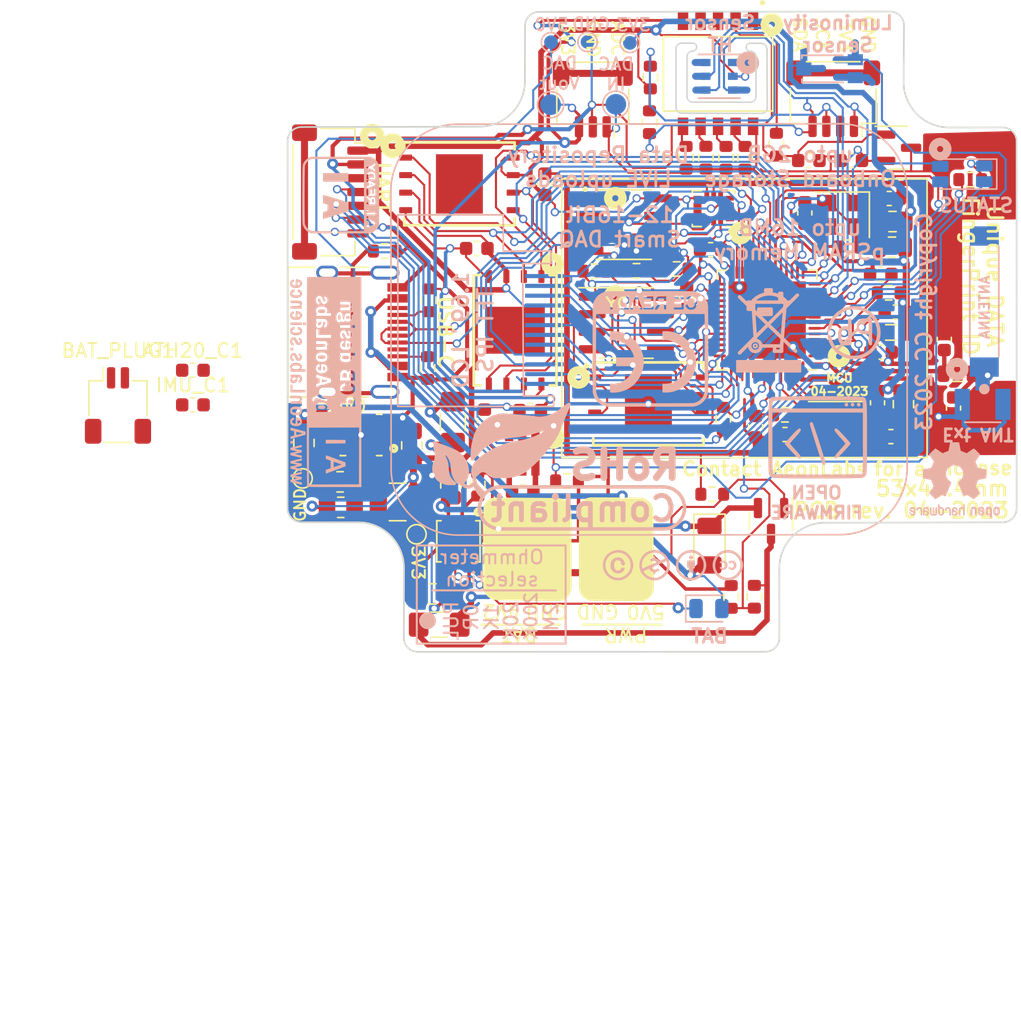
<source format=kicad_pcb>
(kicad_pcb (version 20221018) (generator pcbnew)
  (title_block (date "2021-12-28") (rev "5.3") (company "AeonLabs"))
  (layers (0 "F.Cu" signal) (31 "B.Cu" signal) (34 "B.Paste" user) (35 "F.Paste" user) (36 "B.SilkS" user "B.Silkscreen") (37 "F.SilkS" user "F.Silkscreen") (38 "B.Mask" user) (39 "F.Mask" user) (44 "Edge.Cuts" user))
  (net 0 "")
  (net 1 "GND")
  (net 2 "VOLTAGE_REF_IO07")
  (net 3 "STORAGE_CS_IO10")
  (net 4 "Net-(U3-I_SET)")
  (net 5 "3V3")
  (net 6 "VDD_SPI")
  (net 7 "CHIP_EN")
  (net 8 "ESP_GPIO0_BOOT-DTR")
  (net 9 "GPIO8_I2C_SDA")
  (net 10 "USB_D-")
  (net 11 "SPIHD")
  (net 12 "SPIWP")
  (net 13 "SPICS0")
  (net 14 "SPICLK")
  (net 15 "SPIQ")
  (net 16 "SPID")
  (net 17 "USB_D+")
  (net 18 "Net-(ESP32S1-LNA_IN{slash}RF)")
  (net 19 "Net-(ESP32S1-GPIO16{slash}ADC2_CH5{slash}XTAL_32K_N)")
  (net 20 "Net-(ESP32S1-GPIO15{slash}ADC2_CH4{slash}XTAL_32K_P)")
  (net 21 "TXD0")
  (net 22 "RXD0")
  (net 23 "DAC_CALIBRATION")
  (net 24 "Net-(ESP32S1-XTAL_P)")
  (net 25 "Net-(ESP32S1-XTAL_N)")
  (net 26 "GPIO9_I2C_SCL")
  (net 27 "Net-(ESP32S1-U0TXD{slash}PROG{slash}GPIO43)")
  (net 28 "SPICS1")
  (net 29 "LCD2_LED_IO35")
  (net 30 "3V3_PLUG")
  (net 31 "Net-(HX1-C-)")
  (net 32 "LCD2_DC_IO36")
  (net 33 "LCD2_CS_IO37")
  (net 34 "VIN_BATF")
  (net 35 "VIN_BAT")
  (net 36 "STDBY_LED_G")
  (net 37 "CHRG_LED_R")
  (net 38 "VIN")
  (net 39 "USB_5V0")
  (net 40 "BAT_SENSE_IO21")
  (net 41 "LCD2_RST_IO38")
  (net 42 "Net-(HX1-C+)")
  (net 43 "Net-(J1-CC1)")
  (net 45 "Net-(J1-CC2)")
  (net 47 "Net-(LED1-RA)")
  (net 48 "unconnected-(U4-NC-Pad1)")
  (net 49 "unconnected-(U4-NC-Pad6)")
  (net 50 "STORAGE_MOSI_SPID_IO11")
  (net 51 "FSPICLK_IO12")
  (net 52 "STORAGE_MISO_SPIQ_IO13")
  (net 53 "ADC_IN_IO04")
  (net 54 "PLUG_PWR_3V3_EN_IO38")
  (net 55 "USB_5V0F")
  (net 58 "unconnected-(ESP32S1-MTCK{slash}JTAG{slash}GPIO39-Pad44)")
  (net 59 "unconnected-(ESP32S1-MTDO{slash}JTAG{slash}GPIO40-Pad45)")
  (net 60 "unconnected-(ESP32S1-MTDI{slash}JTAG{slash}GPIO41-Pad47)")
  (net 61 "unconnected-(ESP32S1-MTMS{slash}JTAG{slash}GPIO42-Pad48)")
  (net 62 "Net-(AUR1-FB)")
  (net 63 "Net-(AUR1-SW)")
  (net 64 "Net-(ESP32S1-VDD3P3-Pad2)")
  (net 65 "Net-(E_LNA_ANT2-SIG)")
  (net 66 "Net-(J1-SHIELD-PadS1)")
  (net 67 "STORAGE_2_CS_IO17")
  (net 76 "Net-(DIPSW1-Pin_1)")
  (net 77 "Net-(DIPSW1-Pin_4)")
  (net 78 "Net-(DIPSW1-Pin_6)")
  (net 79 "Net-(DIPSW1-Pin_8)")
  (net 80 "Net-(DIPSW1-Pin_10)")
  (net 81 "IMU_CS_IO21")
  (net 82 "TEMT6000_IO33")
  (net 84 "LED_G_IO02")
  (net 85 "LED_R_IO04")
  (net 86 "LED_B_IO05")
  (footprint "Package_TO_SOT_SMD:SOT-23" (layer "F.Cu") (at 226.11 108.7475 -90)
    (fp_text reference "DMP1045U_1" hide)
    (fp_text value "DMP1045U")
  )
  (footprint "Resistor_SMD:R_0603_1608Metric" (layer "F.Cu") (at 224.9 114.24 -90)
    (fp_text reference "BAT_SENSE_R2" hide)
    (fp_text value "100k")
  )
  (footprint "AeonLabs Enclosure Boxes:ABB JB6 IP65 57x64mm" (layer "F.Cu") (at 214.23 95.29 180)
    (fp_text reference "REF**" hide)
    (fp_text value "ABB JB6 IP65 57x64mm")
    (fp_line (start -29.68 14.045484) (end -29.684389 -12.595279) (stroke (width 0.12)) (layer "Edge.Cuts"))
    (fp_line (start -28.718904 15.072335) (end -24.798393 15.067665) (stroke (width 0.12)) (layer "Edge.Cuts"))
    (fp_line (start -28.657538 -13.556375) (end -15.822462 -13.583625) (stroke (width 0.12)) (layer "Edge.Cuts"))
    (fp_line (start -21.517584 22.447976) (end -21.488551 18.410009) (stroke (width 0.12)) (layer "Edge.Cuts"))
    (fp_line (start -20.556488 23.474827) (end 4.927339 23.448648) (stroke (width 0.12)) (layer "Edge.Cuts"))
    (fp_line (start -12.483764 -21.975849) (end -12.480118 -16.893467) (stroke (width 0.12)) (layer "Edge.Cuts"))
    (fp_line (start -11.456913 -22.936945) (end 13.776912 -22.943054) (stroke (width 0.12)) (layer "Edge.Cuts"))
    (fp_line (start 5.95419 22.487552) (end 5.96258 18.437092) (stroke (width 0.12)) (layer "Edge.Cuts"))
    (fp_line (start 14.738008 -21.916203) (end 14.727203 -16.893806) (stroke (width 0.12)) (layer "Edge.Cuts"))
    (fp_line (start 18.037045 -13.551462) (end 22.204116 -13.548538) (stroke (width 0.12)) (layer "Edge.Cuts"))
    (fp_line (start 22.14 15.1) (end 9.304924 15.12725) (stroke (width 0.12)) (layer "Edge.Cuts"))
    (fp_line (start 23.165212 -12.521687) (end 23.166851 14.138904) (stroke (width 0.12)) (layer "Edge.Cuts"))
    (fp_arc (start -29.684389 -12.595279) (mid -29.365412 -13.283579) (end -28.657538 -13.556375) (stroke (width 0.12)) (layer "Edge.Cuts"))
    (fp_arc (start -28.718904 15.072335) (mid -29.407203 14.753357) (end -29.68 14.045484) (stroke (width 0.12)) (layer "Edge.Cuts"))
    (fp_arc (start -24.798393 15.067665) (mid -22.446462 16.048605) (end -21.488551 18.410009) (stroke (width 0.12)) (layer "Edge.Cuts"))
    (fp_arc (start -20.556488 23.474827) (mid -21.244789 23.155851) (end -21.517584 22.447976) (stroke (width 0.12)) (layer "Edge.Cuts"))
    (fp_arc (start -12.483764 -21.975849) (mid -12.164792 -22.664154) (end -11.456913 -22.936945) (stroke (width 0.12)) (layer "Edge.Cuts"))
    (fp_arc (start -12.480118 -16.893467) (mid -13.461062 -14.54154) (end -15.822462 -13.583625) (stroke (width 0.12)) (layer "Edge.Cuts"))
    (fp_arc (start 5.95419 22.487552) (mid 5.635223 23.175865) (end 4.927339 23.448648) (stroke (width 0.12)) (layer "Edge.Cuts"))
    (fp_arc (start 5.96258 18.437092) (mid 6.943525 16.085166) (end 9.304924 15.12725) (stroke (width 0.12)) (layer "Edge.Cuts"))
    (fp_arc (start 13.776912 -22.943054) (mid 14.465225 -22.624077) (end 14.738008 -21.916203) (stroke (width 0.12)) (layer "Edge.Cuts"))
    (fp_arc (start 18.037045 -13.551462) (mid 15.685136 -14.532419) (end 14.727203 -16.893806) (stroke (width 0.12)) (layer "Edge.Cuts"))
    (fp_arc (start 22.204116 -13.548538) (mid 22.892306 -13.229474) (end 23.165212 -12.521687) (stroke (width 0.12)) (layer "Edge.Cuts"))
    (fp_arc (start 23.166851 14.138904) (mid 22.847862 14.827192) (end 22.14 15.1) (stroke (width 0.12)) (layer "Edge.Cuts"))
  )
  (footprint "Resistor_SMD:R_0805_2012Metric_Pad1.20x1.40mm_HandSolder" (layer "F.Cu") (at 194.92 107.76)
    (fp_text reference "AUR_R1" hide)
    (fp_text value "24K")
  )
  (footprint "Capacitor_SMD:C_0805_2012Metric" (layer "F.Cu") (at 235.71 100.28 90)
    (fp_text reference "E_VDDA_C2" hide)
    (fp_text value "1uF 10% 50V")
  )
  (footprint "Connector_JST:JST_SH_SM03B-SRSS-TB_1x03-1MP_P1.00mm_Horizontal" (layer "F.Cu") (at 208.52 110.62)
    (fp_text reference "ExtSWBAT_PLUG2" hide)
    (fp_text value "Conn_01x03_Female")
  )
  (footprint "Capacitor_SMD:C_0603_1608Metric" (layer "F.Cu") (at 184.199 97.82)
    (fp_text reference "ATH20_C1")
    (fp_text value "100nF")
  )
  (footprint "Connector_JST:JST_SH_SM07B-SRSS-TB_1x07-1MP_P1.00mm_Horizontal" (layer "F.Cu") (at 194.165 84.9 -90)
    (fp_text reference "JICSP1" hide)
    (fp_text value "Conn_01x07_Socket")
  )
  (footprint "Capacitor_SMD:C_0603_1608Metric" (layer "F.Cu") (at 205.34 101.45 -90)
    (fp_text reference "HX_C3" hide)
    (fp_text value "2.2uF")
  )
  (footprint "Resistor_SMD:R_0603_1608Metric" (layer "F.Cu") (at 221.85 106.81 180)
    (fp_text reference "DMP1045_R1" hide)
    (fp_text value "10K")
  )
  (footprint "Package_DFN_QFN:AUR9718 ST1S09 SON95P300X300X100-7N" (layer "F.Cu") (at 196.39 102.51 180)
    (fp_text reference "AUR1" hide)
    (fp_text value "AUR9718x_DFN_3x3mm_6_pin")
  )
  (footprint "Capacitor_SMD:C_0603_1608Metric" (layer "F.Cu") (at 234.8 102.63)
    (fp_text reference "E_XTAL40_C1" hide)
    (fp_text value "22pF 5% 50V")
  )
  (footprint "Capacitor_SMD:C_0603_1608Metric" (layer "F.Cu") (at 239.34 100.565 -90)
    (fp_text reference "E_LNA_C1" hide)
    (fp_text value "2.7pF")
  )
  (footprint "Package_DFN_QFN:QFN8 3.1x2.9mm QFNn-8 3x3 SON80P400X400X100-9N" (layer "F.Cu") (at 203.02 109.71 -90)
    (fp_text reference "U3" hide)
    (fp_text value "Battery_charger_CN3065_QFN8")
  )
  (footprint "Capacitor_SMD:C_0603_1608Metric" (layer "F.Cu") (at 204.78 88.99)
    (fp_text reference "SPI_STORAG_C1" hide)
    (fp_text value "100nF")
  )
  (footprint "Resistor_SMD:R_0603_1608Metric" (layer "F.Cu") (at 226.5 81.47 -90)
    (fp_text reference "DIP_R1" hide)
    (fp_text value "4k7")
  )
  (footprint "Capacitor_SMD:C_0603_1608Metric" (layer "F.Cu") (at 234.68 85.37)
    (fp_text reference "E_XTAL32_C2" hide)
    (fp_text value "22pF 5% 50V")
  )
  (footprint "Capacitor_SMD:C_0603_1608Metric" (layer "F.Cu") (at 209.72 84.34 -90)
    (fp_text reference "ATSHA_C1" hide)
    (fp_text value "100nF")
  )
  (footprint "Resistor_SMD:R_0603_1608Metric" (layer "F.Cu") (at 223.22 114.25 90)
    (fp_text reference "BAT_SENSE_R1" hide)
    (fp_text value "100k")
  )
  (footprint "Capacitor_SMD:C_0603_1608Metric" (layer "F.Cu") (at 208.65 100.73 180)
    (fp_text reference "HX_C1" hide)
    (fp_text value "2.2uF")
  )
  (footprint "Capacitor_SMD:C_0805_2012Metric_Pad1.18x1.45mm_HandSolder" (layer "F.Cu") (at 200.07 103.27 90)
    (fp_text reference "AUR_C1" hide)
    (fp_text value "22uF")
  )
  (footprint "Capacitor_SMD:C_0603_1608Metric" (layer "F.Cu") (at 231.93 82.62)
    (fp_text reference "VOLTAGE_REF_C2" hide)
    (fp_text value "100nF")
  )
  (footprint "TestPoint:TestPoint_Pad_D1.0mm" (layer "F.Cu") (at 192.15 105.66)
    (fp_text reference "TP3" hide)
    (fp_text value "GND" hide)
  )
  (footprint "Capacitor_SMD:C_0603_1608Metric" (layer "F.Cu") (at 228.56 86.42 -90)
    (fp_text reference "E_XTAL32_C1" hide)
    (fp_text value "22pF 5% 50V")
  )
  (footprint "Capacitor_SMD:C_0603_1608Metric" (layer "F.Cu") (at 238.67 95.58 90)
    (fp_text reference "E_LNA_C2" hide)
    (fp_text value "2.7pF")
  )
  (footprint "Capacitor_SMD:C_0603_1608Metric" (layer "F.Cu") (at 233.83 100.18 90)
    (fp_text reference "E_VDDA_C1" hide)
    (fp_text value "100nF")
  )
  (footprint "Resistor_SMD:R_0603_1608Metric" (layer "F.Cu") (at 198.105 89.18)
    (fp_text reference "USB_PLYG_R2" hide)
    (fp_text value "150K")
  )
  (footprint "Inductor_SMD:L_1210_3225Metric" (layer "F.Cu") (at 199.04 107.37 180)
    (fp_text reference "AUR_l1" hide)
    (fp_text value "3.3uF")
  )
  (footprint "Sensor_Motion:LSM6DS3 Motion Sensor PQFN50P300X250X86-14N" (layer "F.Cu") (at 221.955 86.1 180)
    (fp_text reference "IMU1" hide)
    (fp_text value "LSM6DS3")
  )
  (footprint "AeonLabs_Shields:ESP32-S3 GND Shield" (layer "F.Cu") (at 224.56 93.6 180)
    (fp_text reference "ESP32_SHIELD1" hide)
    (fp_text value "RFShield_OnePiece")
  )
  (footprint "Package_DFN_QFN:QFN-56-1EP_7x7mm_P0.4mm_EP5.6x5.6mm" (layer "F.Cu") (at 225.83 94.18 180)
    (fp_text reference "ESP32S1" hide)
    (fp_text value "ESP32-S3")
  )
  (footprint "Capacitor_SMD:C_0805_2012Metric" (layer "F.Cu") (at 202.9 106.1 -90)
    (fp_text reference "CN3965_C1" hide)
    (fp_text value "22uF")
  )
  (footprint "Connector_JST:JST_SH_SM02B-SRSS-TB_1x02-1MP_P1.00mm_Horizontal" (layer "F.Cu") (at 178.769 100.37)
    (fp_text reference "BAT_PLUG1")
    (fp_text value "Screw_Terminal_01x02")
  )
  (footprint "Capacitor_SMD:C_0603_1608Metric" (layer "F.Cu") (at 234.065 90.86)
    (fp_text reference "E_RTS_C1" hide)
    (fp_text value "100nF")
  )
  (footprint "Package_TO_SOT_SMD:SOT-23" (layer "F.Cu") (at 235.3275 81.69)
    (fp_text reference "U1" hide)
    (fp_text value "MCP1525-TT" hide)
  )
  (footprint "Resistor_SMD:R_0603_1608Metric" (layer "F.Cu") (at 201.21 97.66 -90)
    (fp_text reference "USB_PLUG_R1" hide)
    (fp_text value "5k1")
  )
  (footprint "Capacitor_SMD:C_0603_1608Metric" (layer "F.Cu") (at 234.09 96.51)
    (fp_text reference "E_VDD_3_C4" hide)
    (fp_text value "100nF 10% 16V")
  )
  (footprint "AeonLabs Storage:WSON8 FLASH SPI SON127P800X600X80-9N" (layer "F.Cu") (at 203.52 84.31)
    (fp_text reference "ESP_FLASH2" hide)
    (fp_text value "W25Q128JVS")
  )
  (footprint "Capacitor_SMD:C_0805_2012Metric" (layer "F.Cu") (at 234.88 88.9 180)
    (fp_text reference "E_VDD_3_C2" hide)
    (fp_text value "10uF 20% 6.3V")
  )
  (footprint "Capacitor_SMD:C_0603_1608Metric" (layer "F.Cu") (at 224.99 101.91 -90)
    (fp_text reference "E_VDD_CPU_C1" hide)
    (fp_text value "100nF 10% 16V")
  )
  (footprint "Resistor_SMD:R_0603_1608Metric" (layer "F.Cu") (at 217.36 76.6 90)
    (fp_text reference "I2C_SCL_R1" hide)
    (fp_text value "10k")
  )
  (footprint "Fuse:Fuse_1206_3216Metric_Pad1.42x1.75mm_HandSolder" (layer "F.Cu") (at 203.04 101.58 90)
    (fp_text reference "PWR_FUSE1" hide)
    (fp_text value "Polyfuse")
  )
  (footprint "Package_SO:SOIC-8_3.9x4.9mm_P1.27mm" (layer "F.Cu") (at 215.615 94.395)
    (fp_text reference "EPS1" hide)
    (fp_text value "ESP32-PSRAM_LY68L6400S")
  )
  (footprint "Resistor_SMD:R_0603_1608Metric" (layer "F.Cu") (at 227.12 101.05)
    (fp_text reference "E_DTR_R1" hide)
    (fp_text value "10k")
  )
  (footprint "Crystal:Crystal_SMD_3225-4Pin_3.2x2.5mm" (layer "F.Cu") (at 230.83 101.74 180)
    (fp_text reference "E_XTAL40_1" hide)
    (fp_text value "40Mhz 22pF+-10PPM")
  )
  (footprint "Diode_SMD:D_1206_3216Metric" (layer "F.Cu") (at 221.65 110.535 -90)
    (fp_text reference "DMP1045_SCHOT1" hide)
    (fp_text value "D_Schottky")
  )
  (footprint "Crystal:Crystal_SMD_3225-4Pin_3.2x2.5mm" (layer "F.Cu") (at 231.24 86.55 180)
    (fp_text reference "E_XTAL32_1" hide)
    (fp_text value "32.768Mhz 22pF+-10PPM")
  )
  (footprint "Inductor_SMD:L_0805_2012Metric" (layer "F.Cu") (at 234.82 95.08 180)
    (fp_text reference "E_VDD_L1" hide)
    (fp_text value "12nH 5%")
  )
  (footprint "Capacitor_SMD:C_0603_1608Metric" (layer "F.Cu") (at 208.11 106.64 180)
    (fp_text reference "HX_C2" hide)
    (fp_text value "2.2uF")
  )
  (footprint "Resistor_SMD:R_0603_1608Metric" (layer "F.Cu") (at 211.32 105.84 180)
    (fp_text reference "TMPR1" hide)
    (fp_text value "10K")
  )
  (footprint "Resistor_SMD:R_0603_1608Metric" (layer "F.Cu") (at 219.271199 90.479995 180)
    (fp_text reference "IMR1" hide)
    (fp_text value "10K")
  )
  (footprint "Resistor_SMD:R_0603_1608Metric" (layer "F.Cu") (at 217.3 79.84 90)
    (fp_text reference "I2C_SDA_R1" hide)
    (fp_text value "10k")
  )
  (footprint "AeonLabs Storage:WSON8 FLASH SPI SON127P800X600X80-9N" (layer "F.Cu") (at 207.56 94.92 -90)
    (fp_text reference "ESP_FLASH3" hide)
    (fp_text value "W25Q128JVS" hide)
  )
  (footprint "Capacitor_SMD:C_0805_2012Metric_Pad1.18x1.45mm_HandSolder" (layer "F.Cu") (at 192.25 103.09 -90)
    (fp_text reference "AUR_C2" hide)
    (fp_text value "4.7uF")
  )
  (footprint "Capacitor_SMD:C_0603_1608Metric" (layer "F.Cu") (at 220 92.6 -90)
    (fp_text reference "E_SPI_C1" hide)
    (fp_text value "1uF 10% 50V")
  )
  (footprint "Capacitor_SMD:C_0603_1608Metric" (layer "F.Cu") (at 184.199 100.33)
    (fp_text reference "IMU_C1")
    (fp_text value "100nF")
  )
  (footprint "Connector_JST:JST_SH_SM04B-SRSS-TB_1x04-1MP_P1.00mm_Horizontal" (layer "F.Cu") (at 230.62 78.14 180)
    (fp_text reference "I2C_PLUG1" hide)
    (fp_text value "I2C6")
  )
  (footprint "Resistor_SMD:R_0603_1608Metric" (layer "F.Cu") (at 234.64 92.21 180)
    (fp_text reference "E_RTS_R1" hide)
    (fp_text value "10k")
  )
  (footprint "Capacitor_SMD:C_0805_2012Metric" (layer "F.Cu") (at 201.57 114.035)
    (fp_text reference "CN3065_C2" hide)
    (fp_text value "4.7uF")
  )
  (footprint "Resistor_SMD:R_0603_1608Metric" (layer "F.Cu") (at 213.31 90.64)
    (fp_text reference "PSRAM_R1" hide)
    (fp_text value "100K")
  )
  (footprint "Resistor_SMD:R_0603_1608Metric" (layer "F.Cu") (at 221.39 82.41 90)
    (fp_text reference "DIP_R4" hide)
    (fp_text value "200k")
  )
  (footprint "Connector_USB:USB_C_Receptacle_HRO_TYPE-C-31-M-12" (layer "F.Cu") (at 194.99 95.06 -90)
    (fp_text reference "J1" hide)
    (fp_text value "TYPE-C-31-M-12")
  )
  (footprint "Connector_JST:JST_SH_SM03B-SRSS-TB_1x03-1MP_P1.00mm_Horizontal" (layer "F.Cu") (at 213.19 78.175 180)
    (fp_text reference "ExtSW1" hide)
    (fp_text value "Conn_01x03_Female")
  )
  (footprint "Resistor_SMD:R_0603_1608Metric" (layer "F.Cu") (at 201.3 92.75 90)
    (fp_text reference "USB_PLUG_R3" hide)
    (fp_text value "5k1")
  )
  (footprint "Resistor_SMD:R_0603_1608Metric" (layer "F.Cu") (at 219.95 82.42 90)
    (fp_text reference "DIP_R5" hide)
    (fp_text value "2M")
  )
  (footprint "Capacitor_SMD:C_0603_1608Metric" (layer "F.Cu") (at 227.12 102.48 180)
    (fp_text reference "E_XTAL40_C2" hide)
    (fp_text value "22pF 5% 50V")
  )
  (footprint "Resistor_SMD:R_0603_1608Metric" (layer "F.Cu") (at 240.55 84)
    (fp_text reference "LR1" hide)
    (fp_text value "330R")
  )
  (footprint "Connector:Dip Switch 5pin 1mm SW_DS05-127-2-06BK-SMT-TR" (layer "F.Cu") (at 221.635 76.33 -90)
    (fp_text reference "DIPSW1" hide)
    (fp_text value "Conn_02x05_Odd_Even")
  )
  (footprint "Capacitor_SMD:C_0805_2012Metric" (layer "F.Cu") (at 234.92 87.04 180)
    (fp_text reference "E_VDD_3_C1" hide)
    (fp_text value "10uF 20% 6.3V")
  )
  (footprint "Capacitor_SMD:C_0603_1608Metric" (layer "F.Cu") (at 231.79 88.89)
    (fp_text reference "E_VDD_RTC_C1" hide)
    (fp_text value "100nF 10% 16V")
  )
  (footprint "TestPoint:TestPoint_Pad_D1.0mm" (layer "F.Cu") (at 193.47 100.85)
    (fp_text reference "TP1" hide)
    (fp_text value "VIN" hide)
  )
  (footprint "Resistor_SMD:R_0603_1608Metric" (layer "F.Cu") (at 222.65 101.34 90)
    (fp_text reference "E_UART_TX_1" hide)
    (fp_text value "499R")
  )
  (footprint "Capacitor_SMD:C_0603_1608Metric" (layer "F.Cu") (at 228.85 82.62 180)
    (fp_text reference "VOLTAGE_REF_C1" hide)
    (fp_text value "100nF")
  )
  (footprint "Inductor_SMD:L_0805_2012Metric" (layer "F.Cu") (at 239.67 98.07 180)
    (fp_text reference "E_LNA_l1" hide)
    (fp_text value "1.8nH 5%")
  )
  (footprint "Resistor_SMD:R_0805_2012Metric_Pad1.20x1.40mm_HandSolder" (layer "F.Cu") (at 194.87 105.91 180)
    (fp_text reference "AUR_R2" hide)
    (fp_text value "7k5")
  )
  (footprint "Resistor_SMD:R_0603_1608Metric" (layer "F.Cu") (at 222.85 82.42 90)
    (fp_text reference "DIP_R3" hide)
    (fp_text value "20k")
  )
  (footprint "TestPoint:TestPoint_Pad_D1.0mm" (layer "F.Cu") (at 200.41 109.71)
    (fp_text reference "TP2" hide)
    (fp_text value "VOut" hide)
  )
  (footprint "Capacitor_SMD:C_0603_1608Metric" (layer "F.Cu") (at 235.12 93.61 180)
    (fp_text reference "E_VDD_3_C3" hide)
    (fp_text value "100nF 10% 16V")
  )
  (footprint "AeonLabs Storage:WSON8 FLASH SPI SON127P800X600X80-9N" (layer "F.Cu") (at 217.22 100.25)
    (fp_text reference "ESP_FLASH1" hide)
    (fp_text value "W25Q128JVS")
  )
  (footprint "Resistor_SMD:R_0603_1608Metric" (layer "F.Cu") (at 224.23 82.42 90)
    (fp_text reference "DIP_R2" hide)
    (fp_text value "1k")
  )
  (footprint "Resistor_SMD:R_0603_1608Metric" (layer "F.Cu") (at 204.85 106.11 -90)
    (fp_text reference "CN3065_R1" hide)
    (fp_text value "1K8")
  )
  (footprint "Resistor_SMD:R_0603_1608Metric" (layer "F.Cu") (at 216.361199 90.609995 180)
    (fp_text reference "IMR2" hide)
    (fp_text value "10K")
  )
  (footprint "Fuse:Fuse_1206_3216Metric_Pad1.42x1.75mm_HandSolder" (layer "F.Cu") (at 202.05 116.265)
    (fp_text reference "BAT_FUSE1" hide)
    (fp_text value "Polyfuse")
  )
  (footprint "Capacitor_SMD:C_0603_1608Metric" (layer "F.Cu") (at 221.735 89.08)
    (fp_text reference "E_SPI_C2" hide)
    (fp_text value "100nF 10% 16V")
  )
  (footprint "Package_SO:ATSHA204A Auth SOIC8" (layer "F.Cu") (at 215.44 87.265)
    (fp_text reference "U2" hide)
    (fp_text value "ATSHA204A-MAHDA-T")
  )
  (footprint "Package_SO:HX4002 SOT95 P280X125-6N" (layer "F.Cu") (at 208.08 103.61 -90)
    (fp_text reference "HX1" hide)
    (fp_text value "HX4002" hide)
  )
  (footprint "Connector_JST:JST_SH_SM02B-SRSS-TB_1x02-1MP_P1.00mm_Horizontal" (layer "F.Cu") (at 214.83 110.565)
    (fp_text reference "PWR_PLUG1" hide)
    (fp_text value "Screw_Terminal_01x02")
  )
  (footprint "RF_Antenna:RF Antenna IPEX SMD PCB HRS_U.FL-R-SMT(01)" (layer "B.Cu") (at 241.45 100.29)
    (fp_text reference "E_LNA_ANT2" hide)
    (fp_text value "U.FL-R-SMT(01)" hide)
  )
  (footprint "AeonLabs Logosy:AI ready" (layer "B.Cu") (at 194.92 85.12 90)
    (fp_text reference "G***" hide)
    (fp_text value "LOGO" hide)
  )
  (footprint "OLIMEX_LOGOs-FP:LOGO_RECYCLEBIN_1" (layer "B.Cu") (at 228.2725 97.963 180)
    (fp_text reference "Sign-RecycleBin" hide)
    (fp_text value "" hide)
  )
  (footprint "RF_Antenna:2.4ghZ WIFI ANTENNA AN9520_ANT2-SMD-9.5X2.1X1.0MM" (layer "B.Cu") (at 241.57 92.84 90)
    (property "VALUE" "AN9520")
    (fp_text reference "E_LNA_ANT1" hide)
    (fp_text value "SMD-BUILT-IN-ANTENNA-2.4GHZ(2P-9.5X2.1MM)" hide)
  )
  (footprint "TestPoint:TestPoint_Pad_D1.0mm" (layer "B.Cu") (at 215.88 74.09 180)
    (fp_text reference "TP2" hide)
    (fp_text value "VOut" hide)
  )
  (footprint "TestPoint:TestPoint_Pad_D1.5mm" (layer "B.Cu") (at 210.13 78.57 180)
    (fp_text reference "REF**" hide)
    (fp_text value "TestPoint_Pad_D1.5mm" hide)
  )
  (footprint "AeonLabs:aeon creative commons logos" (layer "B.Cu") (at 219.01 111.9 180)
    (fp_text reference "G***" hide)
    (fp_text value "LOGO" hide)
  )
  (footprint "Sensor:TEMT6000-SEN" (layer "B.Cu") (at 230.35 75.96 180)
    (fp_text reference "U6" hide)
    (fp_text value "TEMT6000" hide)
  )
  (footprint "Sensor_Humidity:AHT20 HT Sensor PSON100P300X300X110-6N" (layer "B.Cu") (at 222.355 76.51 180)
    (fp_text reference "U4" hide)
    (fp_text value "AHT20" hide)
  )
  (footprint "LED_SMD:LED_1206_3210_RGB_Metric" (layer "B.Cu") (at 240.21 83.64 180)
    (fp_text reference "LED1" hide)
    (fp_text value "LED_GBRC" hide)
  )
  (footprint "OLIMEX_LOGOs-FP:LOGO_ROHS_1" (layer "B.Cu") (at 218.82 108.69 180)
    (fp_text reference "Sign-RoHS" hide)
    (fp_text value "" hide)
  )
  (footprint "AeonLabs Logos:aeonlabs science" (layer "B.Cu") (at 193.79 98.67 90)
    (fp_text reference "G***" hide)
    (fp_text value "LOGO" hide)
  )
  (footprint "AeonLabs Logosy:CE Ready Small Logo" (layer "B.Cu") (at 217.37 96.27 180)
    (fp_text reference "G***" hide)
    (fp_text value "LOGO" hide)
  )
  (footprint "TestPoint:TestPoint_Pad_D1.0mm" (layer "B.Cu") (at 212.81 74.02 180)
    (fp_text reference "TP3" hide)
    (fp_text value "GND" hide)
  )
  (footprint "Symbol:OSHW-Logo2_7.3x6mm_SilkScreen" (layer "B.Cu") (at 239.42 105.8 180)
    (fp_text reference "REF**" hide)
    (fp_text value "OSHW-Logo2_7.3x6mm_SilkScreen" hide)
  )
  (footprint "AeonLabs LCDs:1,69 inch LCD IPS TFT" (layer "B.Cu") (at 221.093795 95.548857 90)
    (fp_text reference "LCD1" hide)
    (fp_text value "Conn_01x12_Male" hide)
  )
  (footprint "LED_SMD:LED_0805_2012Metric" (layer "B.Cu") (at 221.61 115.095)
    (fp_text reference "CN3065_STDBY_LED1" hide)
    (fp_text value "LED" hide)
  )
  (footprint "OLIMEX_LOGOs-FP:LOGO_PBFREE" (layer "B.Cu") (at 232.33 94.78)
    (fp_text reference "Sign-PbFree" hide)
    (fp_text value "")
  )
  (footprint "AeonLabs Logos:open_firmware" (layer "B.Cu") (at 229.64 103.64 180)
    (fp_text reference "G***" hide)
    (fp_text value "LOGO" hide)
  )
  (footprint "TestPoint:TestPoint_Pad_D1.5mm" (layer "B.Cu") (at 214.86 78.54 180)
    (fp_text reference "REF**" hide)
    (fp_text value "TestPoint_Pad_D1.5mm" hide)
  )
  (footprint "TestPoint:TestPoint_Pad_D1.0mm" (layer "B.Cu") (at 210.16 74.04 180)
    (fp_text reference "TP1" hide)
    (fp_text value "VIN" hide)
  )
  (gr_line (start 201.56 113.78) (end 210.51 113.78) (stroke (width 0.15)) (layer "B.SilkS"))
  (gr_circle (center 201.21 115.98) (end 201.232709 115.67) (stroke (width 0.6)) (fill none) (layer "B.SilkS"))
  (gr_circle (center 239.6 97.74) (end 239.821547 97.76) (stroke (width 0.6)) (fill none) (layer "B.SilkS"))
  (gr_circle (center 224.42 75.532447) (end 224.641547 75.552447) (stroke (width 0.6)) (fill none) (layer "B.SilkS"))
  (gr_circle (center 238.37 81.787553) (end 238.591547 81.807553) (stroke (width 0.6)) (fill none) (layer "B.SilkS"))
  (gr_rect (start 200.43 110.525) (end 211.22 117.635) (stroke (width 0.15)) (fill none) (layer "B.SilkS"))
  (gr_circle (center 231.04 96.81) (end 230.818453 96.83) (stroke (width 0.6)) (fill none) (layer "F.SilkS"))
  (gr_circle (center 197.198453 80.85) (end 196.908453 80.88) (stroke (width 0.6)) (fill none) (layer "F.SilkS"))
  (gr_circle (center 214.79 92.48) (end 214.568453 92.5) (stroke (width 0.6)) (fill none) (layer "F.SilkS"))
  (gr_circle (center 226.17 72.77) (end 225.948453 72.79) (stroke (width 0.6)) (fill none) (layer "F.SilkS"))
  (gr_circle (center 223.892447 87.87) (end 223.6709 87.89) (stroke (width 0.6)) (fill none) (layer "F.SilkS"))
  (gr_circle (center 210.282447 90.12) (end 210.0609 90.14) (stroke (width 0.6)) (fill none) (layer "F.SilkS"))
  (gr_circle (center 210.31 102.7) (end 210.088453 102.72) (stroke (width 0.6)) (fill none) (layer "F.SilkS"))
  (gr_line (start 212.44 116.255) (end 218.18 116.255) (stroke (width 0.15)) (layer "F.SilkS"))
  (gr_circle (center 204.88 108.1) (end 205.07 108.12) (stroke (width 0.28)) (fill none) (layer "F.SilkS"))
  (gr_line (start 205.06 116.26) (end 210.8 116.26) (stroke (width 0.15)) (layer "F.SilkS"))
  (gr_circle (center 212.16 98.34) (end 211.938453 98.36) (stroke (width 0.6)) (fill none) (layer "F.SilkS"))
  (gr_circle (center 214.822447 85.35) (end 214.6009 85.37) (stroke (width 0.6)) (fill none) (layer "F.SilkS"))
  (gr_circle (center 198.762353 103.49) (end 198.742353 103.68) (stroke (width 0.28)) (fill none) (layer "F.SilkS"))
  (gr_circle (center 198.681547 81.54) (end 198.391547 81.57) (stroke (width 0.6)) (fill none) (layer "F.SilkS"))
  (gr_line (start 220.018699 75.114445) (end 220.018212 77.974445) (stroke (width 0.1)) (layer "Edge.Cuts"))
  (gr_line (start 224.604757 78.390487) (end 220.448699 78.384444) (stroke (width 0.1)) (layer "Edge.Cuts"))
  (gr_arc (start 224.594756 74.69) (mid 224.897863 74.802745) (end 225.025243 75.099999) (stroke (width 0.1)) (layer "Edge.Cuts"))
  (gr_arc (start 225.384999 74.120332) (mid 225.688014 74.233174) (end 225.815486 74.530331) (stroke (width 0.1)) (layer "Edge.Cuts"))
  (gr_arc (start 225.834356 78.772673) (mid 225.721621 79.07579) (end 225.424357 79.20316) (stroke (width 0.1)) (layer "Edge.Cuts"))
  (gr_line (start 225.025243 75.099999) (end 225.014756 77.96) (stroke (width 0.1)) (layer "Edge.Cuts"))
  (gr_arc (start 220.018181 75.114445) (mid 220.13094 74.811351) (end 220.42818 74.683958) (stroke (width 0.1)) (layer "Edge.Cuts"))
  (gr_line (start 219.628182 74.11013) (end 220.42818 74.109687) (stroke (width 0.1)) (layer "Edge.Cuts"))
  (gr_arc (start 224.594756 74.69) (mid 224.3076 74.402864) (end 224.594756 74.115729) (stroke (width 0.1)) (layer "Edge.Cuts"))
  (gr_line (start 225.384999 74.120332) (end 224.594756 74.115729) (stroke (width 0.1)) (layer "Edge.Cuts"))
  (gr_line (start 219.655349 79.185476) (end 225.424357 79.20316) (stroke (width 0.1)) (layer "Edge.Cuts"))
  (gr_line (start 219.218701 74.540617) (end 219.224862 78.775477) (stroke (width 0.1)) (layer "Edge.Cuts"))
  (gr_arc (start 220.42818 74.109687) (mid 220.715313 74.396822) (end 220.42818 74.683958) (stroke (width 0.1)) (layer "Edge.Cuts"))
  (gr_line (start 225.834356 78.772673) (end 225.815486 74.530331) (stroke (width 0.1)) (layer "Edge.Cuts"))
  (gr_arc (start 219.218183 74.540617) (mid 219.33087 74.237454) (end 219.628182 74.11013) (stroke (width 0.1)) (layer "Edge.Cuts"))
  (gr_arc (start 220.448699 78.384444) (mid 220.145565 78.271727) (end 220.018212 77.974445) (stroke (width 0.1)) (layer "Edge.Cuts"))
  (gr_arc (start 219.655349 79.185476) (mid 219.35217 79.072806) (end 219.224862 78.775477) (stroke (width 0.1)) (layer "Edge.Cuts"))
  (gr_arc (start 225.014756 77.96) (mid 224.90204 78.263135) (end 224.604757 78.390487) (stroke (width 0.1)) (layer "Edge.Cuts"))
  (gr_text "BAT" (at 221.65 117.095) (layer "B.SilkS") (effects (font (size 1 1) (thickness 0.2)) (justify mirror)))
  (gr_text "5V0\n" (at 210.19 72.77) (layer "B.SilkS") (effects (font (size 0.9 0.9)) (justify mirror)))
  (gr_text "1K" (at 205.85 115.73 90) (layer "B.SilkS") (effects (font (size 1 1)) (justify mirror)))
  (gr_text "2M" (at 210.16 115.71 90) (layer "B.SilkS") (effects (font (size 1 1)) (justify mirror)))
  (gr_text "ANTENNA" (at 241.59 93.26 90) (layer "B.SilkS") (effects (font (size 0.7 0.7)) (justify mirror)))
  (gr_text "1.69{dblquote} LCD\nTFT IPS" (at 204.51 94.92 90) (layer "B.SilkS") (effects (font (size 1.1 1.1) (thickness 0.2)) (justify mirror)))
  (gr_text "GND" (at 213.07 72.73) (layer "B.SilkS") (effects (font (size 0.9 0.9)) (justify mirror)))
  (gr_text "3V3" (at 216.13 72.78) (layer "B.SilkS") (effects (font (size 0.9 0.9)) (justify mirror)))
  (gr_text "upto 2GB\nOnboard Storage\n\nupto 16MB\npSRAM Memory\n" (at 228.2 85.72) (layer "B.SilkS") (effects (font (size 1.1 1.1) (thickness 0.2)) (justify mirror)))
  (gr_text "DAC\nVout" (at 210.78 76.29) (layer "B.SilkS") (effects (font (size 0.9 0.9)) (justify mirror)))
  (gr_text "Copyright CC 2023" (at 237.21 94.31 90) (layer "B.SilkS") (effects (font (size 1.1 1.1) (thickness 0.2)) (justify mirror)))
  (gr_text "0R" (at 204.37 115.71 90) (layer "B.SilkS") (effects (font (size 1 1)) (justify mirror)))
  (gr_text "Ext ANT" (at 241.11 102.47 180) (layer "B.SilkS") (effects (font (size 0.9 0.9) (thickness 0.2)) (justify mirror)))
  (gr_text "12-16Bit\nSmart DAQ" (at 215.15 87.44) (layer "B.SilkS") (effects (font (size 1.1 1.1) (thickness 0.2)) (justify mirror)))
  (gr_text "Luminosity\nSensor" (at 230.95 73.44) (layer "B.SilkS") (effects (font (size 1 1) (thickness 0.2)) (justify mirror)))
  (gr_text "STATUS" (at 240.98 85.87) (layer "B.SilkS") (effects (font (size 1 1) (thickness 0.2)) (justify mirror)))
  (gr_text "20K" (at 207.26 115.99 90) (layer "B.SilkS") (effects (font (size 1 1)) (justify mirror)))
  (gr_text "200K" (at 208.7 115.65 90) (layer "B.SilkS") (effects (font (size 0.9 0.9)) (justify mirror)))
  (gr_text "Sensor\nHT" (at 222.43 73.44) (layer "B.SilkS") (effects (font (size 1 1) (thickness 0.2)) (justify mirror)))
  (gr_text "DAC\nIN" (at 214.87 76.36) (layer "B.SilkS") (effects (font (size 0.9 0.9)) (justify mirror)))
  (gr_text "OPEN\nFIRMWARE" (at 229.41 107.43) (layer "B.SilkS") (effects (font (size 0.9 0.9) (thickness 0.2)) (justify mirror)))
  (gr_text "Data Repository\nLIVE uploads" (at 213.59 83.09) (layer "B.SilkS") (effects (font (size 1.1 1.1) (thickness 0.2)) (justify mirror)))
  (gr_text "Ohmmeter\nselection" (at 205.88 112.17) (layer "B.SilkS") (effects (font (size 1 1)) (justify mirror)))
  (gr_text "PUL" (at 202.93 115.99 90) (layer "B.SilkS") (effects (font (size 1 1)) (justify mirror)))
  (gr_text "GND" (at 191.97 107.58 90) (layer "F.SilkS") (effects (font (size 0.8 0.8))))
  (gr_text "3V3" (at 200.52 111.79 -90) (layer "F.SilkS") (effects (font (size 0.9 0.9))))
  (gr_text "3V3" (at 211.37 73.78 -90) (layer "F.SilkS") (effects (font (size 0.9 0.9))))
  (gr_text "GND" (at 213.54 115.295 180) (layer "F.SilkS") (effects (font (size 1 1))))
  (gr_text "Unique DATA\nFingerPrint ID" (at 241.45 91 -90) (layer "F.SilkS") (effects (font (size 1.1 1.1) (thickness 0.2))))
  (gr_text "MCU\n04-2023" (at 231.07 98.87) (layer "F.SilkS") (effects (font (size 0.6 0.6) (thickness 0.15) bold)))
  (gr_text "PCB rev. 04-2023" (at 235.54 107.99) (layer "F.SilkS") (effects (font (size 1.1 1.1) (thickness 0.2))))
  (gr_text "BAT" (at 207.86 116.96 180) (layer "F.SilkS") (effects (font (size 1 1))))
  (gr_text "for a\n" (at 233.47 104.98) (layer "F.SilkS") (effects (font (size 1 1) (thickness 0.2)) (justify left)))
  (gr_text "SCK" (at 229.83 73.52 270) (layer "F.SilkS") (effects (font (size 0.9 0.9))))
  (gr_text "Contact AeonLabs" (at 219.53 104.97) (layer "F.SilkS") (effects (font (size 1 1) (thickness 0.2)) (justify left)))
  (gr_text "PWR" (at 215.58 116.995 180) (layer "F.SilkS") (effects (font (size 1 1))))
  (gr_text "3V3" (at 231.5 73.54 -90) (layer "F.SilkS") (effects (font (size 0.9 0.9))))
  (gr_text "53x46.4mm" (at 238.51 106.39) (layer "F.SilkS") (effects (font (size 1.1 1.1) (thickness 0.2))))
  (gr_text "ADC" (at 215.01 73.78 270) (layer "F.SilkS") (effects (font (size 0.9 0.9))))
  (gr_text "License" (at 237.89 104.9) (layer "F.SilkS") (effects (font (size 1 1) (thickness 0.2)) (justify left)))
  (gr_text "4V2" (at 206.564 115.316 180) (layer "F.SilkS") (effects (font (size 1 1))))
  (gr_text "USB-C" (at 202.52 95.07 -90) (layer "F.SilkS") (effects (font (size 1 1) (thickness 0.2))))
  (gr_text "5V0" (at 217.03 115.33 180) (layer "F.SilkS") (effects (font (size 1 1))))
  (gr_text "GND" (at 233.17 73.47 270) (layer "F.SilkS") (effects (font (size 0.9 0.9))))
  (gr_text "GND" (at 213.2 73.76 -90) (layer "F.SilkS") (effects (font (size 0.9 0.9))))
  (gr_text "GND" (at 209.866 115.316 180) (layer "F.SilkS") (effects (font (size 1 1))))
  (gr_text "5V0\n" (at 195.53 100.43) (layer "F.SilkS") (effects (font (size 0.9 0.9))))
  (gr_text "SDA" (at 228.21 73.47 -90) (layer "F.SilkS") (effects (font (size 0.9 0.9))))
  (gr_text "UART" (at 197.96 84.57 -90) (layer "F.SilkS") (effects (font (size 1 1) (thickness 0.2))))
  (segment (start 212.975 112.495) (end 213.03 112.44) (width 0.51) (layer "F.Cu") (net 0))
  (segment (start 206.22 112.495) (end 212.975 112.495) (width 0.51) (layer "F.Cu") (net 0))
  (segment (start 227.82 76.265) (end 233.42 76.265) (width 0.51) (layer "F.Cu") (net 0))
  (segment (start 215.49 76.3) (end 210.89 76.3) (width 0.51) (layer "F.Cu") (net 0))
  (segment (start 213.03 112.44) (end 216.63 112.44) (width 0.51) (layer "F.Cu") (net 0))
  (segment (start 192.29 80.6) (end 192.29 89.2) (width 0.51) (layer "F.Cu") (net 0))
  (segment (start 232.19 76.58) (end 230.86 76.58) (width 0.51) (layer "B.Cu") (net 0))
  (segment (start 233.09 76.61) (end 233.44 76.96) (width 0.51) (layer "B.Cu") (net 0))
  (segment (start 232.22 76.61) (end 233.09 76.61) (width 0.51) (layer "B.Cu") (net 0))
  (segment (start 232.22 76.61) (end 232.19 76.58) (width 0.51) (layer "B.Cu") (net 0))
  (segment (start 215.64 79.79) (end 214.43 78.58) (width 0.15) (layer "F.Cu") (net 1))
  (segment (start 208.08 102.36) (end 208.08 100.935) (width 0.25) (layer "F.Cu") (net 1))
  (segment (start 224.96 102.725) (end 224.775 102.725) (width 0.2) (layer "F.Cu") (net 1))
  (segment (start 206.95 100.47) (end 205.545 100.47) (width 0.2) (layer "F.Cu") (net 1))
  (segment (start 199.33 89.32) (end 199.885 88.765) (width 0.25) (layer "F.Cu") (net 1))
  (segment (start 229.4455 88.4455) (end 227.568118 86.568118) (width 0.2) (layer "F.Cu") (net 1))
  (segment (start 198.875 98.34) (end 198.905 98.37) (width 0.3) (layer "F.Cu") (net 1))
  (segment (start 209.53 108.0925) (end 209.53 110.1475) (width 0.25) (layer "F.Cu") (net 1))
  (segment (start 233.01 100.09) (end 233.01 100.818796) (width 0.2) (layer "F.Cu") (net 1))
  (segment (start 202.79 92.06) (end 202.49 92.06) (width 0.3) (layer "F.Cu") (net 1))
  (segment (start 229.544143 99.033321) (end 229.642436 99.035318) (width 0.2) (layer "F.Cu") (net 1))
  (segment (start 229.642436 99.035318) (end 229.835244 99.073679) (width 0.2) (layer "F.Cu") (net 1))
  (segment (start 202.905 98.485) (end 204.08 97.31) (width 0.3) (layer "F.Cu") (net 1))
  (segment (start 213.16 89.36) (end 214.58 89.36) (width 0.15) (layer "F.Cu") (net 1))
  (segment (start 233.73125 87.063321) (end 233.93 87.262071) (width 0.3) (layer "F.Cu") (net 1))
  (segment (start 230.386203 97.41418) (end 229.122109 97.41418) (width 0.32) (layer "F.Cu") (net 1))
  (segment (start 202.49 92.06) (end 202.49 91.37) (width 0.3) (layer "F.Cu") (net 1))
  (segment (start 232.16 80.1) (end 232.16 78.76) (width 0.15) (layer "F.Cu") (net 1))
  (segment (start 207.3 100.47) (end 207.02 100.47) (width 0.2) (layer "F.Cu") (net 1))
  (segment (start 214.3 108.155) (end 214.3 105.5) (width 0.25) (layer "F.Cu") (net 1))
  (segment (start 207.885 102.36) (end 207.885 102.794252) (width 0.15) (layer "F.Cu") (net 1))
  (segment (start 232.30625 87.510764) (end 232.102743 87.307257) (width 0.3) (layer "F.Cu") (net 1))
  (segment (start 214.3 105.5) (end 214.3 103.74) (width 0.25) (layer "F.Cu") (net 1))
  (segment (start 234.85 101.29) (end 234.515 100.955) (width 0.2) (layer "F.Cu") (net 1))
  (segment (start 221.46 85.265) (end 221.46 84.335) (width 0.15) (layer "F.Cu") (net 1))
  (segment (start 237.021199 97.359995) (end 237.081199 97.299995) (width 0.32) (layer "F.Cu") (net 1))
  (segment (start 238.395 94.82) (end 237.08 94.82) (width 0.32) (layer "F.Cu") (net 1))
  (segment (start 238.97 84.6) (end 238.97 86.14) (width 0.15) (layer "F.Cu") (net 1))
  (segment (start 230.44 82.32) (end 229.925 82.32) (width 0.15) (layer "F.Cu") (net 1))
  (segment (start 193.49 106.03) (end 193.49 104.76) (width 0.4) (layer "F.Cu") (net 1))
  (segment (start 203.22 108.82) (end 203.22 109.89) (width 0.25) (layer "F.Cu") (net 1))
  (segment (start 236.265 83.335) (end 236.2 83.4) (width 0.15) (layer "F.Cu") (net 1))
  (segment (start 231.921199 102.882495) (end 231.921199 103.857495) (width 0.3) (layer "F.Cu") (net 1))
  (segment (start 235.45625 85.559661) (end 233.95259 87.063321) (width 0.3) (layer "F.Cu") (net 1))
  (segment (start 232.675952 94.695721) (end 232.734279 94.695721) (width 0.15) (layer "F.Cu") (net 1))
  (segment (start 207.56 100.73) (end 207.3 100.47) (width 0.2) (layer "F.Cu") (net 1))
  (segment (start 215.880698 102.115213) (end 213.500698 102.115213) (width 0.25) (layer "F.Cu") (net 1))
  (segment (start 200.13 100.55) (end 199.41 101.27) (width 0.3) (layer "F.Cu") (net 1))
  (segment (start 230.0655 89.2455) (end 229.114128 89.2455) (width 0.2) (layer "F.Cu") (net 1))
  (segment (start 232.12 80.14) (end 232.16 80.1) (width 0.15) (layer "F.Cu") (net 1))
  (segment (start 193.49 105.9) (end 193.39 105.8) (width 0.15) (layer "F.Cu") (net 1))
  (segment (start 236.2 83.4) (end 237.77 83.4) (width 0.15) (layer "F.Cu") (net 1))
  (segment (start 205.91 107.66) (end 205.29 108.28) (width 0.2) (layer "F.Cu") (net 1))
  (segment (start 199.94 101.8) (end 199.41 101.27) (width 0.32) (layer "F.Cu") (net 1))
  (segment (start 205.29 108.28) (end 205.29 110.12) (width 0.2) (layer "F.Cu") (net 1))
  (segment (start 198.905 98.37) (end 200.13 98.37) (width 0.3) (layer "F.Cu") (net 1))
  (segment (start 205.545 100.47) (end 205.34 100.675) (width 0.2) (layer "F.Cu") (net 1))
  (segment (start 227.568118 86.568118) (end 227.568118 85.9045) (width 0.2) (layer "F.Cu") (net 1))
  (segment (start 232.30625 88.773321) (end 232.30625 87.510764) (width 0.3) (layer "F.Cu") (net 1))
  (segment (start 213.19 80.175) (end 213.325 80.04) (width 0.3) (layer "F.Cu") (net 1))
  (segment (start 194.876 81.03) (end 197.42 81.03) (width 0.3) (layer "F.Cu") (net 1))
  (segment (start 234.90625 97.268321) (end 234.823221 97.35135) (width 0.2) (layer "F.Cu") (net 1))
  (segment (start 230.44 83.29) (end 230.33 83.4) (width 0.15) (layer "F.Cu") (net 1))
  (segment (start 205.655 91.025) (end 205.415 91.025) (width 0.15) (layer "F.Cu") (net 1))
  (segment (start 202.94 104.91) (end 202.5 105.35) (width 0.25) (layer "F.Cu") (net 1))
  (segment (start 225.01 102.72) (end 226.43 102.72) (width 0.3) (layer "F.Cu") (net 1))
  (segment (start 208.050046 80.76) (end 206.390432 80.76) (width 0.3) (layer "F.Cu") (net 1))
  (segment (start 229.85125 85.653321) (end 230.25125 85.653321) (width 0.3) (layer "F.Cu") (net 1))
  (segment (start 231.155 82.32) (end 230.44 82.32) (width 0.15) (layer "F.Cu") (net 1))
  (segment (start 202.41 110.26) (end 200.62 112.05) (width 0.25) (layer "F.Cu") (net 1))
  (segment (start 201.095 98.37) (end 201.21 98.485) (width 0.3) (layer "F.Cu") (net 1))
  (segment (start 199.94 102.235) (end 199.94 101.8) (width 0.32) (layer "F.Cu") (net 1))
  (segment (start 233.93 87.262071) (end 233.93 89.52) (width 0.3) (layer "F.Cu") (net 1))
  (segment (start 238.67 94.805) (end 238.665 94.8) (width 0.32) (layer "F.Cu") (net 1))
  (segment (start 232.65 99.73) (end 233.01 100.09) (width 0.2) (layer "F.Cu") (net 1))
  (segment (start 209.72 83.565) (end 210.635 83.565) (width 0.2) (layer "F.Cu") (net 1))
  (segment (start 226.42125 94.84875) (end 227.296679 93.973321) (width 0.15) (layer "F.Cu") (net 1))
  (segment (start 213.325 80.04) (end 213.35 80.04) (width 0.3) (layer "F.Cu") (net 1))
  (segment (start 194.37 82.9) (end 194.33 82.86) (width 0.25) (layer "F.Cu") (net 1))
  (segment (start 237.09 101.16) (end 239.16 101.16) (width 0.32) (layer "F.Cu") (net 1))
  (segment (start 212.97 89.17) (end 213.16 89.36) (width 0.15) (layer "F.Cu") (net 1))
  (segment (start 200.62 112.05) (end 200.62 114.225) (width 0.25) (layer "F.Cu") (net 1))
  (segment (start 205.91 105.65) (end 205.91 107.66) (width 0.2) (layer "F.Cu") (net 1))
  (segment (start 204.08 93.35) (end 202.79 92.06) (width 0.3) (layer "F.Cu") (net 1))
  (segment (start 228.938357 99.033321) (end 229.544143 99.033321) (width 0.2) (layer "F.Cu") (net 1))
  (segment (start 193.49 104.76) (end 193.67 104.58) (width 0.4) (layer "F.Cu") (net 1))
  (segment (start 218.91 80.14) (end 218.91 82.69) (width 0.15) (layer "F.Cu") (net 1))
  (segment (start 219.825465 94.015729) (end 219.73 94.015729) (width 0.15) (layer "F.Cu") (net 1))
  (segment (start 193.1275 104.2475) (end 193.565 104.685) (width 0.4) (layer "F.Cu") (net 1))
  (segment (start 194.33 82.86) (end 194.33 81.576) (width 0.3) (layer "F.Cu") (net 1))
  (segment (start 231.39 90.57) (end 230.0655 89.2455) (width 0.2) (layer "F.Cu") (net 1))
  (segment (start 235.45625 85.443321) (end 235.45625 85.559661) (width 0.3) (layer "F.Cu") (net 1))
  (segment (start 230.420698 85.625213) (end 230.420698 85.750698) (width 0.15) (layer "F.Cu") (net 1))
  (segment (start 214.43 78.58) (end 213.129999 78.58) (width 0.15) (layer "F.Cu") (net 1))
  (segment (start 235.641199 101.327495) (end 235.641199 102.592495) (width 0.3) (layer "F.Cu") (net 1))
  (segment (start 233.469571 89.980429) (end 233.469571 90.81) (width 0.3) (layer "F.Cu") (net 1))
  (segment (start 229.71125 85.493321) (end 230.11125 85.493321) (width 0.3) (layer "F.Cu") (net 1))
  (segment (start 207.875 100.915) (end 207.875 100.73) (width 0.2) (layer "F.Cu") (net 1))
  (segment (start 230.345464 99.420428) (end 230.40765 99.479875) (width 0.2) (layer "F.Cu") (net 1))
  (segment (start 232.59125 97.35135) (end 234.823221 97.35135) (width 0.32) (layer "F.Cu") (net 1))
  (segment (start 234.823221 97.35135) (end 236.87125 97.35135) (width 0.32) (layer "F.Cu") (net 1))
  (segment (start 206.390432 80.76) (end 206.120432 81.03) (width 0.3) (layer "F.Cu") (net 1))
  (segment (start 237.081199 96.484995) (end 237.081199 97.299995) (width 0.32) (layer "F.Cu") (net 1))
  (segment (start 200.13 98.37) (end 201.095 98.37) (width 0.3) (layer "F.Cu") (net 1))
  (segment (start 230.420698 85.750698) (end 232.095213 87.425213) (width 0.15) (layer "F.Cu") (net 1))
  (segment (start 233.93 89.52) (end 233.469571 89.980429) (width 0.3) (layer "F.Cu") (net 1))
  (segment (start 202.5 105.35) (end 201.54 105.35) (width 0.25) (layer "F.Cu") (net 1))
  (segment (start 193.67 104.58) (end 195.64 104.58) (width 0.4) (layer "F.Cu") (net 1))
  (segment (start 196.165 82.9) (end 194.37 82.9) (width 0.25) (layer "F.Cu") (net 1))
  (segment (start 212.155 105.52) (end 214.28 105.52) (width 0.25) (layer "F.Cu") (net 1))
  (segment (start 200.13 98.37) (end 200.13 100.55) (width 0.3) (layer "F.Cu") (net 1))
  (segment (start 200.88 114.245) (end 200.91 114.215) (width 0.25) (layer "F.Cu") (net 1))
  (segment (start 230.016863 99.148918) (end 230.180313 99.258143) (width 0.2) (layer "F.Cu") (net 1))
  (segment (start 220.061199 93.779995) (end 219.825465 94.015729) (width 0.15) (layer "F.Cu") (net 1))
  (segment (start 222.535698 88.727755) (end 222.535698 89.065213) (width 0.15) (layer "F.Cu") (net 1))
  (segment (start 231.391954 99.578914) (end 231.54304 99.73) (width 0.2) (layer "F.Cu") (net 1))
  (segment (start 230.386203 97.41418) (end 230.809558 97.837535) (width 0.32) (layer "F.Cu") (net 1))
  (segment (start 212.12 110.18) (end 203.51 110.18) (width 0.25) (layer "F.Cu") (net 1))
  (segment (start 229.925 82.32) (end 229.625 82.62) (width 0.15) (layer "F.Cu") (net 1))
  (segment (start 208.455023 80.355023) (end 208.050046 80.76) (width 0.3) (layer "F.Cu") (net 1))
  (segment (start 217.22 100.25) (end 216.13 99.16) (width 0.15) (layer "F.Cu") (net 1))
  (segment (start 213.64 96.3) (end 214.28 96.94) (width 0.15) (layer "F.Cu") (net 1))
  (segment (start 230.1145 88.4455) (end 229.4455 88.4455) (width 0.2) (layer "F.Cu") (net 1))
  (segment (start 218.45 83.15) (end 216.09 83.15) (width 0.15) (layer "F.Cu") (net 1))
  (segment (start 224.188172 102.138172) (end 224.188172 99.931828) (width 0.2) (layer "F.Cu") (net 1))
  (segment (start 201.3 91.925) (end 202.145 91.925) (width 0.15) (layer "F.Cu") (net 1))
  (segment (start 193.39 105.8) (end 191.96 105.8) (width 0.15) (layer "F.Cu") (net 1))
  (segment (start 233.229571 90.57) (end 231.39 90.57) (width 0.2) (layer "F.Cu") (net 1))
  (segment (start 203.235 105.205) (end 204.83 105.205) (width 0.2) (layer "F.Cu") (net 1))
  (segment (start 212.155 110.145) (end 212.12 110.18) (width 0.25) (layer "F.Cu") (net 1))
  (segment (start 203.51 110.18) (end 203.43 110.26) (width 0.25) (layer "F.Cu") (net 1))
  (segment (start 230.33 83.4) (end 225.53 83.4) (width 0.15) (layer "F.Cu") (net 1))
  (segment (start 213.14 96.3) (end 213.64 96.3) (width 0.15) (layer "F.Cu") (net 1))
  (segment (start 221.95 85.255) (end 221.95 84.325) (width 0.15) (layer "F.Cu") (net 1))
  (segment (start 232.095213 87.425213) (end 232.220698 87.425213) (width 0.15) (layer "F.Cu") (net 1))
  (segment (start 236.265 81.69) (end 236.265 83.335) (width 0.15) (layer "F.Cu") (net 1))
  (segment (start 223.06 113.68) (end 219.93 113.68) (width 0.25) (layer "F.Cu") (net 1))
  (segment (start 214.58 89.36) (end 214.73 89.51) (width 0.15) (layer "F.Cu") (net 1))
  (segment (start 221.025 106.81) (end 221.025 103.855) (width 0.15) (layer "F.Cu") (net 1))
  (segment (start 210.635 83.565) (end 210.865 83.795) (width 0.2) (layer "F.Cu") (net 1))
  (segment (start 234.90625 96.453321) (end 234.90625 97.268321) (width 0.2) (layer "F.Cu") (net 1))
  (segment (start 194.33 82.19) (end 194.33 82.86) (width 0.2) (layer "F.Cu") (net 1))
  (segment (start 199.625 86.765) (end 199.625 86.215) (width 0.15) (layer "F.Cu") (net 1))
  (segment (start 234.515 100.955) (end 233.83 100.955) (width 0.2) (layer "F.Cu") (net 1))
  (segment (start 203.43 110.26) (end 202.41 110.26) (width 0.25) (layer "F.Cu") (net 1))
  (segment (start 226.42125 97.610821) (end 226.42125 94.84875) (width 0.15) (layer "F.Cu") (net 1))
  (segment (start 202.49 91.37) (end 199.885 88.765) (width 0.3) (layer "F.Cu") (net 1))
  (segment (start 198.875 91.84) (end 199.38 91.84) (width 0.3) (layer "F.Cu") (net 1))
  (segment (start 216.13 99.16) (end 216.13 97.53) (width 0.15) (layer "F.Cu") (net 1))
  (segment (start 204.08 97.31) (end 204.08 93.35) (width 0.3) (layer "F.Cu") (net 1))
  (segment (start 197.42 81.03) (end 196.165 81.03) (width 0.3) (layer "F.Cu") (net 1))
  (segment (start 201.85 88.99) (end 199.625 86.765) (width 0.15) (layer "F.Cu") (net 1))
  (segment (start 204.85 105.285) (end 205.545 105.285) (width 0.2) (layer "F.Cu") (net 1))
  (segment (start 235.80317 97.359995) (end 237.021199 97.359995) (width 0.32) (layer "F.Cu") (net 1))
  (segment (start 233.845 94.14) (end 234.385 93.6) (width 0.15) (layer "F.Cu") (net 1))
  (segment (start 221.025 103.855) (end 221.06 103.82) (width 0.15) (layer "F.Cu") (net 1))
  (segment (start 212.155 105.52) (end 212.155 110.145) (width 0.25) (layer "F.Cu") (net 1))
  (segment (start 197.825 102.51) (end 196.39 102.51) (width 0.4) (layer "F.Cu") (net 1))
  (segment (start 213.13 79.82) (end 213.35 80.04) (width 0.3) (layer "F.Cu") (net 1))
  (segment (start 218.91 82.69) (end 218.45 83.15) (width 0.15) (layer "F.Cu") (net 1))
  (segment (start 199.38 91.84) (end 201.17 90.05) (width 0.3) (layer "F.Cu") (net 1))
  (segment (start 232.734279 94.695721) (end 233.29 94.14) (width 0.15) (layer "F.Cu") (net 1))
  (segment (start 204.005 88.99) (end 201.85 88.99) (width 0.15) (layer "F.Cu") (net 1))
  (segment (start 215.64 82.7) (end 215.64 79.79) (width 0.15) (layer "F.Cu") (net 1))
  (segment (start 235.35625 85.248321) (end 235.35625 84.323321) (width 0.3) (layer "F.Cu") (net 1))
  (segment (start 230.25125 99.326214) (end 230.345464 99.420428) (width 0.2) (layer "F.Cu") (net 1))
  (segment (start 221.025 106.81) (end 221.04 106.795) (width 0.15) (layer "F.Cu") (net 1))
  (segment (start 216.41 110.16) (end 214.33 110.16) (width 0.25) (layer "F.Cu") (net 1))
  (segment (start 212.14 110.16) (end 212.12 110.18) (width 0.25) (layer "F.Cu") (net 1))
  (segment (start 205.29 110.12) (end 205.35 110.18) (width 0.2) (layer "F.Cu") (net 1))
  (segment (start 206.120432 81.03) (end 197.42 81.03) (width 0.3) (layer "F.Cu") (net 1))
  (segment (start 213.380698 102.115213) (end 213.365698 102.130213) (width 0.15) (layer "F.Cu") (net 1))
  (segment (start 231.54304 99.73) (end 232.65 99.73) (width 0.2) (layer "F.Cu") (net 1))
  (segment (start 194.33 81.576) (end 194.876 81.03) (width 0.3) (layer "F.Cu") (net 1))
  (segment (start 235.641199 102.782495) (end 235.641199 103.757495) (width 0.3) (layer "F.Cu") (net 1))
  (segment (start 210.865 83.795) (end 211.35 84.28) (width 0.2) (layer "F.Cu") (net 1))
  (segment (start 232.381199 98.419995) (end 237.152157 98.419995) (width 0.32) (layer "F.Cu") (net 1))
  (segment (start 233.01 100.818796) (end 233.266199 101.074995) (width 0.2) (layer "F.Cu") (net 1))
  (segment (start 201.21 98.485) (end 202.905 98.485) (width 0.3) (layer "F.Cu") (net 1))
  (segment (start 204.24 109.08) (end 204.24 109.89) (width 0.25) (layer "F.Cu") (net 1))
  (segment (start 213.300698 102.155213) (end 211.310698 102.155213) (width 0.25) (layer "F.Cu") (net 1))
  (segment (start 229.961199 100.849995) (end 231.761199 102.649995) (width 0.15) (layer "F.Cu") (net 1))
  (segment (start 229.835244 99.073679) (end 230.016863 99.148918) (width 0.2) (layer "F.Cu") (net 1))
  (segment (start 233.95259 87.063321) (end 233.73125 87.063321) (width 0.3) (layer "F.Cu") (net 1))
  (segment (start 214.33 110.16) (end 214.33 108.565) (width 0.25) (layer "F.Cu") (net 1))
  (segment (start 235.71 101.29) (end 234.85 101.29) (width 0.2) (layer "F.Cu") (net 1))
  (segment (start 224.775 102.725) (end 224.188172 102.138172) (width 0.2) (layer "F.Cu") (net 1))
  (segment (start 219.93 113.68) (end 216.41 110.16) (width 0.25) (layer "F.Cu") (net 1))
  (segment (start 212.7875 89.2) (end 211.2325 89.2) (width 0.15) (layer "F.Cu") (net 1))
  (segment (start 233.266199 101.074995) (end 233.811199 101.074995) (width 0.2) (layer "F.Cu") (net 1))
  (segment (start 204.005 89.615) (end 204.005 88.99) (width 0.15) (layer "F.Cu") (net 1))
  (segment (start 238.51 86.6) (end 237.03 86.6) (width 0.15) (layer "F.Cu") (net 1))
  (segment (start 232.359657 97.335145) (end 232.590292 97.35135) (width 0.32) (layer "F.Cu") (net 1))
  (segment (start 207.875 100.73) (end 207.56 100.73) (width 0.2) (layer "F.Cu") (net 1))
  (segment (start 216.09 83.15) (end 215.64 82.7) (width 0.15) (layer "F.Cu") (net 1))
  (segment (start 208.08 100.935) (end 207.875 100.73) (width 0.25) (layer "F.Cu") (net 1))
  (segment (start 225.53 83.4) (end 225.37 83.24) (width 0.15) (layer "F.Cu") (net 1))
  (segment (start 233.29 94.14) (end 233.845 94.14) (width 0.15) (layer "F.Cu") (net 1))
  (segment (start 230.180313 99.258143) (end 230.25125 99.326214) (width 0.2) (layer "F.Cu") (net 1))
  (segment (start 214.28 105.52) (end 214.3 105.5) (width 0.25) (layer "F.Cu") (net 1))
  (segment (start 223.34 113.4) (end 223.06 113.68) (width 0.25) (layer "F.Cu") (net 1))
  (segment (start 230.44 82.32) (end 230.44 83.29) (width 0.15) (layer "F.Cu") (net 1))
  (segment (start 198.58 87.46) (end 197.97 87.46) (width 0.3) (layer "F.Cu") (net 1))
  (segment (start 232.35733 98.419995) (end 232.085068 98.419995) (width 0.32) (layer "F.Cu") (net 1))
  (segment (start 233.369358 87.425213) (end 233.73125 87.063321) (width 0.3) (layer "F.Cu") (net 1))
  (segment (start 239.16 101.16) (end 239.34 101.34) (width 0.32) (layer "F.Cu") (net 1))
  (segment (start 202.145 91.925) (end 202.46 92.24) (width 0.15) (layer "F.Cu") (net 1))
  (segment (start 195.64 104.58) (end 196.39 103.83) (width 0.4) (layer "F.Cu") (net 1))
  (segment (start 230.40765 99.479875) (end 230.548312 99.578914) (width 0.2) (layer "F.Cu") (net 1))
  (segment (start 238.97 86.14) (end 238.51 86.6) (width 0.15) (layer "F.Cu") (net 1))
  (segment (start 223.058953 88.2045) (end 222.535698 88.727755) (width 0.15) (layer "F.Cu") (net 1))
  (segment (start 224.94 102.8025) (end 224.94 103.7775) (width 0.3) (layer "F.Cu") (net 1))
  (segment (start 227.296679 93.973321) (end 229.25875 93.973321) (width 0.15) (layer "F.Cu") (net 1))
  (segment (start 205.415 91.025) (end 204.005 89.615) (width 0.15) (layer "F.Cu") (net 1))
  (segment (start 229.114128 89.2455) (end 228.388628 88.52) (width 0.2) (layer "F.Cu") (net 1))
  (segment (start 199.885 88.765) (end 198.58 87.46) (width 0.3) (layer "F.Cu") (net 1))
  (segment (start 196.39 103.83) (end 196.39 102.51) (width 0.4) (layer "F.Cu") (net 1))
  (segment (start 199.235 89.32) (end 199.33 89.32) (width 0.25) (layer "F.Cu") (net 1))
  (segment (start 232.220698 87.425213) (end 233.369358 87.425213) (width 0.3) (layer "F.Cu") (net 1))
  (segment (start 229.83625 85.638321) (end 229.85125 85.653321) (width 0.3) (layer "F.Cu") (net 1))
  (segment (start 237.77 83.4) (end 238.97 84.6) (width 0.15) (layer "F.Cu") (net 1))
  (segment (start 213.129999 78.58) (end 213.129999 79.819999) (width 0.15) (layer "F.Cu") (net 1))
  (segment (start 228.388628 88.52) (end 227.7195 88.52) (width 0.2) (layer "F.Cu") (net 1))
  (segment (start 230.33 83.4) (end 236.2 83.4) (width 0.15) (layer "F.Cu") (net 1))
  (segment (start 214.33 110.16) (end 212.14 110.16) (width 0.25) (layer "F.Cu") (net 1))
  (segment (start 205.545 105.285) (end 205.91 105.65) (width 0.2) (layer "F.Cu") (net 1))
  (segment (start 230.548312 99.578914) (end 231.391954 99.578914) (width 0.2) (layer "F.Cu") (net 1))
  (segment (start 192.24 104.2475) (end 193.1275 104.2475) (width 0.4) (layer "F.Cu") (net 1))
  (via (at 227.568118 85.9045) (size 0.6) (drill 0.4) (layers "F.Cu" "B.Cu") (net 1))
  (via (at 230.071199 97.519995) (size 0.6) (drill 0.4) (layers "F.Cu" "B.Cu") (net 1))
  (via (at 219.76 93.95) (size 0.6) (drill 0.4) (layers "F.Cu" "B.Cu") (net 1))
  (via (at 238.26 101.18) (size 0.6) (drill 0.4) (layers "F.Cu" "B.Cu") (net 1))
  (via (at 214.34 97) (size 0.6) (drill 0.4) (layers "F.Cu" "B.Cu") (net 1))
  (via (at 214.73 89.51) (size 0.6) (drill 0.4) (layers "F.Cu" "B.Cu") (net 1))
  (via (at 199.41 101.27) (size 0.7) (drill 0.4) (layers "F.Cu" "B.Cu") (net 1))
  (via (at 202.84 88.98) (size 0.6) (drill 0.4) (layers "F.Cu" "B.Cu") (net 1))
  (via (at 194.33 82.86) (size 0.8) (drill 0.4) (layers "F.Cu" "B.Cu") (net 1))
  (via (at 201.53 105.45) (size 0.8) (drill 0.4) (layers "F.Cu" "B.Cu") (net 1))
  (via (at 234.59 97.19) (size 0.6) (drill 0.4) (layers "F.Cu" "B.Cu") (net 1))
  (via (at 232.675952 94.695721) (size 0.6) (drill 0.4) (layers "F.Cu" "B.Cu") (net 1))
  (via (at 232.16 78.71) (size 0.6) (drill 0.4) (layers "F.Cu" "B.Cu") (net 1))
  (via (at 229.830698 85.385213) (size 0.6) (drill 0.4) (layers "F.Cu" "B.Cu") (net 1))
  (via (at 196.39 102.51) (size 0.7) (drill 0.4) (layers "F.Cu" "B.Cu") (net 1))
  (via (at 208.455023 80.355023) (size 0.7) (drill 0.4) (layers "F.Cu" "B.Cu") (net 1))
  (via (at 213.13 78.58) (size 0.6) (drill 0.4) (layers "F.Cu" "B.Cu") (net 1))
  (via (at 227.711199 96.109995) (size 0.8) (drill 0.4) (layers "F.Cu" "B.Cu") (net 1))
  (via (at 223.820698 91.785213) (size 0.6) (drill 0.4) (layers "F.Cu" "B.Cu") (net 1))
  (via (at 217.22 100.25) (size 0.6) (drill 0.4) (layers "F.Cu" "B.Cu") (net 1))
  (via (at 206.95 100.47) (size 0.6) (drill 0.4) (layers "F.Cu" "B.Cu") (net 1))
  (via (at 216.09 97.44) (size 0.6) (drill 0.4) (layers "F.Cu" "B.Cu") (net 1))
  (via (at 197.97 87.46) (size 0.6) (drill 0.4) (layers "F.Cu" "B.Cu") (net 1))
  (via (at 223.058953 88.2045) (size 0.6) (drill 0.4) (layers "F.Cu" "B.Cu") (net 1))
  (via (at 202.49 92.06) (size 0.6) (drill 0.4) (layers "F.Cu" "B.Cu") (net 1))
  (arc (start 231.470878 96.930832) (mid 231.878817 97.213115) (end 232.359657 97.335145) (width 0.32) (layer "F.Cu") (net 1))
  (arc (start 230.807037 97.837535) (mid 231.395836 98.245049) (end 232.090292 98.42135) (width 0.32) (layer "F.Cu") (net 1))
  (segment (start 227.04 74.080052) (end 227.04 76.851752) (width 0.15) (layer "B.Cu") (net 1))
  (segment (start 196.39 102.51) (end 196.36 102.51) (width 0.32) (layer "B.Cu") (net 1))
  (segment (start 227.757924 96.109995) (end 227.711199 96.109995) (width 0.4) (layer "B.Cu") (net 1))
  (segment (start 204.83 100.65) (end 205.06 100.42) (width 0.25) (layer "B.Cu") (net 1))
  (segment (start 211.273857 91.706143) (end 211.63 91.35) (width 0.15) (layer "B.Cu") (net 1))
  (segment (start 202.49 92.06) (end 202.32 92.23) (width 0.15) (layer "B.Cu") (net 1))
  (segment (start 236.16 90.61) (end 232.12 90.61) (width 0.25) (layer "B.Cu") (net 1))
  (segment (start 207.105 100.625) (end 211.085 100.625) (width 0.25) (layer "B.Cu") (net 1))
  (segment (start 202.52 92.03) (end 202.21 92.34) (width 0.25) (layer "B.Cu") (net 1))
  (segment (start 202.21 97.2366) (end 204.3234 99.35) (width 0.25) (layer "B.Cu") (net 1))
  (segment (start 227.04 76.851752) (end 227.918248 77.73) (width 0.15) (layer "B.Cu") (net 1))
  (segment (start 212.095 94.665) (end 211.98 94.55) (width 0.15) (layer "B.Cu") (net 1))
  (segment (start 230.051217 97.517855) (end 229.165784 97.517855) (width 0.4) (layer "B.Cu") (net 1))
  (segment (start 222.722512 73.532512) (end 223.245025 73.01) (width 0.15) (layer "B.Cu") (net 1))
  (segment (start 234.59 96.705026) (end 234.59 97.19) (width 0.15) (layer "B.Cu") (net 1))
  (segment (start 240.085 101.765) (end 240.085 100.73) (width 0.32) (layer "B.Cu") (net 1))
  (segment (start 243.035 101.555) (end 242.42 102.17) (width 0.32) (layer "B.Cu") (net 1))
  (segment (start 196.43 102.51) (end 197.69 101.25) (width 0.32) (layer "B.Cu") (net 1))
  (segment (start 206.4 102.75) (end 221 102.75) (width 0.15) (layer "B.Cu") (net 1))
  (segment (start 195.81 85.974314) (end 197.315686 87.48) (width 0.25) (layer "B.Cu") (net 1))
  (segment (start 212.095 94.665) (end 214.34 96.91) (width 0.15) (layer "B.Cu") (net 1))
  (segment (start 201.31 89.96939) (end 201.31 97.609392) (width 0.25) (layer "B.Cu") (net 1))
  (segment (start 201.53 104.69) (end 200.25 103.41) (width 0.4) (layer "B.Cu") (net 1))
  (segment (start 223.058953 88.2045) (end 223.810698 88.956245) (width 0.15) (layer "B.Cu") (net 1))
  (segment (start 214.34 96.91) (end 214.34 97) (width 0.15) (layer "B.Cu") (net 1))
  (segment (start 228.087405 85.385213) (end 229.830698 85.385213) (width 0.2) (layer "B.Cu") (net 1))
  (segment (start 214.34 97) (end 214.79 97.45) (width 0.15) (layer "B.Cu") (net 1))
  (segment (start 211.63 91.35) (end 211.63 90.996143) (width 0.15) (layer "B.Cu") (net 1))
  (segment (start 223.810698 88.956245) (end 223.810698 91.845213) (width 0.15) (layer "B.Cu") (net 1))
  (segment (start 221.66 76.51) (end 222 76.17) (width 0.15) (layer "B.Cu") (net 1))
  (segment (start 222 74.255024) (end 222.722512 73.532512) (width 0.15) (layer "B.Cu") (net 1))
  (segment (start 213.11 78.56) (end 213.11 74.32) (width 0.15) (layer "B.Cu") (net 1))
  (segment (start 194.33 83.16) (end 195.81 84.64) (width 0.25) (layer "B.Cu") (net 1))
  (segment (start 218.69 94.75) (end 214.47 94.75) (width 0.15) (layer "B.Cu") (net 1))
  (segment (start 213.65 89.51) (end 214.73 89.51) (width 0.15) (layer "B.Cu") (net 1))
  (segment (start 211.101143 98.811143) (end 210.021205 98.811143) (width 0.25) (layer "B.Cu") (net 1))
  (segment (start 198.82061 87.48) (end 201.31 89.96939) (width 0.25) (layer "B.Cu") (net 1))
  (segment (start 242.42 102.17) (end 240.49 102.17) (width 0.32) (layer "B.Cu") (net 1))
  (segment (start 194.33 82.86) (end 194.33 83.16) (width 0.25) (layer "B.Cu") (net 1))
  (segment (start 211.32 99.4) (end 211.31 99.39) (width 0.25) (layer "B.Cu") (net 1))
  (segment (start 232.675952 94.790978) (end 234.59 96.705026) (width 0.15) (layer "B.Cu") (net 1))
  (segment (start 202.52 89.3) (end 202.52 92.03) (width 0.25) (layer "B.Cu") (net 1))
  (segment (start 208.191143 98.811143) (end 210.021205 98.811143) (width 0.15) (layer "B.Cu") (net 1))
  (segment (start 240.49 102.17) (end 240.085 101.765) (width 0.32) (layer "B.Cu") (net 1))
  (segment (start 217.22 100.25) (end 211.38 100.25) (width 0.25) (layer "B.Cu") (net 1))
  (segment (start 221.37 76.51) (end 220.64 76.51) (width 0.51) (layer "B.Cu") (net 1))
  (segment (start 231.714974 78.71) (end 232.16 78.71) (width 0.15) (layer "B.Cu") (net 1))
  (segment (start 243.035 100.73) (end 243.035 101.555) (width 0.32) (layer "B.Cu") (net 1))
  (segment (start 227.711199 96.06327) (end 227.69125 96.043321) (width 0.4) (layer "B.Cu") (net 1))
  (segment (start 236.57 90.2) (end 236.16 90.61) (width 0.25) (layer "B.Cu") (net 1))
  (segment (start 211.265 93.835) (end 212.095 94.665) (width 0.15) (layer "B.Cu") (net 1))
  (segment (start 219.73 94.015729) (end 219.424271 94.015729) (width 0.15) (layer "B.Cu") (net 1))
  (segment (start 227.918248 77.73) (end 230.734974 77.73) (width 0.15) (layer "B.Cu") (net 1))
  (segment (start 219.424271 94.015729) (end 218.69 94.75) (width 0.15) (layer "B.Cu") (net 1))
  (segment (start 225.969948 73.01) (end 227.04 74.080052) (width 0.15) (layer "B.Cu") (net 1))
  (segment (start 211.31 100.4) (end 211.31 99.02) (width 0.25) (layer "B.Cu") (net 1))
  (segment (start 201.53 105.45) (end 201.53 104.69) (width 0.4) (layer "B.Cu") (net 1))
  (segment (start 202.84 88.98) (end 202.52 89.3) (width 0.25) (layer "B.Cu") (net 1))
  (segment (start 211.98 94.55) (end 209.685 94.55) (width 0.15) (layer "B.Cu") (net 1))
  (segment (start 208.460046 80.35) (end 211.48 80.35) (width 0.3) (layer "B.Cu") (net 1))
  (segment (start 213.11 74.32) (end 212.81 74.02) (width 0.15) (layer "B.Cu") (net 1))
  (segment (start 232.046199 83.203801) (end 232.046199 90.536199) (width 0.15) (layer "B.Cu") (net 1))
  (segment (start 232.675952 94.695721) (end 232.675952 94.790978) (width 0.15) (layer "B.Cu") (net 1))
  (segment (start 222 76.17) (end 222 74.255024) (width 0.15) (layer "B.Cu") (net 1))
  (segment (start 222.722512 73.532512) (end 223.117513 73.137512) (width 0.15) (layer "B.Cu") (net 1))
  (segment (start 204.83 101.18) (end 206.4 102.75) (width 0.15) (layer "B.Cu") (net 1))
  (segment (start 211.48 80.35) (end 213.13 78.7) (width 0.3) (layer "B.Cu") (net 1))
  (segment (start 202.21 92.34) (end 202.21 97.2366) (width 0.25) (layer "B.Cu") (net 1))
  (segment (start 209.68 93.835) (end 211.265 93.835) (width 0.15) (layer "B.Cu") (net 1))
  (segment (start 213.13 78.7) (end 213.13 78.58) (width 0.3) (layer "B.Cu") (net 1))
  (segment (start 197.315686 87.48) (end 198.82061 87.48) (width 0.25) (layer "B.Cu") (net 1))
  (segment (start 221.37 76.51) (end 221.66 76.51) (width 0.15) (layer "B.Cu") (net 1))
  (segment (start 230.734974 77.73) (end 231.714974 78.71) (width 0.15) (layer "B.Cu") (net 1))
  (segment (start 239.635 101.18) (end 238.26 101.18) (width 0.32) (layer "B.Cu") (net 1))
  (segment (start 223.245025 73.01) (end 225.969948 73.01) (width 0.15) (layer "B.Cu") (net 1))
  (segment (start 205.06 100.42) (end 206.9 100.42) (width 0.25) (layer "B.Cu") (net 1))
  (segment (start 211.38 100.25) (end 211.32 100.19) (width 0.25) (layer "B.Cu") (net 1))
  (segment (start 201.31 97.609392) (end 204.350608 100.65) (width 0.25) (layer "B.Cu") (net 1))
  (segment (start 204.3234 99.35) (end 208.01 99.35) (width 0.25) (layer "B.Cu") (net 1))
  (segment (start 211.31 99.02) (end 211.101143 98.811143) (width 0.25) (layer "B.Cu") (net 1))
  (segment (start 197.69 101.25) (end 199.39 101.25) (width 0.32) (layer "B.Cu") (net 1))
  (segment (start 227.711199 96.109995) (end 227.711199 96.06327) (width 0.4) (layer "B.Cu") (net 1))
  (segment (start 204.350608 100.65) (end 204.83 100.65) (width 0.25) (layer "B.Cu") (net 1))
  (segment (start 232.046199 90.536199) (end 232.12 90.61) (width 0.15) (layer "B.Cu") (net 1))
  (segment (start 214.79 97.45) (end 216.16 97.45) (width 0.15) (layer "B.Cu") (net 1))
  (segment (start 212.163857 90.996143) (end 213.65 89.51) (width 0.15) (layer "B.Cu") (net 1))
  (segment (start 208.455023 80.355023) (end 208.460046 80.35) (width 0.3) (layer "B.Cu") (net 1))
  (segment (start 233.1 82.15) (end 232.046199 83.203801) (width 0.15) (layer "B.Cu") (net 1))
  (segment (start 233.1 79.66) (end 233.1 82.15) (width 0.15) (layer "B.Cu") (net 1))
  (segment (start 214.47 94.75) (end 211.35 91.63) (width 0.15) (layer "B.Cu") (net 1))
  (segment (start 229.165784 97.517855) (end 227.757924 96.109995) (width 0.4) (layer "B.Cu") (net 1))
  (segment (start 210.021205 90.996143) (end 212.163857 90.996143) (width 0.15) (layer "B.Cu") (net 1))
  (segment (start 195.81 84.64) (end 195.81 85.974314) (width 0.25) (layer "B.Cu") (net 1))
  (segment (start 210.016205 91.706143) (end 211.273857 91.706143) (width 0.15) (layer "B.Cu") (net 1))
  (segment (start 200.25 102.11) (end 199.41 101.27) (width 0.4) (layer "B.Cu") (net 1))
  (segment (start 206.9 100.42) (end 207.105 100.625) (width 0.25) (layer "B.Cu") (net 1))
  (segment (start 200.25 103.41) (end 200.25 102.11) (width 0.4) (layer "B.Cu") (net 1))
  (segment (start 196.39 102.51) (end 196.43 102.51) (width 0.32) (layer "B.Cu") (net 1))
  (segment (start 213.13 78.58) (end 213.11 78.56) (width 0.15) (layer "B.Cu") (net 1))
  (segment (start 227.568118 85.9045) (end 228.087405 85.385213) (width 0.2) (layer "B.Cu") (net 1))
  (segment (start 232.16 78.72) (end 233.1 79.66) (width 0.15) (layer "B.Cu") (net 1))
  (segment (start 199.39 101.25) (end 199.41 101.27) (width 0.32) (layer "B.Cu") (net 1))
  (segment (start 240.085 100.73) (end 239.635 101.18) (width 0.32) (layer "B.Cu") (net 1))
  (segment (start 207.69 98.31) (end 208.191143 98.811143) (width 0.15) (layer "B.Cu") (net 1))
  (segment (start 211.085 100.625) (end 211.31 100.4) (width 0.25) (layer "B.Cu") (net 1))
  (segment (start 204.83 100.65) (end 204.83 101.18) (width 0.15) (layer "B.Cu") (net 1))
  (segment (start 236.57 87.38) (end 236.57 90.2) (width 0.25) (layer "B.Cu") (net 1))
  (segment (start 232.8125 82.64) (end 233.9275 82.64) (width 0.15) (layer "F.Cu") (net 2))
  (segment (start 232.705 82.145) (end 232.705 82.62) (width 0.15) (layer "F.Cu") (net 2))
  (segment (start 230.704679 92.01235) (end 230.343708 92.373321) (width 0.15) (layer "F.Cu") (net 2))
  (segment (start 232.705 82.62) (end 232.905 82.42) (width 0.15) (layer "F.Cu") (net 2))
  (segment (start 232.4 81.84) (end 232.705 82.145) (width 0.15) (layer "F.Cu") (net 2))
  (segment (start 230.343708 92.373321) (end 229.25875 92.373321) (width 0.15) (layer "F.Cu") (net 2))
  (via (at 230.704679 92.01235) (size 0.6) (drill 0.4) (layers "F.Cu" "B.Cu") (net 2))
  (via (at 232.4 81.84) (size 0.6) (drill 0.4) (layers "F.Cu" "B.Cu") (net 2))
  (segment (start 232.39 81.83) (end 232.39 81.76) (width 0.15) (layer "B.Cu") (net 2))
  (segment (start 230.705723 92.013394) (end 230.705723 92.017088) (width 0.15) (layer "B.Cu") (net 2))
  (segment (start 232.4 81.84) (end 232.39 81.83) (width 0.15) (layer "B.Cu") (net 2))
  (segment (start 231.66 91.062811) (end 230.997364 91.725447) (width 0.15) (layer "B.Cu") (net 2))
  (segment (start 232.4 81.84) (end 231.66 82.58) (width 0.15) (layer "B.Cu") (net 2))
  (segment (start 230.704679 92.01235) (end 230.705723 92.013394) (width 0.15) (layer "B.Cu") (net 2))
  (segment (start 230.997364 91.725447) (end 230.991582 91.725447) (width 0.15) (layer "B.Cu") (net 2))
  (segment (start 231.66 82.58) (end 231.66 91.062811) (width 0.15) (layer "B.Cu") (net 2))
  (segment (start 230.991582 91.725447) (end 230.704679 92.01235) (width 0.15) (layer "B.Cu") (net 2))
  (segment (start 206.17 82.43) (end 206.17 86.010247) (width 0.15) (layer "F.Cu") (net 3))
  (segment (start 208.690734 82.250734) (end 208.35 81.91) (width 0.15) (layer "F.Cu") (net 3))
  (segment (start 229.4 90.69) (end 228.467071 90.69) (width 0.15) (layer "F.Cu") (net 3))
  (segment (start 208.35 81.91) (end 206.69 81.91) (width 0.15) (layer "F.Cu") (net 3))
  (segment (start 229.924147 90.165853) (end 229.4 90.69) (width 0.15) (layer "F.Cu") (net 3))
  (segment (start 206.69 81.91) (end 206.17 82.43) (width 0.15) (layer "F.Cu") (net 3))
  (segment (start 228.467071 90.69) (end 228.42125 90.735821) (width 0.15) (layer "F.Cu") (net 3))
  (segment (start 229.924147 90.085853) (end 229.924147 90.165853) (width 0.15) (layer "F.Cu") (net 3))
  (segment (start 206.17 86.010247) (end 209.465 89.305247) (width 0.15) (layer "F.Cu") (net 3))
  (segment (start 209.465 89.305247) (end 209.465 91.025) (width 0.15) (layer "F.Cu") (net 3))
  (via (at 208.690734 82.250734) (size 0.6) (drill 0.4) (layers "F.Cu" "B.Cu") (net 3))
  (via (at 229.924147 90.085853) (size 0.6) (drill 0.4) (layers "F.Cu" "B.Cu") (net 3))
  (segment (start 230.61 85.07) (end 230.17 84.63) (width 0.15) (layer "B.Cu") (net 3))
  (segment (start 208.8 82.36) (end 208.690734 82.250734) (width 0.15) (layer "B.Cu") (net 3))
  (segment (start 229.924147 90.085853) (end 230.61 89.4) (width 0.15) (layer "B.Cu") (net 3))
  (segment (start 230.61 89.4) (end 230.61 85.07) (width 0.15) (layer "B.Cu") (net 3))
  (segment (start 225.32 82.36) (end 208.8 82.36) (width 0.15) (layer "B.Cu") (net 3))
  (segment (start 227.59 84.63) (end 225.32 82.36) (width 0.15) (layer "B.Cu") (net 3))
  (segment (start 230.17 84.63) (end 227.59 84.63) (width 0.15) (layer "B.Cu") (net 3))
  (segment (start 203.72 107.91) (end 204.775 106.855) (width 0.25) (layer "F.Cu") (net 4))
  (segment (start 203.72 108.81) (end 203.72 107.91) (width 0.25) (layer "F.Cu") (net 4))
  (segment (start 204.775 106.855) (end 204.83 106.855) (width 0.25) (layer "F.Cu") (net 4))
  (segment (start 231.5345 89.9145) (end 230.935 89.315) (width 0.3) (layer "F.Cu") (net 5))
  (segment (start 229.279814 88.8455) (end 230.748429 88.8455) (width 0.2) (layer "F.Cu") (net 5))
  (segment (start 224.42 99.3) (end 224.42 98.75) (width 0.3) (layer "F.Cu") (net 5))
  (segment (start 222.39 74.23) (end 222.39 75.28) (width 0.15) (layer "F.Cu") (net 5))
  (segment (start 200.18 107.49) (end 200.18 104.55) (width 0.51) (layer "F.Cu") (net 5))
  (segment (start 228.42125 97.610821) (end 228.42125 98.383321) (width 0.2) (layer "F.Cu") (net 5))
  (segment (start 206.91 91.58) (end 206.925 91.565) (width 0.15) (layer "F.Cu") (net 5))
  (segment (start 235.73125 87.21875) (end 236 86.95) (width 0.51) (layer "F.Cu") (net 5))
  (segment (start 217.77 73.16) (end 218.14 73.53) (width 0.15) (layer "F.Cu") (net 5))
  (segment (start 218.53125 85.458321) (end 217.62625 85.458321) (width 0.15) (layer "F.Cu") (net 5))
  (segment (start 200.06 104.19) (end 199.94 104.31) (width 0.4) (layer "F.Cu") (net 5))
  (segment (start 198.025 81.58) (end 206.348249 81.58) (width 0.4) (layer "F.Cu") (net 5))
  (segment (start 200.62 85.43) (end 200.135 84.945) (width 0.15) (layer "F.Cu") (net 5))
  (segment (start 205.555 88.545) (end 205.09 88.08) (width 0.15) (layer "F.Cu") (net 5))
  (segment (start 228.31 98.482071) (end 228.327929 98.5) (width 0.3) (layer "F.Cu") (net 5))
  (segment (start 219.98125 85.443321) (end 220.04125 85.503321) (width 0.15) (layer "F.Cu") (net 5))
  (segment (start 221.69 73.53) (end 222.39 74.23) (width 0.15) (layer "F.Cu") (net 5))
  (segment (start 219.060005 91.329995) (end 217.761199 91.329995) (width 0.15) (layer "F.Cu") (net 5))
  (segment (start 219.78 89.3) (end 220.096199 89.616199) (width 0.15) (layer "F.Cu") (net 5))
  (segment (start 209.53 85.03) (end 209.53 85.115) (width 0.2) (layer "F.Cu") (net 5))
  (segment (start 206.925 91.025) (end 206.925 90.575) (width 0.15) (layer "F.Cu") (net 5))
  (segment (start 222.010005 86.099995) (end 222.455 85.655) (width 0.15) (layer "F.Cu") (net 5))
  (segment (start 209.465 98.815) (end 209.465 99.285) (width 0.15) (layer "F.Cu") (net 5))
  (segment (start 222.39 75.28) (end 223.64 76.53) (width 0.15) (layer "F.Cu") (net 5))
  (segment (start 235.79125 99.133321) (end 236.00125 99.343321) (width 0.51) (layer "F.Cu") (net 5))
  (segment (start 208.08 104.26) (end 208.08 104.86) (width 0.25) (layer "F.Cu") (net 5))
  (segment (start 225.973 101.02) (end 224.735 101.02) (width 0.15) (layer "F.Cu") (net 5))
  (segment (start 228.02125 97.610821) (end 228.02125 98.193321) (width 0.2) (layer "F.Cu") (net 5))
  (segment (start 204.415 102.225) (end 204.4 102.21) (width 0.4) (layer "F.Cu") (net 5))
  (segment (start 217.761199 91.329995) (end 217.206199 90.774995) (width 0.15) (layer "F.Cu") (net 5))
  (segment (start 224.96 101.175) (end 224.75 100.965) (width 0.3) (layer "F.Cu") (net 5))
  (segment (start 226.43 88.37033) (end 226.68033 88.12) (width 0.2) (layer "F.Cu") (net 5))
  (segment (start 221.761199 86.099995) (end 222.010005 86.099995) (width 0.15) (layer "F.Cu") (net 5))
  (segment (start 208.56 81.31) (end 209.435 80.435) (width 0.4) (layer "F.Cu") (net 5))
  (segment (start 204.42 99.75) (end 208.16 99.75) (width 0.15) (layer "F.Cu") (net 5))
  (segment (start 206.348249 81.58) (end 206.618249 81.31) (width 0.4) (layer "F.Cu") (net 5))
  (segment (start 208.99 99.76) (end 208.17 99.76) (width 0.15) (layer "F.Cu") (net 5))
  (segment (start 230.935 89.315) (end 230.935 88.89) (width 0.3) (layer "F.Cu") (net 5))
  (segment (start 217.3 77.485) (end 217.36 77.425) (width 0.15) (layer "F.Cu") (net 5))
  (segment (start 208.68 83.18) (end 208.68 84.18) (width 0.3) (layer "F.Cu") (net 5))
  (segment (start 206.57 82.67) (end 206.57 83.39) (width 0.15) (layer "F.Cu") (net 5))
  (segment (start 197.66 81.945) (end 198.025 81.58) (width 0.4) (layer "F.Cu") (net 5))
  (segment (start 206.835 82.405) (end 206.57 82.67) (width 0.15) (layer "F.Cu") (net 5))
  (segment (start 211.037538 73.16) (end 217.77 73.16) (width 0.4) (layer "F.Cu") (net 5))
  (segment (start 201.64 88.08) (end 200.62 87.06) (width 0.15) (layer "F.Cu") (net 5))
  (segment (start 224.75 99.63) (end 224.42 99.3) (width 0.3) (layer "F.Cu") (net 5))
  (segment (start 208.16 99.75) (end 208.17 99.76) (width 0.15) (layer "F.Cu") (net 5))
  (segment (start 204.63 91.99) (end 204.66 92.02) (width 0.4) (layer "F.Cu") (net 5))
  (segment (start 205.34 102.225) (end 204.415 102.225) (width 0.4) (layer "F.Cu") (net 5))
  (segment (start 228.98125 98.395321) (end 230.296331 98.395321) (width 0.51) (layer "F.Cu") (net 5))
  (segment (start 224.75 100.965) (end 224.75 99.63) (width 0.3) (layer "F.Cu") (net 5))
  (segment (start 192.84 107.67) (end 192.93 107.76) (width 0.25) (layer "F.Cu") (net 5))
  (segment (start 203.924238 104.19) (end 200.06 104.19) (width 0.4) (layer "F.Cu") (net 5))
  (segment (start 200.16 107.36) (end 200.41 107.61) (width 0.15) (layer "F.Cu") (net 5))
  (segment (start 205.34 102.78) (end 206.18 103.62) (width 0.25) (layer "F.Cu") (net 5))
  (segment (start 206.79 91.99) (end 204.06 91.99) (width 0.4) (layer "F.Cu") (net 5))
  (segment (start 216.49 76.555) (end 217.36 77.425) (width 0.15) (layer "F.Cu") (net 5))
  (segment (start 228.327929 98.5) (end 228.97 98.5) (width 0.3) (layer "F.Cu") (net 5))
  (segment (start 200.135 84.945) (end 199.625 84.945) (width 0.15) (layer "F.Cu") (net 5))
  (segment (start 235.91 95.0525) (end 235.8825 95.08) (width 0.51) (layer "F.Cu") (net 5))
  (segment (start 226.43 90.735821) (end 226.43 88.37033) (width 0.2) (layer "F.Cu") (net 5))
  (segment (start 209.435 74.762538) (end 211.037538 73.16) (width 0.4) (layer "F.Cu") (net 5))
  (segment (start 200.18 104.55) (end 199.94 104.31) (width 0.51) (layer "F.Cu") (net 5))
  (segment (start 228.554314 88.12) (end 229.279814 88.8455) (width 0.2) (layer "F.Cu") (net 5))
  (segment (start 206.91 91.87) (end 206.79 91.99) (width 0.4) (layer "F.Cu") (net 5))
  (segment (start 223.64 76.53) (end 224.23 76.53) (width 0.15) (layer "F.Cu") (net 5))
  (segment (start 209.465 99.285) (end 208.99 99.76) (width 0.15) (layer "F.Cu") (net 5))
  (segment (start 208.68 84.18) (end 209.53 85.03) (width 0.3) (layer "F.Cu") (net 5))
  (segment (start 209.5 81.36) (end 209.5 82.36) (width 0.3) (layer "F.Cu") (net 5))
  (segment (start 206.855 83.675) (end 207.415 83.675) (width 0.15) (layer "F.Cu") (net 5))
  (segment (start 209.005 80.865) (end 209.5 81.36) (width 0.3) (layer "F.Cu") (net 5))
  (segment (start 217.3 79.015) (end 217.3 77.485) (width 0.15) (layer "F.Cu") (net 5))
  (segment (start 228.02125 98.193321) (end 228.31 98.482071) (width 0.2) (layer "F.Cu") (net 5))
  (segment (start 232.670699 89.9145) (end 231.5345 89.9145) (width 0.3) (layer "F.Cu") (net 5))
  (segment (start 204.66 92.02) (end 204.66 97.57) (width 0.4) (layer "F.Cu") (net 5))
  (segment (start 230.748429 88.8455) (end 230.75625 88.853321) (width 0.2) (layer "F.Cu") (net 5))
  (segment (start 226.68033 88.12) (end 228.554314 88.12) (width 0.2) (layer "F.Cu") (net 5))
  (segment (start 208.195 98.815) (end 208.195 99.735) (width 0.15) (layer "F.Cu") (net 5))
  (segment (start 206.91 91.87) (end 206.91 91.58) (width 0.15) (layer "F.Cu") (net 5))
  (segment (start 206.57 83.39) (end 206.855 83.675) (width 0.15) (layer "F.Cu") (net 5))
  (segment (start 217.206199 90.774995) (end 217.206199 90.749995) (width 0.15) (layer "F.Cu") (net 5))
  (segment (start 192.93 107.76) (end 193.92 107.76) (width 0.25) (layer "F.Cu") (net 5))
  (segment (start 235.73125 89.883321) (end 235.91 90.062071) (width 0.51) (layer "F.Cu") (net 5))
  (segment (start 196.185 81.93) (end 197.695 81.93) (width 0.4) (layer "F.Cu") (net 5))
  (segment (start 230.75625 88.773321) (end 230.75625 88.853321) (width 0.51) (layer "F.Cu") (net 5))
  (segment (start 216.49 73.2) (end 216.49 76.555) (width 0.15) (layer "F.Cu") (net 5))
  (segment (start 205.34 102.225) (end 205.34 102.78) (width 0.25) (layer "F.Cu") (net 5))
  (segment (start 207.44 103.62) (end 208.08 104.26) (width 0.25) (layer "F.Cu") (net 5))
  (segment (start 226.313 101.36) (end 225.973 101.02) (width 0.15) (layer "F.Cu") (net 5))
  (segment (start 220.006199 85.349995) (end 220.896199 85.349995) (width 0.15) (layer "F.Cu") (net 5))
  (segment (start 220.106199 90.469995) (end 219.920005 90.469995) (width 0.15) (layer "F.Cu") (net 5))
  (segment (start 208.68 83.675) (end 207.415 83.675) (width 0.2) (layer "F.Cu") (net 5))
  (segment (start 207.415 82.405) (end 206.835 82.405) (width 0.15) (layer "F.Cu") (net 5))
  (segment (start 209.5 82.36) (end 208.68 83.18) (width 0.3) (layer "F.Cu") (net 5))
  (segment (start 204.4 103.714238) (end 203.924238 104.19) (width 0.4) (layer "F.Cu") (net 5))
  (segment (start 204.4 97.83) (end 204.4 103.714238) (width 0.4) (layer "F.Cu") (net 5))
  (segment (start 204.4 99.77) (end 204.42 99.75) (width 0.15) (layer "F.Cu") (net 5))
  (segment (start 206.925 90.575) (end 205.555 89.205) (width 0.3) (layer "F.Cu") (net 5))
  (segment (start 224.42125 98.74875) (end 224.42 98.75) (width 0.15) (layer "F.Cu") (net 5))
  (segment (start 200.41 107.61) (end 200.41 109.71) (width 0.15) (layer "F.Cu") (net 5))
  (segment (start 220.096199 89.616199) (end 220.096199 90.594995) (width 0.15) (layer "F.Cu") (net 5))
  (segment (start 210.44 86.36) (end 210.44 85.835) (width 0.15) (layer "F.Cu") (net 5))
  (segment (start 208.195 99.735) (end 208.17 99.76) (width 0.15) (layer "F.Cu") (net 5))
  (segment (start 216.37 85.36) (end 217.91 85.36) (width 0.15) (layer "F.Cu") (net 5))
  (segment (start 209.435 80.435) (end 209.435 74.762538) (width 0.4) (layer "F.Cu") (net 5))
  (segment (start 235.91 90.062071) (end 235.91 95.0525) (width 0.51) (layer "F.Cu") (net 5))
  (segment (start 235.73125 89.883321) (end 235.73125 87.21875) (width 0.51) (layer "F.Cu") (net 5))
  (segment (start 219.920005 90.469995) (end 219.060005 91.329995) (width 0.15) (layer "F.Cu") (net 5))
  (segment (start 231.73125 99.133321) (end 235.79125 99.133321) (width 0.51) (layer "F.Cu") (net 5))
  (segment (start 206.18 103.62) (end 207.44 103.62) (width 0.25) (layer "F.Cu") (net 5))
  (segment (start 205.555 88.99) (end 205.555 88.545) (width 0.15) (layer "F.Cu") (net 5))
  (segment (start 197.66 85.59) (end 197.66 81.945) (width 0.4) (layer "F.Cu") (net 5))
  (segment (start 224.42125 97.610821) (end 224.42125 98.74875) (width 0.15) (layer "F.Cu") (net 5))
  (segment (start 200.62 87.06) (end 200.62 85.43) (width 0.15) (layer "F.Cu") (net 5))
  (segment (start 235.73125 89.883321) (end 235.82125 89.883321) (width 0.51) (layer "F.Cu") (net 5))
  (segment (start 218.14 73.53) (end 221.69 73.53) (width 0.15) (layer "F.Cu") (net 5))
  (segment (start 218.80625 85.443321) (end 220.05125 85.443321) (width 0.15) (layer "F.Cu") (net 5))
  (segment (start 205.09 88.08) (end 201.64 88.08) (width 0.15) (layer "F.Cu") (net 5))
  (segment (start 230.296331 98.395321) (end 230.450516 98.549506) (width 0.51) (layer "F.Cu") (net 5))
  (segment (start 216.53 73.16) (end 216.49 73.2) (width 0.15) (layer "F.Cu") (net 5))
  (segment (start 206.925 91.565) (end 206.925 91.025) (width 0.15) (layer "F.Cu") (net 5))
  (segment (start 210.44 85.835) (end 209.72 85.115) (width 0.15) (layer "F.Cu") (net 5))
  (segment (start 204.06 91.99) (end 197.66 85.59) (width 0.4) (layer "F.Cu") (net 5))
  (segment (start 206.618249 81.31) (end 208.56 81.31) (width 0.4) (layer "F.Cu") (net 5))
  (segment (start 204.66 97.57) (end 204.4 97.83) (width 0.4) (layer "F.Cu") (net 5))
  (segment (start 205.555 89.205) (end 205.555 88.99) (width 0.15) (layer "F.Cu") (net 5))
  (segment (start 222.455 85.655) (end 222.455 85.175) (width 0.15) (layer "F.Cu") (net 5))
  (via (at 217.77 73.16) (size 0.8) (drill 0.4) (layers "F.Cu" "B.Cu") (net 5))
  (via (at 192.84 107.67) (size 0.8) (drill 0.4) (layers "F.Cu" "B.Cu") (net 5))
  (via (at 235.73125 89.883321) (size 0.8) (drill 0.4) (layers "F.Cu" "B.Cu") (net 5))
  (via (at 236.23 86.27) (size 0.8) (drill 0.4) (layers "F.Cu" "B.Cu") (net 5))
  (via (at 200.18 105.58) (size 0.8) (drill 0.4) (layers "F.Cu" "B.Cu") (net 5))
  (via (at 221.761199 86.099995) (size 0.6) (drill 0.4) (layers "F.Cu" "B.Cu") (net 5))
  (via (at 219.78 89.3) (size 0.6) (drill 0.4) (layers "F.Cu" "B.Cu") (net 5))
  (via (at 219.98125 85.443321) (size 0.6) (drill 0.4) (layers "F.Cu" "B.Cu") (net 5))
  (via (at 235.6675 92.9145) (size 0.7) (drill 0.4) (layers "F.Cu" "B.Cu") (net 5))
  (via (at 232.66 89.97) (size 0.6) (drill 0.4) (layers "F.Cu" "B.Cu") (net 5))
  (via (at 216.37 85.36) (size 0.6) (drill 0.4) (layers "F.Cu" "B.Cu") (net 5))
  (via (at 206.91 91.87) (size 0.6) (drill 0.4) (layers "F.Cu" "B.Cu") (net 5))
  (via (at 224.23 76.53) (size 0.6) (drill 0.4) (layers "F.Cu" "B.Cu") (net 5))
  (via (at 224.42 99.3) (size 0.6) (drill 0.4) (layers "F.Cu" "B.Cu") (net 5))
  (via (at 234.58 99.179495) (size 0.8) (drill 0.4) (layers "F.Cu" "B.Cu") (net 5))
  (via (at 210.44 86.36) (size 0.6) (drill 0.4) (layers "F.Cu" "B.Cu") (net 5))
  (arc (start 230.447995 98.549506) (mid 231.03699 98.9571) (end 231.73125 99.133321) (width 0.51) (layer "F.Cu") (net 5))
  (segment (start 217.57 72.96) (end 217.01 72.96) (width 0.15) (layer "B.Cu") (net 5))
  (segment (start 219.78 89.3) (end 219.231199 88.751199) (width 0.15) (layer "B.Cu") (net 5))
  (segment (start 235.58 93.91) (end 235.53 93.96) (width 0.2) (layer "B.Cu") (net 5))
  (segment (start 219.231199 88.751199) (end 219.231199 86.629995) (width 0.15) (layer "B.Cu") (net 5))
  (segment (start 227.515 76.655) (end 227.515 75.73) (width 0.4) (layer "B.Cu") (net 5))
  (segment (start 238.165 82.825) (end 233.765 82.825) (width 0.15) (layer "B.Cu") (net 5))
  (segment (start 227.515 73.883301) (end 227.515 75.73) (width 0.4) (layer "B.Cu") (net 5))
  (segment (start 233.61 82.68) (end 233.61 78.53) (width 0.4) (layer "B.Cu") (net 5))
  (segment (start 236.2 86.24) (end 236.23 86.27) (width 0.51) (layer "B.Cu") (net 5))
  (segment (start 232.09 94.31) (end 232.44 93.96) (width 0.3) (layer "B.Cu") (net 5))
  (segment (start 223.34 76.51) (end 224.23 76.51) (width 0.15) (layer "B.Cu") (net 5))
  (segment (start 234.560505 99.16) (end 234.58 99.179495) (width 0.25) (layer "B.Cu") (net 5))
  (segment (start 238.45 83.11) (end 238.165 82.825) (width 0.15) (layer "B.Cu") (net 5))
  (segment (start 216.37 85.36) (end 215.4 86.33) (width 0.15) (layer "B.Cu") (net 5))
  (segment (start 218.395 72.535) (end 226.1667 72.535) (width 0.4) (layer "B.Cu") (net 5))
  (segment (start 208.166143 93.126143) (end 210.021205 93.126143) (width 0.15) (layer "B.Cu") (net 5))
  (segment (start 234.58 99.07) (end 235.58 98.07) (width 0.51) (layer "B.Cu") (net 5))
  (segment (start 228.115 77.255) (end 227.515 76.655) (width 0.4) (layer "B.Cu") (net 5))
  (segment (start 229.83 75.95) (end 229.84 75.94) (width 0.51) (layer "B.Cu") (net 5))
  (segment (start 210.47 86.33) (end 210.44 86.36) (width 0.15) (layer "B.Cu") (net 5))
  (segment (start 235.58 93.077) (end 235.6925 92.9645) (width 0.51) (layer "B.Cu") (net 5))
  (segment (start 224.42 99.3) (end 224.42 97.32) (width 0.3) (layer "B.Cu") (net 5))
  (segment (start 217.77 73.16) (end 217.57 72.96) (width 0.15) (layer "B.Cu") (net 5))
  (segment (start 233.76 82.83) (end 236.2 85.27) (width 0.51) (layer "B.Cu") (net 5))
  (segment (start 235.644571 89.97) (end 235.73125 89.883321) (width 0.51) (layer "B.Cu") (net 5))
  (segment (start 232.77 77.69) (end 231.366726 77.69) (width 0.4) (layer "B.Cu") (net 5))
  (segment (start 206.91 91.87) (end 208.166143 93.126143) (width 0.15) (layer "B.Cu") (net 5))
  (segment (start 232.44 93.96) (end 235.53 93.96) (width 0.3) (layer "B.Cu") (net 5))
  (segment (start 215.4 86.33) (end 210.47 86.33) (width 0.15) (layer "B.Cu") (net 5))
  (segment (start 227.43 94.31) (end 232.09 94.31) (width 0.3) (layer "B.Cu") (net 5))
  (segment (start 233.61 78.53) (end 232.77 77.69) (width 0.4) (layer "B.Cu") (net 5))
  (segment (start 230.931726 77.255) (end 228.115 77.255) (width 0.4) (layer "B.Cu") (net 5))
  (segment (start 217.77 73.16) (end 218.395 72.535) (width 0.4) (layer "B.Cu") (net 5))
  (segment (start 198.09 107.67) (end 200.18 105.58) (width 0.15) (layer "B.Cu") (net 5))
  (segment (start 219.231199 86.629995) (end 219.761199 86.099995) (width 0.15) (layer "B.Cu") (net 5))
  (segment (start 228.45 75.74) (end 227.525 75.74) (width 0.15) (layer "B.Cu") (net 5))
  (segment (start 228.49 74.63) (end 228.48 74.62) (width 0.51) (layer "B.Cu") (net 5))
  (segment (start 235.58 93.91) (end 235.58 93.077) (width 0.51) (layer "B.Cu") (net 5))
  (segment (start 220.081199 85.54327) (end 219.98125 85.443321) (width 0.15) (layer "B.Cu") (net 5))
  (segment (start 236.2 85.27) (end 236.2 86.24) (width 0.51) (layer "B.Cu") (net 5))
  (segment (start 192.84 107.67) (end 198.09 107.67) (width 0.15) (layer "B.Cu") (net 5))
  (segment (start 224.42 97.32) (end 227.43 94.31) (width 0.3) (layer "B.Cu") (net 5))
  (segment (start 220.081199 86.099995) (end 220.081199 85.54327) (width 0.15) (layer "B.Cu") (net 5))
  (segment (start 219.761199 86.099995) (end 220.081199 86.099995) (width 0.15) (layer "B.Cu") (net 5))
  (segment (start 228.49 75.95) (end 228.49 74.63) (width 0.51) (layer "B.Cu") (net 5))
  (segment (start 235.58 98.07) (end 235.58 93.91) (width 0.51) (layer "B.Cu") (net 5))
  (segment (start 221.761199 86.099995) (end 220.081199 86.099995) (width 0.15) (layer "B.Cu") (net 5))
  (segment (start 226.1667 72.535) (end 227.515 73.883301) (width 0.4) (layer "B.Cu") (net 5))
  (segment (start 228.49 75.95) (end 229.83 75.95) (width 0.51) (layer "B.Cu") (net 5))
  (segment (start 238.92 83.11) (end 238.45 83.11) (width 0.15) (layer "B.Cu") (net 5))
  (segment (start 233.76 82.83) (end 233.61 82.68) (width 0.4) (layer "B.Cu") (net 5))
  (segment (start 232.66 89.97) (end 235.644571 89.97) (width 0.51) (layer "B.Cu") (net 5))
  (segment (start 227.525 75.74) (end 227.515 75.73) (width 0.15) (layer "B.Cu") (net 5))
  (segment (start 233.765 82.825) (end 233.76 82.83) (width 0.15) (layer "B.Cu") (net 5))
  (segment (start 234.58 99.179495) (end 234.58 99.07) (width 0.51) (layer "B.Cu") (net 5))
  (segment (start 231.366726 77.69) (end 230.931726 77.255) (width 0.4) (layer "B.Cu") (net 5))
  (segment (start 217.01 72.96) (end 215.88 74.09) (width 0.15) (layer "B.Cu") (net 5))
  (segment (start 219.180005 92.339995) (end 218.521199 92.339995) (width 0.15) (layer "F.Cu") (net 6))
  (segment (start 214.981199 91.454995) (end 214.336199 90.809995) (width 0.15) (layer "F.Cu") (net 6))
  (segment (start 218.161199 92.339995) (end 218.161199 92.418801) (width 0.15) (layer "F.Cu") (net 6))
  (segment (start 220.126199 91.834995) (end 219.685005 91.834995) (width 0.15) (layer "F.Cu") (net 6))
  (segment (start 221.016199 89.983995) (end 221.186699 90.154495) (width 0.25) (layer "F.Cu") (net 6))
  (segment (start 220.921199 90.904995) (end 220.921199 90.419995) (width 0.25) (layer "F.Cu") (net 6))
  (segment (start 221.186699 90.154495) (end 221.625699 90.154495) (width 0.15) (layer "F.Cu") (net 6))
  (segment (start 219.685005 91.834995) (end 219.180005 92.339995) (width 0.15) (layer "F.Cu") (net 6))
  (segment (start 220.921199 90.419995) (end 221.186699 90.154495) (width 0.25) (layer "F.Cu") (net 6))
  (segment (start 221.625699 90.154495) (end 222.406199 90.934995) (width 0.15) (layer "F.Cu") (net 6))
  (segment (start 221.864327 97.736867) (end 221.211199 98.389995) (width 0.15) (layer "F.Cu") (net 6))
  (segment (start 220.021199 91.804995) (end 220.921199 90.904995) (width 0.25) (layer "F.Cu") (net 6))
  (segment (start 220.326199 92.034995) (end 220.126199 91.834995) (width 0.15) (layer "F.Cu") (net 6))
  (segment (start 218.161199 92.418801) (end 218.09 92.49) (width 0.15) (layer "F.Cu") (net 6))
  (segment (start 221.016199 89.079995) (end 221.016199 89.983995) (width 0.25) (layer "F.Cu") (net 6))
  (segment (start 221.864327 97.361189) (end 221.864327 97.736867) (width 0.15) (layer "F.Cu") (net 6))
  (segment (start 222.406199 90.934995) (end 222.406199 91.569995) (width 0.15) (layer "F.Cu") (net 6))
  (segment (start 217.054995 91.454995) (end 214.981199 91.454995) (width 0.15) (layer "F.Cu") (net 6))
  (segment (start 218.09 92.49) (end 217.054995 91.454995) (width 0.15) (layer "F.Cu") (net 6))
  (via (at 221.186699 90.154495) (size 0.6) (drill 0.4) (layers "F.Cu" "B.Cu") (net 6))
  (via (at 221.864327 97.361189) (size 0.6) (drill 0.4) (layers "F.Cu" "B.Cu") (net 6))
  (segment (start 222.721199 91.219995) (end 221.655699 90.154495) (width 0.15) (layer "B.Cu") (net 6))
  (segment (start 221.864327 97.361189) (end 222.721199 96.504317) (width 0.15) (layer "B.Cu") (net 6))
  (segment (start 222.721199 96.504317) (end 222.721199 91.219995) (width 0.15) (layer "B.Cu") (net 6))
  (segment (start 221.655699 90.154495) (end 221.186699 90.154495) (width 0.15) (layer "B.Cu") (net 6))
  (segment (start 230.07158 95.573321) (end 229.25875 95.573321) (width 0.15) (layer "F.Cu") (net 7))
  (segment (start 232.448876 95.922567) (end 232.04 95.513691) (width 0.15) (layer "F.Cu") (net 7))
  (segment (start 196.05 87.79) (end 194.49 87.79) (width 0.15) (layer "F.Cu") (net 7))
  (segment (start 233.57 92.315) (end 234.845 91.04) (width 0.15) (layer "F.Cu") (net 7))
  (segment (start 232.21963 95.693321) (end 230.19158 95.693321) (width 0.15) (layer "F.Cu") (net 7))
  (segment (start 232.04 95.513691) (end 232.04 94.25) (width 0.15) (layer "F.Cu") (net 7))
  (segment (start 230.19158 95.693321) (end 230.07158 95.573321) (width 0.15) (layer "F.Cu") (net 7))
  (segment (start 232.448876 95.922567) (end 232.21963 95.693321) (width 0.15) (layer "F.Cu") (net 7))
  (segment (start 232.04 94.25) (end 233.57 92.72) (width 0.15) (layer "F.Cu") (net 7))
  (segment (start 233.57 92.72) (end 233.57 92.315) (width 0.15) (layer "F.Cu") (net 7))
  (via (at 232.448876 95.922567) (size 0.6) (drill 0.4) (layers "F.Cu" "B.Cu") (net 7))
  (via (at 194.49 87.79) (size 0.6) (drill 0.4) (layers "F.Cu" "B.Cu") (net 7))
  (segment (start 197.055077 89.27) (end 198.56 89.27) (width 0.15) (layer "B.Cu") (net 7))
  (segment (start 223.084974 104.15) (end 229.044973 98.19) (width 0.15) (layer "B.Cu") (net 7))
  (segment (start 195.575077 87.79) (end 197.055077 89.27) (width 0.15) (layer "B.Cu") (net 7))
  (segment (start 232.48 96.535026) (end 232.48 95.953691) (width 0.15) (layer "B.Cu") (net 7))
  (segment (start 205.799999 104.15) (end 223.084974 104.15) (width 0.15) (layer "B.Cu") (net 7))
  (segment (start 230.825026 98.19) (end 232.48 96.535026) (width 0.15) (layer "B.Cu") (net 7))
  (segment (start 232.48 95.953691) (end 232.448876 95.922567) (width 0.15) (layer "B.Cu") (net 7))
  (segment (start 198.56 89.27) (end 199.86 90.57) (width 0.15) (layer "B.Cu") (net 7))
  (segment (start 199.86 98.21) (end 205.799999 104.15) (width 0.15) (layer "B.Cu") (net 7))
  (segment (start 229.044973 98.19) (end 230.825026 98.19) (width 0.15) (layer "B.Cu") (net 7))
  (segment (start 194.49 87.79) (end 195.575077 87.79) (width 0.15) (layer "B.Cu") (net 7))
  (segment (start 199.86 90.57) (end 199.86 98.21) (width 0.15) (layer "B.Cu") (net 7))
  (segment (start 230.4119 95.173321) (end 229.25875 95.173321) (width 0.15) (layer "F.Cu") (net 8))
  (segment (start 196.045 86.77) (end 194.695 86.77) (width 0.15) (layer "F.Cu") (net 8))
  (segment (start 226.73628 99.01628) (end 226.843699 98.908861) (width 0.15) (layer "F.Cu") (net 8))
  (segment (start 227.963 100.273) (end 227.963 101.36) (width 0.15) (layer "F.Cu") (net 8))
  (segment (start 230.4664 95.118821) (end 230.4119 95.173321) (width 0.15) (layer "F.Cu") (net 8))
  (segment (start 226.73628 99.04628) (end 227.963 100.273) (width 0.15) (layer "F.Cu") (net 8))
  (segment (start 226.73628 99.01628) (end 226.73628 99.04628) (width 0.15) (layer "F.Cu") (net 8))
  (segment (start 226.843699 98.908861) (end 226.843699 97.607495) (width 0.15) (layer "F.Cu") (net 8))
  (via (at 230.4664 95.118821) (size 0.6) (drill 0.4) (layers "F.Cu" "B.Cu") (net 8))
  (via (at 194.56 86.77) (size 0.6) (drill 0.4) (layers "F.Cu" "B.Cu") (net 8))
  (via (at 226.73628 99.01628) (size 0.6) (drill 0.4) (layers "F.Cu" "B.Cu") (net 8))
  (segment (start 230.415221 95.17) (end 227.49 95.17) (width 0.15) (layer "B.Cu") (net 8))
  (segment (start 222.94 103.8) (end 205.944974 103.8) (width 0.15) (layer "B.Cu") (net 8))
  (segment (start 230.4664 95.118821) (end 230.415221 95.17) (width 0.15) (layer "B.Cu") (net 8))
  (segment (start 198.704974 88.92) (end 197.200051 88.92) (width 0.15) (layer "B.Cu") (net 8))
  (segment (start 200.21 98.065026) (end 200.21 90.425026) (width 0.15) (layer "B.Cu") (net 8))
  (segment (start 226.73628 95.92372) (end 226.73628 99.01628) (width 0.15) (layer "B.Cu") (net 8))
  (segment (start 200.21 90.425026) (end 198.704974 88.92) (width 0.15) (layer "B.Cu") (net 8))
  (segment (start 197.200051 88.92) (end 195.050052 86.77) (width 0.15) (layer "B.Cu") (net 8))
  (segment (start 226.73628 99.01628) (end 226.73628 100.003719) (width 0.15) (layer "B.Cu") (net 8))
  (segment (start 226.73628 100.003719) (end 222.94 103.8) (width 0.15) (layer "B.Cu") (net 8))
  (segment (start 195.050052 86.77) (end 194.56 86.77) (width 0.15) (layer "B.Cu") (net 8))
  (segment (start 227.49 95.17) (end 226.73628 95.92372) (width 0.15) (layer "B.Cu") (net 8))
  (segment (start 205.944974 103.8) (end 200.21 98.065026) (width 0.15) (layer "B.Cu") (net 8))
  (segment (start 222.295124 87.927343) (end 221.912472 88.309995) (width 0.15) (layer "F.Cu") (net 9))
  (segment (start 228.81 80.57) (end 228.15 80.57) (width 0.15) (layer "F.Cu") (net 9))
  (segment (start 228.15 80.57) (end 228.12 80.54) (width 0.15) (layer "F.Cu") (net 9))
  (segment (start 219.86 88.63) (end 219.27 88.63) (width 0.15) (layer "F.Cu") (net 9))
  (segment (start 222.45 86.969363) (end 222.45 87.772467) (width 0.15) (layer "F.Cu") (net 9))
  (segment (start 229.12 80.14) (end 229.12 80.26) (width 0.15) (layer "F.Cu") (net 9))
  (segment (start 218.94 88.96) (end 217.95 88.96) (width 0.15) (layer "F.Cu") (net 9))
  (segment (start 222.45 87.772467) (end 222.295124 87.927343) (width 0.15) (layer "F.Cu") (net 9))
  (segment (start 229.12 79.1) (end 229.12 80.14) (width 0.15) (layer "F.Cu") (net 9))
  (segment (start 219.27 88.63) (end 218.94 88.96) (width 0.15) (layer "F.Cu") (net 9))
  (segment (start 229.755869 91.973321) (end 229.25875 91.973321) (width 0.15) (layer "F.Cu") (net 9))
  (segment (start 217.91 89.17) (end 216.35 89.17) (width 0.15) (layer "F.Cu") (net 9))
  (segment (start 218.42 90.073796) (end 218.42 89.3) (width 0.15) (layer "F.Cu") (net 9))
  (segment (start 229.12 80.26) (end 228.81 80.57) (width 0.15) (layer "F.Cu") (net 9))
  (segment (start 221.912472 88.309995) (end 220.180005 88.309995) (width 0.15) (layer "F.Cu") (net 9))
  (segment (start 217.31 81.71) (end 217.3 81.7) (width 0.15) (layer "F.Cu") (net 9))
  (segment (start 228.74 78.72) (end 229.12 79.1) (width 0.15) (layer "F.Cu") (net 9))
  (segment (start 220.180005 88.309995) (end 219.86 88.63) (width 0.15) (layer "F.Cu") (net 9))
  (segment (start 217.3 81.7) (end 217.3 80.665) (width 0.15) (layer "F.Cu") (net 9))
  (segment (start 230.578743 91.150447) (end 229.755869 91.973321) (width 0.15) (layer "F.Cu") (net 9))
  (segment (start 230.759191 91.150447) (end 230.578743 91.150447) (width 0.15) (layer "F.Cu") (net 9))
  (via (at 228.74 78.72) (size 0.6) (drill 0.4) (layers "F.Cu" "B.Cu") (net 9))
  (via (at 228.12 80.54) (size 0.6) (drill 0.4) (layers "F.Cu" "B.Cu") (net 9))
  (via (at 217.31 81.71) (size 0.6) (drill 0.4) (layers "F.Cu" "B.Cu") (net 9))
  (via (at 222.295124 87.927343) (size 0.6) (drill 0.4) (layers "F.Cu" "B.Cu") (net 9))
  (via (at 216.35 89.17) (size 0.6) (drill 0.4) (layers "F.Cu" "B.Cu") (net 9))
  (via (at 230.759191 91.150447) (size 0.6) (drill 0.4) (layers "F.Cu" "B.Cu") (net 9))
  (segment (start 222.13 77.51) (end 221.37 77.51) (width 0.15) (layer "B.Cu") (net 9))
  (segment (start 230.390567 91.519071) (end 230.759191 91.150447) (width 0.15) (layer "B.Cu") (net 9))
  (segment (start 205.45 91.225026) (end 205.45 95.29) (width 0.15) (layer "B.Cu") (net 9))
  (segment (start 217.31 81.14) (end 218.39 80.06) (width 0.15) (layer "B.Cu") (net 9))
  (segment (start 225.824974 73.36) (end 223.389999 73.36) (width 0.15) (layer "B.Cu") (net 9))
  (segment (start 222.35 77.29) (end 222.13 77.51) (width 0.15) (layer "B.Cu") (net 9))
  (segment (start 218.39 80.06) (end 227.69 80.06) (width 0.15) (layer "B.Cu") (net 9))
  (segment (start 229.715409 91.5) (end 229.73448 91.519071) (width 0.15) (layer "B.Cu") (net 9))
  (segment (start 217.31 81.71) (end 217.31 81.14) (width 0.15) (layer "B.Cu") (net 9))
  (segment (start 228.73 78.09) (end 227.783274 78.09) (width 0.15) (layer "B.Cu") (net 9))
  (segment (start 216.35 89.17) (end 216.35 88.34) (width 0.15) (layer "B.Cu") (net 9))
  (segment (start 228.73 78.09) (end 228.73 78.71) (width 0.15) (layer "B.Cu") (net 9))
  (segment (start 223.389999 73.36) (end 222.35 74.4) (width 0.15) (layer "B.Cu") (net 9))
  (segment (start 229.73448 91.519071) (end 230.390567 91.519071) (width 0.15) (layer "B.Cu") (net 9))
  (segment (start 222.592467 87.63) (end 224.375026 87.63) (width 0.15) (layer "B.Cu") (net 9))
  (segment (start 227.783274 78.09) (end 226.69 76.996726) (width 0.15) (layer "B.Cu") (net 9))
  (segment (start 205.45 95.29) (end 207.55 97.39) (width 0.15) (layer "B.Cu") (net 9))
  (segment (start 206.635026 90.04) (end 205.45 91.225026) (width 0.15) (layer "B.Cu") (net 9))
  (segment (start 226.69 76.996726) (end 226.69 74.225026) (width 0.15) (layer "B.Cu") (net 9))
  (segment (start 215.87 87.86) (end 210.689949 87.86) (width 0.15) (layer "B.Cu") (net 9))
  (segment (start 224.375026 87.63) (end 228.245026 91.5) (width 0.15) (layer "B.Cu") (net 9))
  (segment (start 208.509949 90.04) (end 206.635026 90.04) (width 0.15) (layer "B.Cu") (net 9))
  (segment (start 216.35 88.34) (end 215.87 87.86) (width 0.15) (layer "B.Cu") (net 9))
  (segment (start 231.31 90.599638) (end 231.31 78.8) (width 0.15) (layer "B.Cu") (net 9))
  (segment (start 230.759191 91.150447) (end 231.31 90.599638) (width 0.15) (layer "B.Cu") (net 9))
  (segment (start 222.212149 88.010318) (end 222.592467 87.63) (width 0.15) (layer "B.Cu") (net 9))
  (segment (start 221.37 77.51) (end 220.66 77.51) (width 0.51) (layer "B.Cu") (net 9))
  (segment (start 226.69 74.225026) (end 225.824974 73.36) (width 0.15) (layer "B.Cu") (net 9))
  (segment (start 210.689949 87.86) (end 208.509949 90.04) (width 0.15) (layer "B.Cu") (net 9))
  (segment (start 222.35 74.4) (end 222.35 77.29) (width 0.15) (layer "B.Cu") (net 9))
  (segment (start 227.69 80.06) (end 228.08 80.45) (width 0.15) (layer "B.Cu") (net 9))
  (segment (start 228.73 78.71) (end 228.74 78.72) (width 0.15) (layer "B.Cu") (net 9))
  (segment (start 231.31 78.8) (end 230.6 78.09) (width 0.15) (layer "B.Cu") (net 9))
  (segment (start 230.6 78.09) (end 228.73 78.09) (width 0.15) (layer "B.Cu") (net 9))
  (segment (start 228.245026 91.5) (end 229.715409 91.5) (width 0.15) (layer "B.Cu") (net 9))
  (segment (start 207.55 97.39) (end 209.685 97.39) (width 0.15) (layer "B.Cu") (net 9))
  (segment (start 200.3775 94.8525) (end 199.8825 95.3475) (width 0.15) (layer "F.Cu") (net 10))
  (segment (start 199.1025 94.3475) (end 199.8675 94.3475) (width 0.15) (layer "F.Cu") (net 10))
  (segment (start 199.8825 95.3475) (end 199.1025 95.3475) (width 0.15) (layer "F.Cu") (net 10))
  (segment (start 224.421199 87.918751) (end 224.421199 90.789995) (width 0.15) (layer "F.Cu") (net 10))
  (segment (start 225.38 86.14) (end 224.49 87.03) (width 0.15) (layer "F.Cu") (net 10))
  (segment (start 202.943 94.8525) (end 200.5075 94.8525) (width 0.15) (layer "F.Cu") (net 10))
  (segment (start 224.49 87.84995) (end 224.421199 87.918751) (width 0.15) (layer "F.Cu") (net 10))
  (segment (start 199.8675 94.3475) (end 200.3725 94.8525) (width 0.15) (layer "F.Cu") (net 10))
  (segment (start 225.47 86.14) (end 225.38 86.14) (width 0.15) (layer "F.Cu") (net 10))
  (segment (start 224.49 87.03) (end 224.49 87.84995) (width 0.15) (layer "F.Cu") (net 10))
  (segment (start 200.5075 94.8525) (end 200.3775 94.8525) (width 0.15) (layer "F.Cu") (net 10))
  (segment (start 200.3725 94.8525) (end 200.5075 94.8525) (width 0.15) (layer "F.Cu") (net 10))
  (segment (start 203.1755 94.62) (end 202.943 94.8525) (width 0.15) (layer "F.Cu") (net 10))
  (via (at 225.47 86.14) (size 0.6) (drill 0.4) (layers "F.Cu" "B.Cu") (net 10))
  (via (at 203.1755 94.62) (size 0.6) (drill 0.4) (layers "F.Cu" "B.Cu") (net 10))
  (segment (start 203.58 94.62) (end 204.75 93.45) (width 0.15) (layer "B.Cu") (net 10))
  (segment (start 206.345077 89.34) (end 208.22 89.34) (width 0.15) (layer "B.Cu") (net 10))
  (segment (start 224.78 84.72) (end 224.78 85.45) (width 0.15) (layer "B.Cu") (net 10))
  (segment (start 203.1755 94.62) (end 203.58 94.62) (width 0.15) (layer "B.Cu") (net 10))
  (segment (start 208.22 89.34) (end 209.48 88.08) (width 0.15) (layer "B.Cu") (net 10))
  (segment (start 204.75 93.45) (end 204.75 90.935077) (width 0.15) (layer "B.Cu") (net 10))
  (segment (start 211.12 84.11) (end 224.17 84.11) (width 0.15) (layer "B.Cu") (net 10))
  (segment (start 209.48 88.08) (end 209.48 85.749999) (width 0.15) (layer "B.Cu") (net 10))
  (segment (start 224.78 85.45) (end 225.47 86.14) (width 0.15) (layer "B.Cu") (net 10))
  (segment (start 209.48 85.749999) (end 211.12 84.11) (width 0.15) (layer "B.Cu") (net 10))
  (segment (start 224.17 84.11) (end 224.78 84.72) (width 0.15) (layer "B.Cu") (net 10))
  (segment (start 204.75 90.935077) (end 206.345077 89.34) (width 0.15) (layer "B.Cu") (net 10))
  (segment (start 219.57 97.845026) (end 219.57 98.73377) (width 0.15) (layer "F.Cu") (net 11))
  (segment (start 216.0655 94.1755) (end 216.22 94.33) (width 0.15) (layer "F.Cu") (net 11))
  (segment (start 216.22 94.33) (end 216.22 96.173822) (width 0.15) (layer "F.Cu") (net 11))
  (segment (start 221.671199 91.109995) (end 221.671199 91.762114) (width 0.15) (layer "F.Cu") (net 11))
  (segment (start 216.561199 92.029995) (end 216.561199 93.051199) (width 0.15) (layer "F.Cu") (net 11))
  (segment (start 219.57 98.73377) (end 220.481225 99.644995) (width 0.15) (layer "F.Cu") (net 11))
  (segment (start 216.22 96.173822) (end 217.086173 97.039995) (width 0.15) (layer "F.Cu") (net 11))
  (segment (start 221.671199 91.762114) (end 221.88658 91.977495) (width 0.15) (layer "F.Cu") (net 11))
  (segment (start 221.571199 91.009995) (end 221.671199 91.109995) (width 0.15) (layer "F.Cu") (net 11))
  (segment (start 218.764969 97.039995) (end 219.57 97.845026) (width 0.15) (layer "F.Cu") (net 11))
  (segment (start 216.561199 93.051199) (end 217.119995 93.609995) (width 0.15) (layer "F.Cu") (net 11))
  (segment (start 220.481225 99.644995) (end 220.766199 99.644995) (width 0.15) (layer "F.Cu") (net 11))
  (segment (start 221.88658 91.977495) (end 222.383699 91.977495) (width 0.15) (layer "F.Cu") (net 11))
  (segment (start 217.086173 97.039995) (end 218.764969 97.039995) (width 0.15) (layer "F.Cu") (net 11))
  (segment (start 217.119995 93.609995) (end 218.161199 93.609995) (width 0.15) (layer "F.Cu") (net 11))
  (via (at 216.0655 94.1755) (size 0.6) (drill 0.4) (layers "F.Cu" "B.Cu") (net 11))
  (via (at 221.571199 91.009995) (size 0.6) (drill 0.4) (layers "F.Cu" "B.Cu") (net 11))
  (via (at 216.561199 92.029995) (size 0.6) (drill 0.4) (layers "F.Cu" "B.Cu") (net 11))
  (segment (start 219.891199 92.029995) (end 216.561199 92.029995) (width 0.15) (layer "B.Cu") (net 11))
  (segment (start 220.911199 91.009995) (end 219.891199 92.029995) (width 0.15) (layer "B.Cu") (net 11))
  (segment (start 216.031 94.21) (end 214.821204 94.21) (width 0.15) (layer "B.Cu") (net 11))
  (segment (start 221.571199 91.009995) (end 220.911199 91.009995) (width 0.15) (layer "B.Cu") (net 11))
  (segment (start 214.471199 92.529995) (end 214.971199 92.029995) (width 0.15) (layer "B.Cu") (net 11))
  (segment (start 214.471199 93.859995) (end 214.471199 92.529995) (width 0.15) (layer "B.Cu") (net 11))
  (segment (start 214.821204 94.21) (end 214.471199 93.859995) (width 0.15) (layer "B.Cu") (net 11))
  (segment (start 214.971199 92.029995) (end 216.561199 92.029995) (width 0.15) (layer "B.Cu") (net 11))
  (segment (start 216.0655 94.1755) (end 216.031 94.21) (width 0.15) (layer "B.Cu") (net 11))
  (segment (start 222.383699 92.377495) (end 221.788699 92.377495) (width 0.15) (layer "F.Cu") (net 12))
  (segment (start 213.881199 100.929995) (end 214.231199 100.579995) (width 0.15) (layer "F.Cu") (net 12))
  (segment (start 221.788699 92.377495) (end 221.24391 91.832706) (width 0.15) (layer "F.Cu") (net 12))
  (segment (start 212.64 97.77) (end 214.59 97.77) (width 0.15) (layer "F.Cu") (net 12))
  (segment (start 214.451199 94.889995) (end 213.201199 94.889995) (width 0.15) (layer "F.Cu") (net 12))
  (segment (start 214.231199 99.309995) (end 213.901204 98.98) (width 0.15) (layer "F.Cu") (net 12))
  (segment (start 213.221199 94.889995) (end 213.211199 94.879995) (width 0.15) (layer "F.Cu") (net 12))
  (segment (start 221.24391 91.832706) (end 221.024405 91.832706) (width 0.15) (layer "F.Cu") (net 12))
  (segment (start 213.901204 98.98) (end 212.61 98.98) (width 0.15) (layer "F.Cu") (net 12))
  (segment (start 214.451199 94.889995) (end 213.221199 94.889995) (width 0.15) (layer "F.Cu") (net 12))
  (segment (start 212.43 98.8) (end 212.43 97.98) (width 0.15) (layer "F.Cu") (net 12))
  (segment (start 214.61 96.048744) (end 214.61 94.731194) (width 0.15) (layer "F.Cu") (net 12))
  (segment (start 214.231199 100.579995) (end 214.231199 99.309995) (width 0.15) (layer "F.Cu") (net 12))
  (segment (start 215.55 92.75) (end 215.15 92.75) (width 0.15) (layer "F.Cu") (net 12))
  (segment (start 214.59 97.77) (end 215.11 97.25) (width 0.15) (layer "F.Cu") (net 12))
  (segment (start 214.61 94.731194) (end 214.61 94.889995) (width 0.15) (layer "F.Cu") (net 12))
  (segment (start 213.421199 100.929995) (end 213.881199 100.929995) (width 0.15) (layer "F.Cu") (net 12))
  (segment (start 215.11 96.548744) (end 214.61 96.048744) (width 0.15) (layer "F.Cu") (net 12))
  (segment (start 214.61 93.29) (end 214.61 94.731194) (width 0.15) (layer "F.Cu") (net 12))
  (segment (start 215.15 92.75) (end 214.61 93.29) (width 0.15) (layer "F.Cu") (net 12))
  (segment (start 212.61 98.98) (end 212.43 98.8) (width 0.15) (layer "F.Cu") (net 12))
  (segment (start 212.43 97.98) (end 212.64 97.77) (width 0.15) (layer "F.Cu") (net 12))
  (segment (start 214.61 94.889995) (end 214.451199 94.889995) (width 0.15) (layer "F.Cu") (net 12))
  (segment (start 215.11 97.25) (end 215.11 96.548744) (width 0.15) (layer "F.Cu") (net 12))
  (via (at 221.024405 91.832706) (size 0.6) (drill 0.4) (layers "F.Cu" "B.Cu") (net 12))
  (via (at 215.55 92.75) (size 0.6) (drill 0.4) (layers "F.Cu" "B.Cu") (net 12))
  (segment (start 215.55 92.75) (end 215.691522 92.608478) (width 0.15) (layer "B.Cu") (net 12))
  (segment (start 220.858488 91.832706) (end 221.024405 91.832706) (width 0.15) (layer "B.Cu") (net 12))
  (segment (start 220.082716 92.608478) (end 220.858488 91.832706) (width 0.15) (layer "B.Cu") (net 12))
  (segment (start 215.691522 92.608478) (end 220.082716 92.608478) (width 0.15) (layer "B.Cu") (net 12))
  (segment (start 215.46 97.394974) (end 214.634974 98.22) (width 0.15) (layer "F.Cu") (net 13))
  (segment (start 215.46 96.403769) (end 215.46 97.394974) (width 0.15) (layer "F.Cu") (net 13))
  (segment (start 214.634974 98.22) (end 213.591194 98.22) (width 0.15) (layer "F.Cu") (net 13))
  (segment (start 215.02 93.8855) (end 215.02 95.963769) (width 0.15) (layer "F.Cu") (net 13))
  (segment (start 215.02 95.963769) (end 215.46 96.403769) (width 0.15) (layer "F.Cu") (net 13))
  (segment (start 221.144936 92.777495) (end 220.999253 92.631812) (width 0.15) (layer "F.Cu") (net 13))
  (segment (start 215.27 93.6355) (end 215.02 93.8855) (width 0.15) (layer "F.Cu") (net 13))
  (segment (start 222.383699 92.777495) (end 221.144936 92.777495) (width 0.15) (layer "F.Cu") (net 13))
  (via (at 220.999253 92.631812) (size 0.6) (drill 0.4) (layers "F.Cu" "B.Cu") (net 13))
  (via (at 215.27 93.6355) (size 0.6) (drill 0.4) (layers "F.Cu" "B.Cu") (net 13))
  (segment (start 215.27 93.6355) (end 215.5305 93.375) (width 0.15) (layer "B.Cu") (net 13))
  (segment (start 220.256065 93.375) (end 220.999253 92.631812) (width 0.15) (layer "B.Cu") (net 13))
  (segment (start 215.5305 93.375) (end 220.256065 93.375) (width 0.15) (layer "B.Cu") (net 13))
  (segment (start 218.619995 97.389995) (end 219.22 97.99) (width 0.15) (layer "F.Cu") (net 14))
  (segment (start 219.691199 94.879995) (end 218.161199 94.879995) (width 0.15) (layer "F.Cu") (net 14))
  (segment (start 216.941199 97.389995) (end 218.619995 97.389995) (width 0.15) (layer "F.Cu") (net 14))
  (segment (start 222.383699 93.177495) (end 221.393699 93.177495) (width 0.15) (layer "F.Cu") (net 14))
  (segment (start 215.6455 95.39) (end 215.6455 96.094296) (width 0.15) (layer "F.Cu") (net 14))
  (segment (start 219.22 99.53) (end 220.619995 100.929995) (width 0.15) (layer "F.Cu") (net 14))
  (segment (start 219.22 97.99) (end 219.22 99.53) (width 0.15) (layer "F.Cu") (net 14))
  (segment (start 215.6455 96.094296) (end 216.941199 97.389995) (width 0.15) (layer "F.Cu") (net 14))
  (segment (start 220.619995 100.929995) (end 221.211199 100.929995) (width 0.15) (layer "F.Cu") (net 14))
  (segment (start 221.393699 93.177495) (end 219.691199 94.879995) (width 0.15) (layer "F.Cu") (net 14))
  (via (at 219.415955 94.909375) (size 0.6) (drill 0.4) (layers "F.Cu" "B.Cu") (net 14))
  (via (at 215.6455 95.39) (size 0.6) (drill 0.4) (layers "F.Cu" "B.Cu") (net 14))
  (segment (start 218.939954 95.24) (end 219.270579 94.909375) (width 0.15) (layer "B.Cu") (net 14))
  (segment (start 215.6455 95.39) (end 215.7955 95.24) (width 0.15) (layer "B.Cu") (net 14))
  (segment (start 219.270579 94.909375) (end 219.415955 94.909375) (width 0.15) (layer "B.Cu") (net 14))
  (segment (start 215.7955 95.24) (end 218.939954 95.24) (width 0.15) (layer "B.Cu") (net 14))
  (segment (start 211.82 94.241194) (end 212.441199 93.619995) (width 0.15) (layer "F.Cu") (net 15))
  (segment (start 222.383699 93.577495) (end 221.542505 93.577495) (width 0.15) (layer "F.Cu") (net 15))
  (segment (start 219.458503 95.68) (end 217.02 95.68) (width 0.15) (layer "F.Cu") (net 15))
  (segment (start 213.231199 99.629995) (end 212.399995 99.629995) (width 0.15) (layer "F.Cu") (net 15))
  (segment (start 212.441199 93.619995) (end 213.201199 93.619995) (width 0.15) (layer "F.Cu") (net 15))
  (segment (start 213.795031 93.609995) (end 213.291199 93.609995) (width 0.15) (layer "F.Cu") (net 15))
  (segment (start 221.542505 93.577495) (end 219.990955 95.129045) (width 0.15) (layer "F.Cu") (net 15))
  (segment (start 217.02 95.68) (end 216.64 95.3) (width 0.15) (layer "F.Cu") (net 15))
  (segment (start 216.64 95.3) (end 216.64 93.74) (width 0.15) (layer "F.Cu") (net 15))
  (segment (start 211.82 99.05) (end 211.82 94.241194) (width 0.15) (layer "F.Cu") (net 15))
  (segment (start 219.990955 95.147548) (end 219.458503 95.68) (width 0.15) (layer "F.Cu") (net 15))
  (segment (start 215.821911 92.14) (end 215.265026 92.14) (width 0.15) (layer "F.Cu") (net 15))
  (segment (start 216.64 93.74) (end 216.21 93.31) (width 0.15) (layer "F.Cu") (net 15))
  (segment (start 219.990955 95.129045) (end 219.990955 95.147548) (width 0.15) (layer "F.Cu") (net 15))
  (segment (start 216.21 93.31) (end 216.21 92.528089) (width 0.15) (layer "F.Cu") (net 15))
  (segment (start 215.265026 92.14) (end 213.795031 93.609995) (width 0.15) (layer "F.Cu") (net 15))
  (segment (start 216.21 92.528089) (end 215.821911 92.14) (width 0.15) (layer "F.Cu") (net 15))
  (segment (start 212.399995 99.629995) (end 211.82 99.05) (width 0.15) (layer "F.Cu") (net 15))
  (segment (start 221.711199 98.999995) (end 220.331199 98.999995) (width 0.15) (layer "F.Cu") (net 16))
  (segment (start 219.92 98.588796) (end 219.92 97.700051) (width 0.15) (layer "F.Cu") (net 16))
  (segment (start 222.383699 93.977495) (end 221.655982 93.977495) (width 0.15) (layer "F.Cu") (net 16))
  (segment (start 221.87 99.158796) (end 221.711199 98.999995) (width 0.15) (layer "F.Cu") (net 16))
  (segment (start 219.553478 96.08) (end 218.231194 96.08) (width 0.15) (layer "F.Cu") (net 16))
  (segment (start 221.211199 102.199995) (end 221.87 101.541194) (width 0.15) (layer "F.Cu") (net 16))
  (segment (start 219.701739 95.931739) (end 219.553478 96.08) (width 0.15) (layer "F.Cu") (net 16))
  (segment (start 221.655982 93.977495) (end 219.701739 95.931739) (width 0.15) (layer "F.Cu") (net 16))
  (segment (start 218.231194 96.08) (end 218.161199 96.149995) (width 0.15) (layer "F.Cu") (net 16))
  (segment (start 221.87 101.541194) (end 221.87 99.158796) (width 0.15) (layer "F.Cu") (net 16))
  (segment (start 219.92 97.700051) (end 218.589949 96.370001) (width 0.15) (layer "F.Cu") (net 16))
  (segment (start 220.331199 98.999995) (end 219.92 98.588796) (width 0.15) (layer "F.Cu") (net 16))
  (segment (start 218.589949 96.370001) (end 218.589949 96.3) (width 0.15) (layer "F.Cu") (net 16))
  (segment (start 224.02125 87.823725) (end 224.02125 90.735821) (width 0.15) (layer "F.Cu") (net 17))
  (segment (start 224.01 85.03) (end 224.22 85.03) (width 0.15) (layer "F.Cu") (net 17))
  (segment (start 224.65 86.375026) (end 224.14 86.885026) (width 0.15) (layer "F.Cu") (net 17))
  (segment (start 199.1025 95.8475) (end 198.1475 95.8475) (width 0.15) (layer "F.Cu") (net 17))
  (segment (start 224.14 87.704975) (end 224.02125 87.823725) (width 0.15) (layer "F.Cu") (net 17))
  (segment (start 198.2025 94.8475) (end 199.1025 94.8475) (width 0.15) (layer "F.Cu") (net 17))
  (segment (start 203.29 95.84) (end 198.875 95.84) (width 0.15) (layer "F.Cu") (net 17))
  (segment (start 224.14 86.885026) (end 224.14 87.704975) (width 0.15) (layer "F.Cu") (net 17))
  (segment (start 224.65 85.46) (end 224.65 86.375026) (width 0.15) (layer "F.Cu") (net 17))
  (segment (start 203.33 95.88) (end 203.29 95.84) (width 0.15) (layer "F.Cu") (net 17))
  (segment (start 197.87 95.18) (end 198.2025 94.8475) (width 0.15) (layer "F.Cu") (net 17))
  (segment (start 198.1475 95.8475) (end 197.87 95.57) (width 0.15) (layer "F.Cu") (net 17))
  (segment (start 224.22 85.03) (end 224.65 85.46) (width 0.15) (layer "F.Cu") (net 17))
  (segment (start 197.87 95.57) (end 197.87 95.18) (width 0.15) (layer "F.Cu") (net 17))
  (via (at 203.33 95.88) (size 0.6) (drill 0.4) (layers "F.Cu" "B.Cu") (net 17))
  (via (at 224.01 85.03) (size 0.6) (drill 0.4) (layers "F.Cu" "B.Cu") (net 17))
  (segment (start 223.498321 84.518321) (end 224.01 85.03) (width 0.15) (layer "B.Cu") (net 17))
  (segment (start 211.206653 84.518321) (end 223.498321 84.518321) (width 0.15) (layer "B.Cu") (net 17))
  (segment (start 203.33 95.88) (end 205.1 94.11) (width 0.15) (layer "B.Cu") (net 17))
  (segment (start 209.83 85.894974) (end 211.206653 84.518321) (width 0.15) (layer "B.Cu") (net 17))
  (segment (start 205.1 94.11) (end 205.1 91.080052) (width 0.15) (layer "B.Cu") (net 17))
  (segment (start 205.1 91.080052) (end 206.490052 89.69) (width 0.15) (layer "B.Cu") (net 17))
  (segment (start 208.364975 89.69) (end 209.83 88.224975) (width 0.15) (layer "B.Cu") (net 17))
  (segment (start 206.490052 89.69) (end 208.364975 89.69) (width 0.15) (layer "B.Cu") (net 17))
  (segment (start 209.83 88.224975) (end 209.83 85.894974) (width 0.15) (layer "B.Cu") (net 17))
  (segment (start 232.324505 97.881366) (end 232.455463 97.883321) (width 0.32) (layer "F.Cu") (net 18))
  (segment (start 238.67 96.355) (end 238.67 98.0075) (width 0.32) (layer "F.Cu") (net 18))
  (segment (start 231.04125 97.297535) (end 231.135244 97.388744) (width 0.32) (layer "F.Cu") (net 18))
  (segment (start 231.569861 97.679149) (end 231.811839 97.779383) (width 0.32) (layer "F.Cu") (net 18))
  (segment (start 230.20125 96.773321) (end 230.314143 96.773321) (width 0.32) (layer "F.Cu") (net 18))
  (segment (start 232.455463 97.883321) (end 238.16125 97.883321) (width 0.32) (layer "F.Cu") (net 18))
  (segment (start 231.135244 97.388744) (end 231.343036 97.548189) (width 0.32) (layer "F.Cu") (net 18))
  (segment (start 231.343036 97.548189) (end 231.569861 97.679149) (width 0.32) (layer "F.Cu") (net 18))
  (segment (start 231.811839 97.779383) (end 232.06483 97.847175) (width 0.32) (layer "F.Cu") (net 18))
  (segment (start 230.620416 96.87418) (end 231.043771 97.297535) (width 0.32) (layer "F.Cu") (net 18))
  (segment (start 229.25875 96.78) (end 230.20125 96.78) (width 0.2) (layer "F.Cu") (net 18))
  (segment (start 238.67 98.0075) (end 238.6075 98.07) (width 0.32) (layer "F.Cu") (net 18))
  (segment (start 232.06483 97.847175) (end 232.324505 97.881366) (width 0.32) (layer "F.Cu") (net 18))
  (arc (start 230.314143 96.773321) (mid 230.474864 96.799854) (end 230.620416 96.87418) (width 0.32) (layer "F.Cu") (net 18))
  (segment (start 225.62125 90.735821) (end 225.62125 88.153776) (width 0.15) (layer "F.Cu") (net 19))
  (segment (start 227.22 84.78) (end 231.42 84.78) (width 0.15) (layer "F.Cu") (net 19))
  (segment (start 225.62125 88.153776) (end 226.48 87.295026) (width 0.15) (layer "F.Cu") (net 19))
  (segment (start 233.90625 85.443321) (end 231.96125 85.443321) (width 0.4) (layer "F.Cu") (net 19))
  (segment (start 226.48 85.52) (end 227.22 84.78) (width 0.15) (layer "F.Cu") (net 19))
  (segment (start 231.42 84.78) (end 232.34 85.7) (width 0.15) (layer "F.Cu") (net 19))
  (segment (start 226.48 87.295026) (end 226.48 85.52) (width 0.15) (layer "F.Cu") (net 19))
  (segment (start 230.020698 87.325213) (end 228.380698 85.685213) (width 0.15) (layer "F.Cu") (net 20))
  (segment (start 226.02125 88.24875) (end 226.910698 87.359302) (width 0.15) (layer "F.Cu") (net 20))
  (segment (start 226.02125 90.735821) (end 226.02125 88.24875) (width 0.15) (layer "F.Cu") (net 20))
  (segment (start 226.910698 87.359302) (end 226.910698 85.584276) (width 0.15) (layer "F.Cu") (net 20))
  (segment (start 226.910698 85.584276) (end 227.164974 85.33) (width 0.15) (layer "F.Cu") (net 20))
  (segment (start 227.164974 85.33) (end 228.230485 85.33) (width 0.15) (layer "F.Cu") (net 20))
  (segment (start 228.230485 85.33) (end 228.590698 85.690213) (width 0.15) (layer "F.Cu") (net 20))
  (segment (start 196.06 84.71) (end 194.66 84.71) (width 0.15) (layer "F.Cu") (net 21))
  (segment (start 222.65 102.43) (end 222.2 102.88) (width 0.2) (layer "F.Cu") (net 21))
  (segment (start 222.65 102.165) (end 222.65 102.43) (width 0.2) (layer "F.Cu") (net 21))
  (via (at 194.65 84.7) (size 0.6) (drill 0.4) (layers "F.Cu" "B.Cu") (net 21))
  (via (at 222.12 102.83) (size 0.6) (drill 0.4) (layers "F.Cu" "B.Cu") (net 21))
  (segment (start 221.85 103.1) (end 206.234922 103.1) (width 0.15) (layer "B.Cu") (net 21))
  (segment (start 200.91 97.775078) (end 200.91 90.135075) (width 0.15) (layer "B.Cu") (net 21))
  (segment (start 197.49 88.22) (end 195.31 86.04) (width 0.15) (layer "B.Cu") (net 21))
  (segment (start 195.31 86.04) (end 195.31 85.18) (width 0.15) (layer "B.Cu") (net 21))
  (segment (start 194.83 84.7) (end 194.65 84.7) (width 0.15) (layer "B.Cu") (net 21))
  (segment (start 222.12 102.83) (end 221.85 103.1) (width 0.15) (layer "B.Cu") (net 21))
  (segment (start 195.31 85.18) (end 194.83 84.7) (width 0.15) (layer "B.Cu") (net 21))
  (segment (start 206.234922 103.1) (end 200.91 97.775078) (width 0.15) (layer "B.Cu") (net 21))
  (segment (start 200.91 90.135075) (end 198.994925 88.22) (width 0.15) (layer "B.Cu") (net 21))
  (segment (start 198.994925 88.22) (end 197.49 88.22) (width 0.15) (layer "B.Cu") (net 21))
  (segment (start 226.04125 99.64875) (end 226.04125 98.243321) (width 0.15) (layer "F.Cu") (net 22))
  (segment (start 196.03 85.77) (end 194.59 85.77) (width 0.15) (layer "F.Cu") (net 22))
  (segment (start 225.563653 100.248153) (end 225.563653 100.126347) (width 0.15) (layer "F.Cu") (net 22))
  (segment (start 226.041199 98.329944) (end 226.04125 98.329995) (width 0.15) (layer "F.Cu") (net 22))
  (segment (start 226.02125 97.610821) (end 226.041199 97.63077) (width 0.15) (layer "F.Cu") (net 22))
  (segment (start 226.041199 97.63077) (end 226.041199 98.329944) (width 0.15) (layer "F.Cu") (net 22))
  (segment (start 225.563653 100.126347) (end 226.04125 99.64875) (width 0.15) (layer "F.Cu") (net 22))
  (via (at 225.563653 100.248153) (size 0.6) (drill 0.4) (layers "F.Cu" "B.Cu") (net 22))
  (via (at 194.59 85.77) (size 0.6) (drill 0.4) (layers "F.Cu" "B.Cu") (net 22))
  (segment (start 197.345026 88.57) (end 198.84995 88.57) (width 0.15) (layer "B.Cu") (net 22))
  (segment (start 206.089948 103.45) (end 222.795026 103.45) (width 0.15) (layer "B.Cu") (net 22))
  (segment (start 200.56 97.920052) (end 206.089948 103.45) (width 0.15) (layer "B.Cu") (net 22))
  (segment (start 198.84995 88.57) (end 200.56 90.28005) (width 0.15) (layer "B.Cu") (net 22))
  (segment (start 194.59 85.814974) (end 197.345026 88.57) (width 0.15) (layer "B.Cu") (net 22))
  (segment (start 200.56 90.28005) (end 200.56 97.920052) (width 0.15) (layer "B.Cu") (net 22))
  (segment (start 222.795026 103.45) (end 225.563653 100.681373) (width 0.15) (layer "B.Cu") (net 22))
  (segment (start 225.563653 100.681373) (end 225.563653 100.248153) (width 0.15) (layer "B.Cu") (net 22))
  (segment (start 194.59 85.77) (end 194.59 85.814974) (width 0.15) (layer "B.Cu") (net 22))
  (segment (start 224.83 87.955078) (end 224.83 90.7425) (width 0.15) (layer "F.Cu") (net 23))
  (segment (start 226.82125 89.013693) (end 226.82125 90.735821) (width 0.15) (layer "F.Cu") (net 23))
  (segment (start 227.0295 88.805443) (end 226.82125 89.013693) (width 0.15) (layer "F.Cu") (net 23))
  (segment (start 225.348793 87.118793) (end 225.348793 87.436285) (width 0.15) (layer "F.Cu") (net 23))
  (segment (start 225.348793 87.436285) (end 224.83 87.955078) (width 0.15) (layer "F.Cu") (net 23))
  (via (at 227.0295 88.805443) (size 0.6) (drill 0.4) (layers "F.Cu" "B.Cu") (net 23))
  (via (at 225.348793 87.118793) (size 0.6) (drill 0.4) (layers "F.Cu" "B.Cu") (net 23))
  (segment (start 227.0295 88.3795) (end 227.0295 88.805443) (width 0.15) (layer "B.Cu") (net 23))
  (segment (start 225.768793 87.118793) (end 227.0295 88.3795) (width 0.15) (layer "B.Cu") (net 23))
  (segment (start 225.348793 87.118793) (end 225.768793 87.118793) (width 0.15) (layer "B.Cu") (net 23))
  (segment (start 233.04 101.808796) (end 232.3525 101.121296) (width 0.25) (layer "F.Cu") (net 24))
  (segment (start 229.038888 99.953914) (end 230.923914 99.953914) (width 0.15) (layer "F.Cu") (net 24))
  (segment (start 234.081199 102.609995) (end 233.739995 102.609995) (width 0.25) (layer "F.Cu") (net 24))
  (segment (start 227.62125 97.610821) (end 227.62125 98.536276) (width 0.15) (layer "F.Cu") (net 24))
  (segment (start 231.869995 100.899995) (end 231.961199 100.899995) (width 0.15) (layer "F.Cu") (net 24))
  (segment (start 233.793796 102.553796) (end 233.06 101.82) (width 0.25) (layer "F.Cu") (net 24))
  (segment (start 232.298699 101.177495) (end 232.298699 100.997495) (width 0.25) (layer "F.Cu") (net 24))
  (segment (start 230.923914 99.953914) (end 231.869995 100.899995) (width 0.15) (layer "F.Cu") (net 24))
  (segment (start 227.62125 98.536276) (end 229.038888 99.953914) (width 0.15) (layer "F.Cu") (net 24))
  (segment (start 227.991679 102.633321) (end 229.00125 102.633321) (width 0.4) (layer "F.Cu") (net 25))
  (segment (start 227.895 102.73) (end 227.991679 102.633321) (width 0.4) (layer "F.Cu") (net 25))
  (segment (start 227.22125 97.610821) (end 227.22125 98.63125) (width 0.15) (layer "F.Cu") (net 25))
  (segment (start 227.22125 98.63125) (end 228.701199 100.111199) (width 0.15) (layer "F.Cu") (net 25))
  (segment (start 228.701199 100.111199) (end 228.701199 102.633321) (width 0.15) (layer "F.Cu") (net 25))
  (segment (start 230.12 80.14) (end 230.12 78.74) (width 0.15) (layer "F.Cu") (net 26))
  (segment (start 217.38 74.74) (end 217.41 74.74) (width 0.15) (layer "F.Cu") (net 26))
  (segment (start 221.955 87.455) (end 221.955 87.006194) (width 0.15) (layer "F.Cu") (net 26))
  (segment (start 221.450005 87.959995) (end 221.955 87.455) (width 0.15) (layer "F.Cu") (net 26))
  (segment (start 215.596199 88.433801) (end 215.596199 90.809995) (width 0.15) (layer "F.Cu") (net 26))
  (segment (start 217.36 74.76) (end 217.38 74.74) (width 0.15) (layer "F.Cu") (net 26))
  (segment (start 221.955 87.006194) (end 221.998699 86.962495) (width 0.15) (layer "F.Cu") (net 26))
  (segment (start 216.050005 87.979995) (end 215.596199 88.433801) (width 0.15) (layer "F.Cu") (net 26))
  (segment (start 229.972653 91.171918) (end 229.57125 91.573321) (width 0.15) (layer "F.Cu") (net 26))
  (segment (start 229.972653 90.944071) (end 229.972653 91.171918) (width 0.15) (layer "F.Cu") (net 26))
  (segment (start 219.68199 87.979995) (end 216.050005 87.979995) (width 0.15) (layer "F.Cu") (net 26))
  (segment (start 230.12 78.74) (end 230.14 78.72) (width 0.15) (layer "F.Cu") (net 26))
  (segment (start 219.805699 87.856286) (end 219.909408 87.959995) (width 0.15) (layer "F.Cu") (net 26))
  (segment (start 229.57125 91.573321) (end 229.25875 91.573321) (width 0.15) (layer "F.Cu") (net 26))
  (segment (start 219.909408 87.959995) (end 221.450005 87.959995) (width 0.15) (layer "F.Cu") (net 26))
  (segment (start 219.805699 87.856286) (end 219.68199 87.979995) (width 0.15) (layer "F.Cu") (net 26))
  (segment (start 217.36 75.775) (end 217.36 74.76) (width 0.15) (layer "F.Cu") (net 26))
  (via (at 215.48 88.74) (size 0.6) (drill 0.4) (layers "F.Cu" "B.Cu") (net 26))
  (via (at 230.12 78.74) (size 0.6) (drill 0.4) (layers "F.Cu" "B.Cu") (net 26))
  (via (at 229.972653 90.944071) (size 0.6) (drill 0.4) (layers "F.Cu" "B.Cu") (net 26))
  (via (at 217.38 74.74) (size 0.6) (drill 0.4) (layers "F.Cu" "B.Cu") (net 26))
  (via (at 219.805699 87.856286) (size 0.6) (drill 0.4) (layers "F.Cu" "B.Cu") (net 26))
  (segment (start 225.93 79.71) (end 226.34 79.3) (width 0.15) (layer "B.Cu") (net 26))
  (segment (start 223.34 77.51) (end 223.42 77.51) (width 0.15) (layer "B.Cu") (net 26))
  (segment (start 226.34 79.3) (end 226.34 74.37) (width 0.15) (layer "B.Cu") (net 26))
  (segment (start 223.42 77.51) (end 223.56 77.37) (width 0.15) (layer "B.Cu") (net 26))
  (segment (start 223.34 77.51) (end 224.37 77.51) (width 0.51) (layer "B.Cu") (net 26))
  (segment (start 225.68 73.71) (end 223.534974 73.71) (width 0.15) (layer "B.Cu") (net 26))
  (segment (start 217.33 74.79) (end 217.33 78.61) (width 0.15) (layer "B.Cu") (net 26))
  (segment (start 222.7 74.544974) (end 222.7 77.32) (width 0.15) (layer "B.Cu") (net 26))
  (segment (start 226.34 74.37) (end 225.68 73.71) (width 0.15) (layer "B.Cu") (net 26))
  (segment (start 217.38 74.74) (end 217.33 74.79) (width 0.15) (layer "B.Cu") (net 26))
  (segment (start 223.534974 73.71) (end 222.7 74.544974) (width 0.15) (layer "B.Cu") (net 26))
  (segment (start 218.43 79.71) (end 225.93 79.71) (width 0.15) (layer "B.Cu") (net 26))
  (segment (start 207.54 96.68) (end 209.69 96.68) (width 0.15) (layer "B.Cu") (net 26))
  (segment (start 229.972653 90.944071) (end 230.96 89.956724) (width 0.15) (layer "B.Cu") (net 26))
  (segment (start 230.96 89.956724) (end 230.96 79.97) (width 0.15) (layer "B.Cu") (net 26))
  (segment (start 208.76 90.39) (end 206.78 90.39) (width 0.15) (layer "B.Cu") (net 26))
  (segment (start 222.89 77.51) (end 223.34 77.51) (width 0.15) (layer "B.Cu") (net 26))
  (segment (start 230.96 79.97) (end 230.96 79.51) (width 0.15) (layer "B.Cu") (net 26))
  (segment (start 205.8 94.94) (end 207.54 96.68) (width 0.15) (layer "B.Cu") (net 26))
  (segment (start 217.33 78.61) (end 218.43 79.71) (width 0.15) (layer "B.Cu") (net 26))
  (segment (start 206.78 90.39) (end 205.8 91.37) (width 0.15) (layer "B.Cu") (net 26))
  (segment (start 228.184071 90.944071) (end 229.972653 90.944071) (width 0.15) (layer "B.Cu") (net 26))
  (segment (start 219.805699 87.856286) (end 221.503714 87.856286) (width 0.15) (layer "B.Cu") (net 26))
  (segment (start 221.503714 87.856286) (end 222.08 87.28) (width 0.15) (layer "B.Cu") (net 26))
  (segment (start 230.96 79.51) (end 230.12 78.67) (width 0.15) (layer "B.Cu") (net 26))
  (segment (start 229.56 79.3) (end 226.35 79.3) (width 0.15) (layer "B.Cu") (net 26))
  (segment (start 215.48 88.74) (end 210.41 88.74) (width 0.15) (layer "B.Cu") (net 26))
  (segment (start 224.520001 87.28) (end 228.184071 90.944071) (width 0.15) (layer "B.Cu") (net 26))
  (segment (start 222.08 87.28) (end 224.520001 87.28) (width 0.15) (layer "B.Cu") (net 26))
  (segment (start 230.12 78.74) (end 229.56 79.3) (width 0.15) (layer "B.Cu") (net 26))
  (segment (start 222.7 77.32) (end 222.89 77.51) (width 0.15) (layer "B.Cu") (net 26))
  (segment (start 210.41 88.74) (end 208.76 90.39) (width 0.15) (layer "B.Cu") (net 26))
  (segment (start 205.8 91.37) (end 205.8 94.94) (width 0.15) (layer "B.Cu") (net 26))
  (segment (start 223.588672 101.04) (end 223.205 101.04) (width 0.15) (layer "F.Cu") (net 27))
  (segment (start 223.205 101.04) (end 222.68 100.515) (width 0.15) (layer "F.Cu") (net 27))
  (segment (start 225.45 99.15) (end 225.62125 98.97875) (width 0.15) (layer "F.Cu") (net 27))
  (segment (start 225.62125 98.103321) (end 225.62125 98.10794) (width 0.15) (layer "F.Cu") (net 27))
  (segment (start 225.62125 98.97875) (end 225.62125 98.10794) (width 0.15) (layer "F.Cu") (net 27))
  (segment (start 225.62125 97.610821) (end 225.62125 98.10794) (width 0.15) (layer "F.Cu") (net 27))
  (via (at 223.588672 101.04) (size 0.6) (drill 0.4) (layers "F.Cu" "B.Cu") (net 27))
  (via (at 225.45 99.15) (size 0.6) (drill 0.4) (layers "F.Cu" "B.Cu") (net 27))
  (segment (start 223.588672 101.04) (end 223.588672 101.011328) (width 0.15) (layer "B.Cu") (net 27))
  (segment (start 223.588672 101.011328) (end 225.45 99.15) (width 0.15) (layer "B.Cu") (net 27))
  (segment (start 222.71 90.21) (end 223.001204 90.21) (width 0.15) (layer "F.Cu") (net 28))
  (segment (start 223.001204 90.21) (end 223.22125 90.430046) (width 0.15) (layer "F.Cu") (net 28))
  (segment (start 212.686199 91.124995) (end 213.371199 91.809995) (width 0.15) (layer "F.Cu") (net 28))
  (segment (start 223.22125 90.430046) (end 223.22125 90.735821) (width 0.15) (layer "F.Cu") (net 28))
  (segment (start 213.371199 91.809995) (end 213.371199 92.259995) (width 0.15) (layer "F.Cu") (net 28))
  (segment (start 213.371199 92.259995) (end 213.291199 92.339995) (width 0.15) (layer "F.Cu") (net 28))
  (segment (start 212.686199 90.809995) (end 212.686199 91.124995) (width 0.15) (layer "F.Cu") (net 28))
  (via (at 222.71 90.21) (size 0.6) (drill 0.4) (layers "F.Cu" "B.Cu") (net 28))
  (via (at 213.135602 91.574398) (size 0.6) (drill 0.4) (layers "F.Cu" "B.Cu") (net 28))
  (segment (start 222.71 90.21) (end 222.56 90.21) (width 0.15) (layer "B.Cu") (net 28))
  (segment (start 222.56 90.21) (end 221.929995 89.579995) (width 0.15) (layer "B.Cu") (net 28))
  (segment (start 218.701194 91.42) (end 213.29 91.42) (width 0.15) (layer "B.Cu") (net 28))
  (segment (start 213.135602 91.574398) (end 213.125602 91.574398) (width 0.15) (layer "B.Cu") (net 28))
  (segment (start 213.29 91.42) (end 213.135602 91.574398) (width 0.15) (layer "B.Cu") (net 28))
  (segment (start 221.929995 89.579995) (end 220.541199 89.579995) (width 0.15) (layer "B.Cu") (net 28))
  (segment (start 220.541199 89.579995) (end 218.701194 91.42) (width 0.15) (layer "B.Cu") (net 28))
  (segment (start 213.125602 91.574398) (end 213.101199 91.549995) (width 0.15) (layer "B.Cu") (net 28))
  (segment (start 221.302505 95.977495) (end 222.383699 95.977495) (width 0.15) (layer "F.Cu") (net 29))
  (segment (start 219.747415 96.645) (end 220.635 96.645) (width 0.15) (layer "F.Cu") (net 29))
  (segment (start 220.635 96.645) (end 221.302505 95.977495) (width 0.15) (layer "F.Cu") (net 29))
  (segment (start 219.729338 96.626923) (end 219.747415 96.645) (width 0.15) (layer "F.Cu") (net 29))
  (via (at 219.729338 96.626923) (size 0.6) (drill 0.4) (layers "F.Cu" "B.Cu") (net 29))
  (segment (start 219.122415 96.02) (end 215.1 96.02) (width 0.15) (layer "B.Cu") (net 29))
  (segment (start 215.1 96.02) (end 211.495 92.415) (width 0.15) (layer "B.Cu") (net 29))
  (segment (start 219.729338 96.626923) (end 219.122415 96.02) (width 0.15) (layer "B.Cu") (net 29))
  (segment (start 211.495 92.415) (end 209.68 92.415) (width 0.15) (layer "B.Cu") (net 29))
  (segment (start 232.705 81.265) (end 231.05 81.265) (width 0.15) (layer "F.Cu") (net 30))
  (segment (start 209.96 74.98) (end 210.91 74.03) (width 0.25) (layer "F.Cu") (net 30))
  (segment (start 223.54 73.2) (end 223.88 73.54) (width 0.15) (layer "F.Cu") (net 30))
  (segment (start 225.55 81.83) (end 226.015 82.295) (width 0.15) (layer "F.Cu") (net 30))
  (segment (start 211.12 81.31) (end 209.96 80.15) (width 0.25) (layer "F.Cu") (net 30))
  (segment (start 209.19 72.83) (end 209.56 72.46) (width 0.2) (layer "F.Cu") (net 30))
  (segment (start 209.11 102.28) (end 209.11 101.045) (width 0.25) (layer "F.Cu") (net 30))
  (segment (start 212.19 79.31) (end 212.19 80.175) (width 0.2) (layer "F.Cu") (net 30))
  (segment (start 209.425 100.625) (end 210.19 99.86) (width 0.25) (layer "F.Cu") (net 30))
  (segment (start 211.68 78.8) (end 212.19 79.31) (width 0.2) (layer "F.Cu") (net 30))
  (segment (start 226.17 74.2) (end 226.17 79.49) (width 0.15) (layer "F.Cu") (net 30))
  (segment (start 231.12 81.195) (end 231.05 81.265) (width 0.15) (layer "F.Cu") (net 30))
  (segment (start 228.095 81.965) (end 228.095 82.38) (width 0.15) (layer "F.Cu") (net 30))
  (segment (start 210.91 74.03) (end 211.65 74.03) (width 0.25) (layer "F.Cu") (net 30))
  (segment (start 219.58 72.46) (end 219.65 72.53) (width 0.2) (layer "F.Cu") (net 30))
  (segment (start 211.16 81.31) (end 211.12 81.31) (width 0.25) (layer "F.Cu") (net 30))
  (segment (start 212.19 81.08) (end 212.19 80.175) (width 0.3) (layer "F.Cu") (net 30))
  (segment (start 219.65 72.53) (end 223.54 72.53) (width 0.15) (layer "F.Cu") (net 30))
  (segment (start 226.015 82.295) (end 226.5 82.295) (width 0.15) (layer "F.Cu") (net 30))
  (segment (start 209.56 72.46) (end 219.58 72.46) (width 0.2) (layer "F.Cu") (net 30))
  (segment (start 231.12 80.14) (end 231.12 81.195) (width 0.15) (layer "F.Cu") (net 30))
  (segment (start 228.795 81.265) (end 228.095 81.965) (width 0.15) (layer "F.Cu") (net 30))
  (segment (start 223.54 72.53) (end 223.54 73.2) (width 0.15) (layer "F.Cu") (net 30))
  (segment (start 225.51 73.54) (end 226.17 74.2) (width 0.15) (layer "F.Cu") (net 30))
  (segment (start 225.55 80.11) (end 225.55 81.83) (width 0.15) (layer "F.Cu") (net 30))
  (segment (start 208.835 102.36) (end 208.835 101.875) (width 0.2) (layer "F.Cu") (net 30))
  (segment (start 223.88 73.54) (end 225.51 73.54) (width 0.15) (layer "F.Cu") (net 30))
  (segment (start 226.5 82.295) (end 228.01 82.295) (width 0.15) (layer "F.Cu") (net 30))
  (segment (start 209.03 102.36) (end 209.11 102.28) (width 0.25) (layer "F.Cu") (net 30))
  (segment (start 234.39 80.74) (end 233.23 80.74) (width 0.15) (layer "F.Cu") (net 30))
  (segment (start 211.96 81.31) (end 212.19 81.08) (width 0.3) (layer "F.Cu") (net 30))
  (segment (start 228.01 82.295) (end 228.095 82.38) (width 0.15) (layer "F.Cu") (net 30))
  (segment (start 233.23 80.74) (end 232.705 81.265) (width 0.15) (layer "F.Cu") (net 30))
  (segment (start 209.96 80.15) (end 209.96 74.98) (width 0.25) (layer "F.Cu") (net 30))
  (segment (start 226.17 79.49) (end 225.55 80.11) (width 0.15) (layer "F.Cu") (net 30))
  (segment (start 231.05 81.265) (end 228.795 81.265) (width 0.15) (layer "F.Cu") (net 30))
  (segment (start 209.425 100.73) (end 209.425 100.625) (width 0.25) (layer "F.Cu") (net 30))
  (segment (start 211.16 81.31) (end 211.96 81.31) (width 0.3) (layer "F.Cu") (net 30))
  (segment (start 209.11 101.045) (end 209.425 100.73) (width 0.25) (layer "F.Cu") (net 30))
  (via (at 211.16 81.31) (size 0.8) (drill 0.4) (layers "F.Cu" "B.Cu") (net 30))
  (via (at 211.65 74.03) (size 0.6) (drill 0.4) (layers "F.Cu" "B.Cu") (net 30))
  (via (at 210.11 99.9) (size 0.7) (drill 0.4) (layers "F.Cu" "B.Cu") (net 30))
  (via (at 209.19 72.83) (size 0.6) (drill 0.4) (layers "F.Cu" "B.Cu") (net 30))
  (via (at 211.68 78.8) (size 0.6) (drill 0.4) (layers "F.Cu" "B.Cu") (net 30))
  (segment (start 204.137004 99.8) (end 210.01 99.8) (width 0.25) (layer "B.Cu") (net 30))
  (segment (start 208.09 81.33) (end 201.76 87.66) (width 0.25) (layer "B.Cu") (net 30))
  (segment (start 201.76 87.66) (end 201.76 97.422996) (width 0.25) (layer "B.Cu") (net 30))
  (segment (start 211.14 81.33) (end 208.09 81.33) (width 0.25) (layer "B.Cu") (net 30))
  (segment (start 210.01 99.8) (end 210.11 99.9) (width 0.25) (layer "B.Cu") (net 30))
  (segment (start 211.68 78.8) (end 211.45 78.57) (width 0.15) (layer "B.Cu") (net 30))
  (segment (start 211.16 81.31) (end 211.14 81.33) (width 0.25) (layer "B.Cu") (net 30))
  (segment (start 211.65 73.75) (end 210.73 72.83) (width 0.25) (layer "B.Cu") (net 30))
  (segment (start 210.73 72.83) (end 209.19 72.83) (width 0.25) (layer "B.Cu") (net 30))
  (segment (start 201.76 97.422996) (end 204.137004 99.8) (width 0.25) (layer "B.Cu") (net 30))
  (segment (start 211.65 74.03) (end 211.65 73.75) (width 0.25) (layer "B.Cu") (net 30))
  (segment (start 211.45 78.57) (end 210.13 78.57) (width 0.15) (layer "B.Cu") (net 30))
  (segment (start 207.13 104.86) (end 207.13 106.595) (width 0.4) (layer "F.Cu") (net 31))
  (segment (start 207.13 106.595) (end 207.385 106.85) (width 0.4) (layer "F.Cu") (net 31))
  (segment (start 221.397479 96.377495) (end 222.383699 96.377495) (width 0.15) (layer "F.Cu") (net 32))
  (segment (start 220.548802 97.226172) (end 221.397479 96.377495) (width 0.15) (layer "F.Cu") (net 32))
  (segment (start 220.258587 97.226172) (end 220.548802 97.226172) (width 0.15) (layer "F.Cu") (net 32))
  (via (at 220.258587 97.226172) (size 0.6) (drill 0.4) (layers "F.Cu" "B.Cu") (net 32))
  (segment (start 211.11 95.26) (end 209.685 95.26) (width 0.15) (layer "B.Cu") (net 32))
  (segment (start 220.258587 97.226172) (end 219.294759 98.19) (width 0.15) (layer "B.Cu") (net 32))
  (segment (start 219.294759 98.19) (end 214.04 98.19) (width 0.15) (layer "B.Cu") (net 32))
  (segment (start 214.04 98.19) (end 211.11 95.26) (width 0.15) (layer "B.Cu") (net 32))
  (segment (start 222.377223 98.8645) (end 222.57 98.671723) (width 0.15) (layer "F.Cu") (net 33))
  (segment (start 222.57 96.88) (end 222.467495 96.777495) (width 0.15) (layer "F.Cu") (net 33))
  (segment (start 222.57 98.671723) (end 222.57 96.88) (width 0.15) (layer "F.Cu") (net 33))
  (segment (start 222.467495 96.777495) (end 222.383699 96.777495) (width 0.15) (layer "F.Cu") (net 33))
  (via (at 222.377223 98.8645) (size 0.6) (drill 0.4) (layers "F.Cu" "B.Cu") (net 33))
  (segment (start 213.69 98.54) (end 211.12 95.97) (width 0.15) (layer "B.Cu") (net 33))
  (segment (start 220.73 98.54) (end 213.69 98.54) (width 0.15) (layer "B.Cu") (net 33))
  (segment (start 222.377223 98.8645) (end 222.371723 98.87) (width 0.15) (layer "B.Cu") (net 33))
  (segment (start 221.06 98.87) (end 220.73 98.54) (width 0.15) (layer "B.Cu") (net 33))
  (segment (start 222.371723 98.87) (end 221.06 98.87) (width 0.15) (layer "B.Cu") (net 33))
  (segment (start 211.12 95.97) (end 209.685 95.97) (width 0.15) (layer "B.Cu") (net 33))
  (segment (start 206.72 108.95) (end 207.48 108.95) (width 0.4) (layer "F.Cu") (net 34))
  (segment (start 204.38359 114.69141) (end 203.5275 115.5475) (width 0.4) (layer "F.Cu") (net 34))
  (segment (start 206.36 109.31) (end 206.72 108.95) (width 0.4) (layer "F.Cu") (net 34))
  (segment (start 204.38359 114.2495) (end 204.38359 114.69141) (width 0.4) (layer "F.Cu") (net 34))
  (segment (start 203.5275 115.5475) (end 203.5275 116.305) (width 0.4) (layer "F.Cu") (net 34))
  (via (at 204.38359 114.2495) (size 0.8) (drill 0.4) (layers "F.Cu" "B.Cu") (net 34))
  (via (at 206.36 109.31) (size 0.8) (drill 0.4) (layers "F.Cu" "B.Cu") (net 34))
  (segment (start 206.36 109.31) (end 206.59 109.54) (width 0.32) (layer "B.Cu") (net 34))
  (segment (start 206.59 113.29) (end 205.6305 114.2495) (width 0.32) (layer "B.Cu") (net 34))
  (segment (start 205.6305 114.2495) (end 204.38359 114.2495) (width 0.32) (layer "B.Cu") (net 34))
  (segment (start 206.59 109.54) (end 206.59 113.29) (width 0.32) (layer "B.Cu") (net 34))
  (segment (start 205.96 116.865) (end 205.11 117.715) (width 0.4) (layer "F.Cu") (net 35))
  (segment (start 225.82 110.93) (end 226.11 110.64) (width 0.4) (layer "F.Cu") (net 35))
  (segment (start 225.82 115.925) (end 224.88 116.865) (width 0.4) (layer "F.Cu") (net 35))
  (segment (start 226.11 110.64) (end 226.11 109.685) (width 0.4) (layer "F.Cu") (net 35))
  (segment (start 202.76 114.565) (end 202.33 114.565) (width 0.25) (layer "F.Cu") (net 35))
  (segment (start 225.82 113.41) (end 225.815 113.415) (width 0.15) (layer "F.Cu") (net 35))
  (segment (start 225.815 113.415) (end 224.86 113.415) (width 0.15) (layer "F.Cu") (net 35))
  (segment (start 201.23 117.715) (end 200.5625 117.0475) (width 0.4) (layer "F.Cu") (net 35))
  (segment (start 224.88 116.865) (end 205.96 116.865) (width 0.4) (layer "F.Cu") (net 35))
  (segment (start 203.365 114.035) (end 202.52 114.035) (width 0.25) (layer "F.Cu") (net 35))
  (segment (start 200.5925 116.3025) (end 200.5925 116.395) (width 0.25) (layer "F.Cu") (net 35))
  (segment (start 204.22 113.18) (end 203.365 114.035) (width 0.25) (layer "F.Cu") (net 35))
  (segment (start 225.82 113.185) (end 225.82 115.925) (width 0.4) (layer "F.Cu") (net 35))
  (segment (start 202.33 114.565) (end 200.5925 116.3025) (width 0.25) (layer "F.Cu") (net 35))
  (segment (start 202.72 114.425) (end 202.72 111.6) (width 0.25) (layer "F.Cu") (net 35))
  (segment (start 204.22 111.595) (end 204.22 113.18) (width 0.25) (layer "F.Cu") (net 35))
  (segment (start 205.11 117.715) (end 201.23 117.715) (width 0.4) (layer "F.Cu") (net 35))
  (segment (start 225.82 113.63) (end 225.82 110.93) (width 0.4) (layer "F.Cu") (net 35))
  (segment (start 200.5625 117.0475) (end 200.5625 116.425) (width 0.4) (layer "F.Cu") (net 35))
  (segment (start 202.86 114.565) (end 202.72 114.425) (width 0.25) (layer "F.Cu") (net 35))
  (via (at 201.69 115.085) (size 0.8) (drill 0.4) (layers "F.Cu" "B.Cu") (net 35))
  (segment (start 201.78 115.105) (end 201.51 114.835) (width 0.15) (layer "B.Cu") (net 35))
  (segment (start 201.51 114.835) (end 201.51 110.525) (width 0.15) (layer "B.Cu") (net 35))
  (segment (start 203.22 111.6) (end 203.22 112.55) (width 0.15) (layer "F.Cu") (net 36))
  (segment (start 203.49 112.82) (end 203.49 112.83) (width 0.15) (layer "F.Cu") (net 36))
  (segment (start 203.22 112.55) (end 203.49 112.82) (width 0.15) (layer "F.Cu") (net 36))
  (segment (start 219.08 114.745) (end 206.415 114.745) (width 0.15) (layer "F.Cu") (net 36))
  (segment (start 219.3775 115.0425) (end 219.08 114.745) (width 0.15) (layer "F.Cu") (net 36))
  (segment (start 206.415 114.745) (end 204.87 113.2) (width 0.15) (layer "F.Cu") (net 36))
  (via (at 219.3775 115.0425) (size 0.8) (drill 0.4) (layers "F.Cu" "B.Cu") (net 36))
  (via (at 204.99 113.38) (size 0.6) (drill 0.4) (layers "F.Cu" "B.Cu") (net 36))
  (via (at 203.44 112.77) (size 0.6) (drill 0.4) (layers "F.Cu" "B.Cu") (net 36))
  (segment (start 219.43 115.095) (end 220.6725 115.095) (width 0.15) (layer "B.Cu") (net 36))
  (segment (start 204.99 113.38) (end 204.38 112.77) (width 0.15) (layer "B.Cu") (net 36))
  (segment (start 219.3775 115.0425) (end 219.43 115.095) (width 0.15) (layer "B.Cu") (net 36))
  (segment (start 204.38 112.77) (end 203.44 112.77) (width 0.15) (layer "B.Cu") (net 36))
  (segment (start 192.24 101.1) (end 192.31 101.03) (width 0.4) (layer "F.Cu") (net 38))
  (segment (start 220.045 109.135) (end 220 109.09) (width 0.4) (layer "F.Cu") (net 38))
  (segment (start 192.24 102.1725) (end 192.24 101.1) (width 0.4) (layer "F.Cu") (net 38))
  (segment (start 194.11 101.56) (end 194.955 101.56) (width 0.4) (layer "F.Cu") (net 38))
  (segment (start 193.865 102.51) (end 195.0125 102.51) (width 0.4) (layer "F.Cu") (net 38))
  (segment (start 192.55 100.79) (end 192.31 101.03) (width 0.15) (layer "F.Cu") (net 38))
  (segment (start 221.885 108.995) (end 223.07 107.81) (width 0.4) (layer "F.Cu") (net 38))
  (segment (start 193.855 103.085) (end 193.855 101.815) (width 0.4) (layer "F.Cu") (net 38))
  (segment (start 193.855 101.815) (end 194.11 101.56) (width 0.4) (layer "F.Cu") (net 38))
  (segment (start 192.55875 102.49) (end 193.80125 102.49) (width 0.4) (layer "F.Cu") (net 38))
  (segment (start 221.65 109.135) (end 220.045 109.135) (width 0.4) (layer "F.Cu") (net 38))
  (segment (start 221.68 108.995) (end 221.885 108.995) (width 0.4) (layer "F.Cu") (net 38))
  (segment (start 193.855 102.52) (end 193.865 102.51) (width 0.4) (layer "F.Cu") (net 38))
  (segment (start 193.49 100.79) (end 192.55 100.79) (width 0.15) (layer "F.Cu") (net 38))
  (segment (start 193.9 103.13) (end 193.855 103.085) (width 0.4) (layer "F.Cu") (net 38))
  (segment (start 194.955 103.46) (end 194.23 103.46) (width 0.4) (layer "F.Cu") (net 38))
  (segment (start 223.07 107.81) (end 225.16 107.81) (width 0.4) (layer "F.Cu") (net 38))
  (segment (start 194.23 103.46) (end 193.9 103.13) (width 0.4) (layer "F.Cu") (net 38))
  (via (at 192.31 101.03) (size 0.8) (drill 0.4) (layers "F.Cu" "B.Cu") (net 38))
  (via (at 219.9 109.12) (size 0.8) (drill 0.4) (layers "F.Cu" "B.Cu") (net 38))
  (segment (start 192.31 101.12) (end 192.35 101.08) (width 0.4) (layer "B.Cu") (net 38))
  (segment (start 208.87 77.53) (end 208.87 78.82) (width 0.15) (layer "B.Cu") (net 38))
  (segment (start 193.15 81.92) (end 193.15 87.72) (width 0.15) (layer "B.Cu") (net 38))
  (segment (start 217.49 109.12) (end 216.16 107.79) (width 0.4) (layer "B.Cu") (net 38))
  (segment (start 210.16 76.24) (end 208.87 77.53) (width 0.15) (layer "B.Cu") (net 38))
  (segment (start 195.98 100.51) (end 192.83 100.51) (width 0.4) (layer "B.Cu") (net 38))
  (segment (start 208.87 78.82) (end 206.65 81.04) (width 0.15) (layer "B.Cu") (net 38))
  (segment (start 198.1 100.51) (end 195.98 100.51) (width 0.4) (layer "B.Cu") (net 38))
  (segment (start 194.03 81.04) (end 193.15 81.92) (width 0.15) (layer "B.Cu") (net 38))
  (segment (start 206.65 81.04) (end 194.03 81.04) (width 0.15) (layer "B.Cu") (net 38))
  (segment (start 210.16 74.04) (end 210.16 76.24) (width 0.15) (layer "B.Cu") (net 38))
  (segment (start 219.9 109.12) (end 217.49 109.12) (width 0.4) (layer "B.Cu") (net 38))
  (segment (start 195.89 90.46) (end 195.89 100.51) (width 0.15) (layer "B.Cu") (net 38))
  (segment (start 192.31 101.03) (end 192.31 101.12) (width 0.4) (layer "B.Cu") (net 38))
  (segment (start 216.16 107.79) (end 207.151371 107.79) (width 0.4) (layer "B.Cu") (net 38))
  (segment (start 199.871371 100.51) (end 198.1 100.51) (width 0.4) (layer "B.Cu") (net 38))
  (segment (start 192.83 100.51) (end 192.31 101.03) (width 0.4) (layer "B.Cu") (net 38))
  (segment (start 193.15 87.72) (end 195.89 90.46) (width 0.15) (layer "B.Cu") (net 38))
  (segment (start 207.151371 107.79) (end 199.871371 100.51) (width 0.4) (layer "B.Cu") (net 38))
  (segment (start 220.25 112.6755) (end 220.9905 111.935) (width 0.4) (layer "F.Cu") (net 39))
  (segment (start 218.89 111.4) (end 220.1655 112.6755) (width 0.15) (layer "F.Cu") (net 39))
  (segment (start 219.65 107.73) (end 218.89 108.49) (width 0.15) (layer "F.Cu") (net 39))
  (segment (start 227.06 107.81) (end 227.06 106.8) (width 0.15) (layer "F.Cu") (net 39))
  (segment (start 220.1655 112.6755) (end 220.25 112.6755) (width 0.15) (layer "F.Cu") (net 39))
  (segment (start 218.89 108.49) (end 218.89 111.4) (width 0.15) (layer "F.Cu") (net 39))
  (segment (start 202.9 107.05) (end 202.29 107.66) (width 0.4) (layer "F.Cu") (net 39))
  (segment (start 202.72 108.82) (end 202.72 107.03) (width 0.25) (layer "F.Cu") (net 39))
  (segment (start 201.44125 103.2) (end 202.85875 103.2) (width 0.4) (layer "F.Cu") (net 39))
  (segment (start 222.675 106.81) (end 222.675 107.035) (width 0.15) (layer "F.Cu") (net 39))
  (segment (start 223.725 105.76) (end 222.675 106.81) (width 0.15) (layer "F.Cu") (net 39))
  (segment (start 226.02 105.76) (end 223.725 105.76) (width 0.15) (layer "F.Cu") (net 39))
  (segment (start 227.06 106.8) (end 226.02 105.76) (width 0.15) (layer "F.Cu") (net 39))
  (segment (start 221.98 107.73) (end 219.65 107.73) (width 0.15) (layer "F.Cu") (net 39))
  (segment (start 202.72 107.03) (end 202.94 106.81) (width 0.25) (layer "F.Cu") (net 39))
  (segment (start 222.675 107.035) (end 221.98 107.73) (width 0.15) (layer "F.Cu") (net 39))
  (segment (start 220.9905 111.935) (end 221.35 111.935) (width 0.4) (layer "F.Cu") (net 39))
  (via (at 220.25 112.6755) (size 0.8) (drill 0.4) (layers "F.Cu" "B.Cu") (net 39))
  (via (at 201.46 103.23) (size 0.8) (drill 0.4) (layers "F.Cu" "B.Cu") (net 39))
  (via (at 202.21 107.68) (size 0.8) (drill 0.4) (layers "F.Cu" "B.Cu") (net 39))
  (segment (start 222.5475 115.095) (end 222.5475 114.0275) (width 0.15) (layer "B.Cu") (net 39))
  (segment (start 201.46 103.23) (end 203.84 105.61) (width 0.4) (layer "B.Cu") (net 39))
  (segment (start 202.29 107.66) (end 202.55 107.92) (width 0.4) (layer "B.Cu") (net 39))
  (segment (start 205.9 107.92) (end 206.4 108.42) (width 0.4) (layer "B.Cu") (net 39))
  (segment (start 220.1105 112.6755) (end 220.25 112.6755) (width 0.4) (layer "B.Cu") (net 39))
  (segment (start 202.55 107.92) (end 205.9 107.92) (width 0.4) (layer "B.Cu") (net 39))
  (segment (start 206.4 108.42) (end 215.855 108.42) (width 0.4) (layer "B.Cu") (net 39))
  (segment (start 221.27 112.75) (end 220.25 112.75) (width 0.15) (layer "B.Cu") (net 39))
  (segment (start 220.25 112.75) (end 220.25 112.6755) (width 0.15) (layer "B.Cu") (net 39))
  (segment (start 215.855 108.42) (end 220.1105 112.6755) (width 0.4) (layer "B.Cu") (net 39))
  (segment (start 222.5475 114.0275) (end 221.27 112.75) (width 0.15) (layer "B.Cu") (net 39))
  (segment (start 203.84 105.61) (end 203.84 107.9) (width 0.4) (layer "B.Cu") (net 39))
  (segment (start 231.41 95) (end 230.91 94.5) (width 0.15) (layer "F.Cu") (net 40))
  (segment (start 229.936679 94.773321) (end 229.25875 94.773321) (width 0.15) (layer "F.Cu") (net 40))
  (segment (start 225.99 106.81) (end 225.99 108.37) (width 0.15) (layer "F.Cu") (net 40))
  (segment (start 224.06 115.045) (end 224.08 115.065) (width 0.15) (layer "F.Cu") (net 40))
  (segment (start 225.99 108.37) (end 224.06 110.3) (width 0.15) (layer "F.Cu") (net 40))
  (segment (start 223.355 115.065) (end 223.34 115.05) (width 0.15) (layer "F.Cu") (net 40))
  (segment (start 224.15 106.4) (end 225.58 106.4) (width 0.15) (layer "F.Cu") (net 40))
  (segment (start 231.41 95.118821) (end 231.41 95) (width 0.15) (layer "F.Cu") (net 40))
  (segment (start 230.91 94.5) (end 230.21 94.5) (width 0.15) (layer "F.Cu") (net 40))
  (segment (start 225.58 106.4) (end 225.99 106.81) (width 0.15) (layer "F.Cu") (net 40))
  (segment (start 230.21 94.5) (end 229.936679 94.773321) (width 0.15) (layer "F.Cu") (net 40))
  (segment (start 224.06 110.3) (end 224.06 115.045) (width 0.15) (layer "F.Cu") (net 40))
  (segment (start 224.86 115.065) (end 224.08 115.065) (width 0.15) (layer "F.Cu") (net 40))
  (segment (start 224.08 115.065) (end 223.355 115.065) (width 0.15) (layer "F.Cu") (net 40))
  (via (at 224.15 106.4) (size 0.6) (drill 0.4) (layers "F.Cu" "B.Cu") (net 40))
  (via (at 231.41 95.118821) (size 0.6) (drill 0.4) (layers "F.Cu" "B.Cu") (net 40))
  (segment (start 233.08 95.69) (end 232.66 95.27) (width 0.15) (layer "B.Cu") (net 40))
  (segment (start 229.189948 98.54) (end 230.97 98.54) (width 0.15) (layer "B.Cu") (net 40))
  (segment (start 232.66 95.27) (end 231.561179 95.27) (width 0.15) (layer "B.Cu") (net 40))
  (segment (start 224.15 106.4) (end 224.15 103.579948) (width 0.15) (layer "B.Cu") (net 40))
  (segment (start 233.08 96.43) (end 233.08 95.69) (width 0.15) (layer "B.Cu") (net 40))
  (segment (start 224.15 103.579948) (end 229.189948 98.54) (width 0.15) (layer "B.Cu") (net 40))
  (segment (start 231.561179 95.27) (end 231.41 95.118821) (width 0.15) (layer "B.Cu") (net 40))
  (segment (start 230.97 98.54) (end 233.08 96.43) (width 0.15) (layer "B.Cu") (net 40))
  (segment (start 222.8255 99.526504) (end 222.8255 99.2845) (width 0.15) (layer "F.Cu") (net 41))
  (segment (start 222.8255 99.2845) (end 223.221199 98.888801) (width 0.15) (layer "F.Cu") (net 41))
  (segment (start 223.221199 98.888801) (end 223.221199 97.614995) (width 0.15) (layer "F.Cu") (net 41))
  (via (at 222.8255 99.526504) (size 0.6) (drill 0.4) (layers "F.Cu" "B.Cu") (net 41))
  (segment (start 221.22153 99.526504) (end 220.585026 98.89) (width 0.15) (layer "B.Cu") (net 41))
  (segment (start 220.585026 98.89) (end 213.545026 98.89) (width 0.15) (layer "B.Cu") (net 41))
  (segment (start 212.755026 98.1) (end 209.685 98.1) (width 0.15) (layer "B.Cu") (net 41))
  (segment (start 222.8255 99.526504) (end 221.22153 99.526504) (width 0.15) (layer "B.Cu") (net 41))
  (segment (start 213.545026 98.89) (end 212.755026 98.1) (width 0.15) (layer "B.Cu") (net 41))
  (segment (start 209.03 106.755) (end 208.935 106.85) (width 0.4) (layer "F.Cu") (net 42))
  (segment (start 209.03 104.86) (end 209.03 106.755) (width 0.4) (layer "F.Cu") (net 42))
  (segment (start 198.875 93.84) (end 200.29 93.84) (width 0.15) (layer "F.Cu") (net 43))
  (segment (start 200.555 93.575) (end 201.59 93.575) (width 0.15) (layer "F.Cu") (net 43))
  (segment (start 200.29 93.84) (end 200.555 93.575) (width 0.15) (layer "F.Cu") (net 43))
  (segment (start 201.205 96.84) (end 201.21 96.835) (width 0.15) (layer "F.Cu") (net 45))
  (segment (start 198.875 96.84) (end 201.205 96.84) (width 0.15) (layer "F.Cu") (net 45))
  (segment (start 241.525 83.94) (end 241.525 83.745) (width 0.15) (layer "F.Cu") (net 47))
  (segment (start 241.525 83.745) (end 240.62 82.84) (width 0.15) (layer "F.Cu") (net 47))
  (via (at 240.62 82.84) (size 0.6) (drill 0.4) (layers "F.Cu" "B.Cu") (net 47))
  (segment (start 240.62 82.84) (end 241.87 82.84) (width 0.15) (layer "B.Cu") (net 47))
  (segment (start 241.87 82.84) (end 242.11 83.08) (width 0.15) (layer "B.Cu") (net 47))
  (segment (start 224.46 75.51) (end 224.47 75.52) (width 0.51) (layer "B.Cu") (net 48))
  (segment (start 223.34 75.51) (end 224.46 75.51) (width 0.51) (layer "B.Cu") (net 48))
  (segment (start 221.37 75.51) (end 220.61 75.51) (width 0.51) (layer "B.Cu") (net 49))
  (segment (start 207.495 86.215) (end 207.415 86.215) (width 0.2) (layer "F.Cu") (net 50))
  (segment (start 210.17 88.94) (end 210.17 96.915026) (width 0.15) (layer "F.Cu") (net 50))
  (segment (start 228.02125 90.735821) (end 228.02125 90.238702) (width 0.15) (layer "F.Cu") (net 50))
  (segment (start 206.48 97.48) (end 205.655 98.305) (width 0.15) (layer "F.Cu") (net 50))
  (segment (start 208.14 86.91) (end 210.17 88.94) (width 0.15) (layer "F.Cu") (net 50))
  (segment (start 228.239952 90.02) (end 228.82152 90.02) (width 0.15) (layer "F.Cu") (net 50))
  (segment (start 228.82152 90.02) (end 229.032699 89.808821) (width 0.15) (layer "F.Cu") (net 50))
  (segment (start 208.14 86.86) (end 207.495 86.215) (width 0.2) (layer "F.Cu") (net 50))
  (segment (start 209.605026 97.48) (end 206.48 97.48) (width 0.15) (layer "F.Cu") (net 50))
  (segment (start 228.02125 90.238702) (end 228.239952 90.02) (width 0.15) (layer "F.Cu") (net 50))
  (segment (start 205.655 98.305) (end 205.655 98.815) (width 0.15) (layer "F.Cu") (net 50))
  (segment (start 208.14 86.86) (end 208.14 86.91) (width 0.15) (layer "F.Cu") (net 50))
  (segment (start 210.17 96.915026) (end 209.605026 97.48) (width 0.15) (layer "F.Cu") (net 50))
  (via (at 208.14 86.86) (size 0.6) (drill 0.4) (layers "F.Cu" "B.Cu") (net 50))
  (via (at 229.06 89.96) (size 0.6) (drill 0.4) (layers "F.Cu" "B.Cu") (net 50))
  (segment (start 229.15 89.87) (end 229.06 89.96) (width 0.15) (layer "B.Cu") (net 50))
  (segment (start 226.993118 84.55317) (end 226.993118 86.63694) (width 0.15) (layer "B.Cu") (net 50))
  (segment (start 225.149948 82.71) (end 226.993118 84.55317) (width 0.15) (layer "B.Cu") (net 50))
  (segment (start 226.993118 86.63694) (end 229.15 88.793822) (width 0.15) (layer "B.Cu") (net 50))
  (segment (start 229.15 88.793822) (end 229.15 89.87) (width 0.15) (layer "B.Cu") (net 50))
  (segment (start 208.14 86.86) (end 207.67 86.39) (width 0.15) (layer "B.Cu") (net 50))
  (segment (start 207.67 84.3) (end 209.26 82.71) (width 0.15) (layer "B.Cu") (net 50))
  (segment (start 207.67 86.39) (end 207.67 84.3) (width 0.15) (layer "B.Cu") (net 50))
  (segment (start 209.26 82.71) (end 225.149948 82.71) (width 0.15) (layer "B.Cu") (net 50))
  (segment (start 209.75 97.83) (end 207.37 97.83) (width 0.15) (layer "F.Cu") (net 51))
  (segment (start 210.52 97.06) (end 209.75 97.83) (width 0.15) (layer "F.Cu") (net 51))
  (segment (start 210.52 88.795026) (end 210.52 97.06) (width 0.15) (layer "F.Cu") (net 51))
  (segment (start 208.85 85.33) (end 208.85 87.125026) (width 0.15) (layer "F.Cu") (net 51))
  (segment (start 207.97 84.83) (end 207.855 84.945) (width 0.15) (layer "F.Cu") (net 51))
  (segment (start 206.925 98.275) (end 206.925 98.815) (width 0.15) (layer "F.Cu") (net 51))
  (segment (start 228.319478 89.4455) (end 228.380373 89.4455) (width 0.15) (layer "F.Cu") (net 51))
  (segment (start 227.62125 90.143728) (end 228.319478 89.4455) (width 0.15) (layer "F.Cu") (net 51))
  (segment (start 207.855 84.945) (end 207.415 84.945) (width 0.15) (layer "F.Cu") (net 51))
  (segment (start 227.62125 90.735821) (end 227.62125 90.143728) (width 0.15) (layer "F.Cu") (net 51))
  (segment (start 208.35 84.83) (end 208.85 85.33) (width 0.15) (layer "F.Cu") (net 51))
  (segment (start 207.37 97.83) (end 206.925 98.275) (width 0.15) (layer "F.Cu") (net 51))
  (segment (start 208.85 87.125026) (end 210.52 88.795026) (width 0.15) (layer "F.Cu") (net 51))
  (segment (start 208.35 84.83) (end 207.97 84.83) (width 0.15) (layer "F.Cu") (net 51))
  (via (at 228.380373 89.4455) (size 0.6) (drill 0.4) (layers "F.Cu" "B.Cu") (net 51))
  (via (at 208.35 84.83) (size 0.6) (drill 0.4) (layers "F.Cu" "B.Cu") (net 51))
  (segment (start 228.380373 88.519169) (end 226.643118 86.781914) (width 0.15) (layer "B.Cu") (net 51))
  (segment (start 226.643118 84.698144) (end 225.004974 83.06) (width 0.15) (layer "B.Cu") (net 51))
  (segment (start 210.19 83.06) (end 208.42 84.83) (width 0.15) (layer "B.Cu") (net 51))
  (segment (start 208.42 84.83) (end 208.35 84.83) (width 0.15) (layer "B.Cu") (net 51))
  (segment (start 228.380373 89.4455) (end 228.380373 88.519169) (width 0.15) (layer "B.Cu") (net 51))
  (segment (start 225.004974 83.06) (end 210.19 83.06) (width 0.15) (layer "B.Cu") (net 51))
  (segment (start 226.643118 86.781914) (end 226.643118 84.698144) (width 0.15) (layer "B.Cu") (net 51))
  (segment (start 227.22125 89.703321) (end 227.58575 89.338821) (width 0.15) (layer "F.Cu") (net 52))
  (segment (start 200.97 84.4) (end 200.245 83.675) (width 0.15) (layer "F.Cu") (net 52))
  (segment (start 201.784974 87.73) (end 200.97 86.915026) (width 0.15) (layer "F.Cu") (net 52))
  (segment (start 200.245 83.675) (end 199.625 83.675) (width 0.15) (layer "F.Cu") (net 52))
  (segment (start 208.195 91.025) (end 208.195 90.085) (width 0.15) (layer "F.Cu") (net 52))
  (segment (start 205.84 87.73) (end 201.784974 87.73) (width 0.15) (layer "F.Cu") (net 52))
  (segment (start 208.195 90.085) (end 205.84 87.73) (width 0.15) (layer "F.Cu") (net 52))
  (segment (start 200.97 86.915026) (end 200.97 84.4) (width 0.15) (layer "F.Cu") (net 52))
  (segment (start 227.22125 90.735821) (end 227.22125 89.703321) (width 0.15) (layer "F.Cu") (net 52))
  (via (at 205.97 87.86) (size 0.6) (drill 0.4) (layers "F.Cu" "B.Cu") (net 52))
  (via (at 227.502489 89.450023) (size 0.6) (drill 0.4) (layers "F.Cu" "B.Cu") (net 52))
  (segment (start 208.78 85.460051) (end 210.830051 83.41) (width 0.15) (layer "B.Cu") (net 52))
  (segment (start 208.3 87.82) (end 208.78 87.34) (width 0.15) (layer "B.Cu") (net 52))
  (segment (start 227.79 89.162512) (end 227.502489 89.450023) (width 0.15) (layer "B.Cu") (net 52))
  (segment (start 224.86 83.41) (end 226.293118 84.843118) (width 0.15) (layer "B.Cu") (net 52))
  (segment (start 208.78 87.34) (end 208.78 85.460051) (width 0.15) (layer "B.Cu") (net 52))
  (segment (start 226.293118 86.926888) (end 227.79 88.42377) (width 0.15) (layer "B.Cu") (net 52))
  (segment (start 206.01 87.82) (end 208.3 87.82) (width 0.15) (layer "B.Cu") (net 52))
  (segment (start 226.293118 84.843118) (end 226.293118 86.926888) (width 0.15) (layer "B.Cu") (net 52))
  (segment (start 210.830051 83.41) (end 224.86 83.41) (width 0.15) (layer "B.Cu") (net 52))
  (segment (start 227.79 88.42377) (end 227.79 89.162512) (width 0.15) (layer "B.Cu") (net 52))
  (segment (start 205.97 87.86) (end 206.01 87.82) (width 0.15) (layer "B.Cu") (net 52))
  (segment (start 237.625026 83.75) (end 225.35 83.75) (width 0.15) (layer "F.Cu") (net 53))
  (segment (start 214.35 80.68) (end 214.83 80.2) (width 0.15) (layer "F.Cu") (net 53))
  (segment (start 214.35 82.07) (end 214.35 81.495) (width 0.15) (layer "F.Cu") (net 53))
  (segment (start 225.04 83.01) (end 224.805 83.245) (width 0.15) (layer "F.Cu") (net 53))
  (segment (start 224.23 83.245) (end 219.95 83.245) (width 0.15) (layer "F.Cu") (net 53))
  (segment (start 224.805 83.245) (end 224.23 83.245) (width 0.15) (layer "F.Cu") (net 53))
  (segment (start 225.04 80.46) (end 225.04 83.01) (width 0.15) (layer "F.Cu") (net 53))
  (segment (start 225.35 83.75) (end 224.845 83.245) (width 0.15) (layer "F.Cu") (net 53))
  (segment (start 214.35 81.495) (end 214.35 80.68) (width 0.15) (layer "F.Cu") (net 53))
  (segment (start 219.95 83.245) (end 219.695 83.5) (width 0.15) (layer "F.Cu") (net 53))
  (segment (start 238.23 85.75) (end 238.23 84.354974) (width 0.15) (layer "F.Cu") (net 53))
  (segment (start 238.23 84.354974) (end 237.625026 83.75) (width 0.15) (layer "F.Cu") (net 53))
  (segment (start 230.756881 92.773321) (end 229.25875 92.773321) (width 0.15) (layer "F.Cu") (net 53))
  (segment (start 215.78 83.5) (end 214.35 82.07) (width 0.15) (layer "F.Cu") (net 53))
  (segment (start 232.17 91.360202) (end 230.756881 92.773321) (width 0.15) (layer "F.Cu") (net 53))
  (segment (start 224.73 80.15) (end 225.04 80.46) (width 0.15) (layer "F.Cu") (net 53))
  (segment (start 214.83 80.2) (end 214.87 80.24) (width 0.15) (layer "F.Cu") (net 53))
  (segment (start 238.25 85.77) (end 238.23 85.75) (width 0.15) (layer "F.Cu") (net 53))
  (segment (start 224.845 83.245) (end 224.23 83.245) (width 0.15) (layer "F.Cu") (net 53))
  (segment (start 232.17 91.34) (end 232.17 91.360202) (width 0.15) (layer "F.Cu") (net 53))
  (segment (start 219.695 83.5) (end 215.78 83.5) (width 0.15) (layer "F.Cu") (net 53))
  (via (at 214.87 80.28) (size 0.6) (drill 0.4) (layers "F.Cu" "B.Cu") (net 53))
  (via (at 232.17 91.34) (size 0.6) (drill 0.4) (layers "F.Cu" "B.Cu") (net 53))
  (via (at 238.25 85.77) (size 0.6) (drill 0.4) (layers "F.Cu" "B.Cu") (net 53))
  (segment (start 238.25 86.155026) (end 238.25 85.77) (width 0.15) (layer "B.Cu") (net 53))
  (segment (start 214.86 80.27) (end 214.87 80.28) (width 0.15) (layer "B.Cu") (net 53))
  (segment (start 232.27 91.24) (end 236.275685 91.24) (width 0.15) (layer "B.Cu") (net 53))
  (segment (start 236.275685 91.24) (end 237.01 90.505685) (width 0.15) (layer "B.Cu") (net 53))
  (segment (start 232.17 91.34) (end 232.27 91.24) (width 0.15) (layer "B.Cu") (net 53))
  (segment (start 237.01 90.505685) (end 237.01 87.395026) (width 0.15) (layer "B.Cu") (net 53))
  (segment (start 214.86 78.54) (end 214.86 80.27) (width 0.15) (layer "B.Cu") (net 53))
  (segment (start 237.01 87.395026) (end 238.25 86.155026) (width 0.15) (layer "B.Cu") (net 53))
  (segment (start 220.375444 96.0705) (end 220.822972 95.622972) (width 0.15) (layer "F.Cu") (net 54))
  (segment (start 221.875386 95.599995) (end 222.381173 95.599995) (width 0.15) (layer "F.Cu") (net 54))
  (segment (start 221.852409 95.622972) (end 221.875386 95.599995) (width 0.15) (layer "F.Cu") (net 54))
  (segment (start 207.13 102.36) (end 206.47 102.36) (width 0.15) (layer "F.Cu") (net 54))
  (segment (start 206.276087 102.166087) (end 206.276087 101.76722) (width 0.15) (layer "F.Cu") (net 54))
  (segment (start 206.47 102.36) (end 206.276087 102.166087) (width 0.15) (layer "F.Cu") (net 54))
  (segment (start 220.822972 95.622972) (end 221.852409 95.622972) (width 0.15) (layer "F.Cu") (net 54))
  (via (at 206.276087 101.76722) (size 0.6) (drill 0.4) (layers "F.Cu" "B.Cu") (net 54))
  (via (at 220.375444 96.0705) (size 0.6) (drill 0.4) (layers "F.Cu" "B.Cu") (net 54))
  (segment (start 220.886233 97.721207) (end 220.886233 96.581289) (width 0.15) (layer "B.Cu") (net 54))
  (segment (start 222.175026 101.07) (end 223.4005 99.844526) (width 0.15) (layer "B.Cu") (net 54))
  (segment (start 220.886233 96.581289) (end 220.375444 96.0705) (width 0.15) (layer "B.Cu") (net 54))
  (segment (start 206.973307 101.07) (end 222.175026 101.07) (width 0.15) (layer "B.Cu") (net 54))
  (segment (start 223.4005 99.844526) (end 223.4005 98.9405) (width 0.15) (layer "B.Cu") (net 54))
  (segment (start 221.455026 98.29) (end 220.886233 97.721207) (width 0.15) (layer "B.Cu") (net 54))
  (segment (start 222.75 98.29) (end 221.455026 98.29) (width 0.15) (layer "B.Cu") (net 54))
  (segment (start 223.4005 98.9405) (end 222.75 98.29) (width 0.15) (layer "B.Cu") (net 54))
  (segment (start 206.276087 101.76722) (end 206.973307 101.07) (width 0.15) (layer "B.Cu") (net 54))
  (segment (start 215.32 106.97) (end 215.32 106.94) (width 0.4) (layer "F.Cu") (net 55))
  (segment (start 197.31 96.52) (end 197.11 96.52) (width 0.3) (layer "F.Cu") (net 55))
  (segment (start 198.875 97.54) (end 198.33 97.54) (width 0.3) (layer "F.Cu") (net 55))
  (segment (start 215.3 108.43) (end 215.3 106.99) (width 0.4) (layer "F.Cu") (net 55))
  (segment (start 198.11 92.76) (end 197.19 93.68) (width 0.3) (layer "F.Cu") (net 55))
  (segment (start 215.35 106.94) (end 215.32 106.97) (width 0.4) (layer "F.Cu") (net 55))
  (segment (start 201.4 100.98) (end 201.48 100.98) (width 0.4) (layer "F.Cu") (net 55))
  (segment (start 215.32 106.94) (end 215.35 106.94) (width 0.4) (layer "F.Cu") (net 55))
  (segment (start 198.93434 92.76) (end 198.11 92.76) (width 0.3) (layer "F.Cu") (net 55))
  (segment (start 198.33 97.54) (end 197.31 96.52) (width 0.3) (layer "F.Cu") (net 55))
  (segment (start 215.3 106.99) (end 215.32 106.97) (width 0.4) (layer "F.Cu") (net 55))
  (segment (start 201.48 100.98) (end 202.3675 100.0925) (width 0.4) (layer "F.Cu") (net 55))
  (segment (start 197.13066 93.56) (end 197.09 93.56) (width 0.3) (layer "F.Cu") (net 55))
  (segment (start 202.3675 100.0925) (end 203.04 100.0925) (width 0.4) (layer "F.Cu") (net 55))
  (via (at 215.32 106.94) (size 0.8) (drill 0.4) (layers "F.Cu" "B.Cu") (net 55))
  (via (at 197.11 96.52) (size 0.8) (drill 0.4) (layers "F.Cu" "B.Cu") (net 55))
  (via (at 197.09 93.56) (size 0.8) (drill 0.4) (layers "F.Cu" "B.Cu") (net 55))
  (via (at 201.4 100.85) (size 0.8) (drill 0.4) (layers "F.Cu" "B.Cu") (net 55))
  (segment (start 207.49 106.94) (end 201.4 100.85) (width 0.4) (layer "B.Cu") (net 55))
  (segment (start 197.09 96.5) (end 197.11 96.52) (width 0.4) (layer "B.Cu") (net 55))
  (segment (start 197.09 93.48) (end 197.09 93.56) (width 0.25) (layer "B.Cu") (net 55))
  (segment (start 197.09 93.56) (end 197.09 96.5) (width 0.4) (layer "B.Cu") (net 55))
  (segment (start 201.4 100.85) (end 201.4 100.88) (width 0.4) (layer "B.Cu") (net 55))
  (segment (start 197.498248 96.52) (end 201.4 100.421752) (width 0.4) (layer "B.Cu") (net 55))
  (segment (start 201.4 100.88) (end 201.5 100.98) (width 0.4) (layer "B.Cu") (net 55))
  (segment (start 197.11 96.52) (end 197.498248 96.52) (width 0.4) (layer "B.Cu") (net 55))
  (segment (start 201.4 100.421752) (end 201.4 100.85) (width 0.4) (layer "B.Cu") (net 55))
  (segment (start 215.32 106.94) (end 207.49 106.94) (width 0.4) (layer "B.Cu") (net 55))
  (segment (start 223.63 97.6175) (end 223.63 98.91) (width 0.15) (layer "F.Cu") (net 58))
  (segment (start 224.03 97.6175) (end 224.03 98.54) (width 0.15) (layer "F.Cu") (net 59))
  (segment (start 224.82125 97.610821) (end 224.82125 98.32875) (width 0.15) (layer "F.Cu") (net 60))
  (segment (start 225.22125 98.43675) (end 225.22125 97.610821) (width 0.15) (layer "F.Cu") (net 61))
  (segment (start 197.825 103.46) (end 197.825 103.835) (width 0.15) (layer "F.Cu") (net 62))
  (segment (start 197.825 103.835) (end 195.63 106.03) (width 0.15) (layer "F.Cu") (net 62))
  (segment (start 195.63 106.03) (end 195.49 106.03) (width 0.15) (layer "F.Cu") (net 62))
  (segment (start 195.88 105.965) (end 195.88 108.195) (width 0.15) (layer "F.Cu") (net 62))
  (segment (start 195.49 105.72) (end 195.49 106.03) (width 0.15) (layer "F.Cu") (net 62))
  (segment (start 197.825 101.56) (end 198.3 101.56) (width 0.32) (layer "F.Cu") (net 63))
  (segment (start 197.38 105.51) (end 198.56 104.33) (width 0.51) (layer "F.Cu") (net 63))
  (segment (start 198.91 103.98) (end 198.56 104.33) (width 0.32) (layer "F.Cu") (net 63))
  (segment (start 197.38 107.49) (end 197.38 105.51) (width 0.51) (layer "F.Cu") (net 63))
  (segment (start 198.91 102.17) (end 198.91 103.98) (width 0.32) (layer "F.Cu") (net 63))
  (segment (start 198.3 101.56) (end 198.91 102.17) (width 0.32) (layer "F.Cu") (net 63))
  (segment (start 230.15125 96.183321) (end 230.98125 96.183321) (width 0.3) (layer "F.Cu") (net 64))
  (segment (start 232.199659 96.675249) (end 232.073411 96.617822) (width 0.51) (layer "F.Cu") (net 64))
  (segment (start 229.954571 96.38) (end 229.96125 96.373321) (width 0.2) (layer "F.Cu") (net 64))
  (segment (start 233.35625 95.988321) (end 233.35625 96.453321) (width 0.51) (layer "F.Cu") (net 64))
  (segment (start 233.95125 94.815821) (end 233.95125 95.393321) (width 0.51) (layer "F.Cu") (net 64))
  (segment (start 233.099571 96.71) (end 232.336607 96.71) (width 0.51) (layer "F.Cu") (net 64))
  (segment (start 232.336607 96.71) (end 232.199659 96.675249) (width 0.51) (layer "F.Cu") (net 64))
  (segment (start 231.714532 96.305544) (end 231.632309 96.223321) (width 0.51) (layer "F.Cu") (net 64))
  (segment (start 230.98125 96.183321) (end 231.02125 96.223321) (width 0.3) (layer "F.Cu") (net 64))
  (segment (start 231.954373 96.535457) (end 231.714532 96.305544) (width 0.51) (layer "F.Cu") (net 64))
  (segment (start 233.95125 95.393321) (end 233.35625 95.988321) (width 0.51) (layer "F.Cu") (net 64))
  (segment (start 231.632309 96.223321) (end 231.02125 96.223321) (width 0.51) (layer "F.Cu") (net 64))
  (segment (start 229.947929 95.98) (end 229.94125 95.98) (width 0.2) (layer "F.Cu") (net 64))
  (segment (start 229.94125 95.98) (end 229.25875 95.98) (width 0.2) (layer "F.Cu") (net 64))
  (segment (start 230.15125 96.183321) (end 229.947929 95.98) (width 0.2) (layer "F.Cu") (net 64))
  (segment (start 233.35625 96.453321) (end 233.099571 96.71) (width 0.51) (layer "F.Cu") (net 64))
  (segment (start 232.073411 96.617822) (end 231.954373 96.535457) (width 0.51) (layer "F.Cu") (net 64))
  (segment (start 229.25875 96.38) (end 229.954571 96.38) (width 0.2) (layer "F.Cu") (net 64))
  (segment (start 229.96125 96.373321) (end 230.15125 96.183321) (width 0.2) (layer "F.Cu") (net 64))
  (segment (start 239.47 99.79) (end 240.732499 98.527501) (width 0.32) (layer "F.Cu") (net 65))
  (segment (start 241.81 98.19) (end 241.69 98.07) (width 0.32) (layer "F.Cu") (net 65))
  (segment (start 241.69 98.07) (end 240.7325 98.07) (width 0.32) (layer "F.Cu") (net 65))
  (segment (start 240.732499 98.527501) (end 240.732499 98.07) (width 0.32) (layer "F.Cu") (net 65))
  (segment (start 239.46 99.79) (end 239.47 99.79) (width 0.32) (layer "F.Cu") (net 65))
  (via (at 241.81 98.19) (size 0.8) (drill 0.4) (layers "F.Cu" "B.Cu") (net 65))
  (segment (start 195.79 90.18) (end 195.79 91.18) (width 0.3) (layer "F.Cu") (net 66))
  (segment (start 197.28 89.18) (end 196.79 89.18) (width 0.3) (layer "F.Cu") (net 66))
  (segment (start 195.79 99.42) (end 195.73 99.48) (width 0.3) (layer "F.Cu") (net 66))
  (segment (start 195.79 90.94) (end 195.79 99.42) (width 0.3) (layer "F.Cu") (net 66))
  (segment (start 198.06 90.8) (end 193.42 90.8) (width 0.3) (layer "F.Cu") (net 66))
  (segment (start 193.96 99.48) (end 197.78 99.48) (width 0.3) (layer "F.Cu") (net 66))
  (segment (start 196.79 89.18) (end 195.79 90.18) (width 0.3) (layer "F.Cu") (net 66))
  (segment (start 195.82 90.91) (end 195.79 90.94) (width 0.3) (layer "F.Cu") (net 66))
  (segment (start 201.36 83.6) (end 200.165 82.405) (width 0.15) (layer "F.Cu") (net 67))
  (segment (start 207.5 88.39) (end 206.27 87.16) (width 0.15) (layer "F.Cu") (net 67))
  (segment (start 226.05 85.701547) (end 226.05 87.230052) (width 0.15) (layer "F.Cu") (net 67))
  (segment (start 201.36 86.810052) (end 201.36 83.6) (width 0.15) (layer "F.Cu") (net 67))
  (segment (start 225.718118 85.369665) (end 226.05 85.701547) (width 0.15) (layer "F.Cu") (net 67))
  (segment (start 225.22125 88.058802) (end 225.22125 90.735821) (width 0.15) (layer "F.Cu") (net 67))
  (segment (start 200.165 82.405) (end 199.625 82.405) (width 0.15) (layer "F.Cu") (net 67))
  (segment (start 201.709948 87.16) (end 201.36 86.810052) (width 0.15) (layer "F.Cu") (net 67))
  (segment (start 206.27 87.16) (end 201.709948 87.16) (width 0.15) (layer "F.Cu") (net 67))
  (segment (start 207.5 88.52) (end 207.5 88.39) (width 0.15) (layer "F.Cu") (net 67))
  (segment (start 226.05 87.230052) (end 225.22125 88.058802) (width 0.15) (layer "F.Cu") (net 67))
  (via (at 225.718118 85.369665) (size 0.6) (drill 0.4) (layers "F.Cu" "B.Cu") (net 67))
  (via (at 207.5 88.52) (size 0.6) (drill 0.4) (layers "F.Cu" "B.Cu") (net 67))
  (segment (start 207.5 88.52) (end 208.22 88.52) (width 0.15) (layer "B.Cu") (net 67))
  (segment (start 210.975025 83.76) (end 224.715026 83.76) (width 0.15) (layer "B.Cu") (net 67))
  (segment (start 209.13 85.605025) (end 210.975025 83.76) (width 0.15) (layer "B.Cu") (net 67))
  (segment (start 209.13 87.61) (end 209.13 85.605025) (width 0.15) (layer "B.Cu") (net 67))
  (segment (start 224.715026 83.76) (end 225.718118 84.763092) (width 0.15) (layer "B.Cu") (net 67))
  (segment (start 225.718118 84.763092) (end 225.718118 85.369665) (width 0.15) (layer "B.Cu") (net 67))
  (segment (start 208.22 88.52) (end 209.13 87.61) (width 0.15) (layer "B.Cu") (net 67))
  (segment (start 226.52 74.055025) (end 224.984974 72.52) (width 0.15) (layer "F.Cu") (net 76))
  (segment (start 224.74 72.52) (end 224.73 72.53) (width 0.15) (layer "F.Cu") (net 76))
  (segment (start 226.52 80.885) (end 226.52 74.055025) (width 0.15) (layer "F.Cu") (net 76))
  (segment (start 224.984974 72.52) (end 224.74 72.52) (width 0.15) (layer "F.Cu") (net 76))
  (segment (start 224.215 81.595) (end 223.46 80.84) (width 0.15) (layer "F.Cu") (net 77))
  (segment (start 223.46 80.84) (end 223.46 80.15) (width 0.15) (layer "F.Cu") (net 77))
  (segment (start 224.23 81.595) (end 224.215 81.595) (width 0.15) (layer "F.Cu") (net 77))
  (segment (start 222.85 81.595) (end 222.775 81.595) (width 0.15) (layer "F.Cu") (net 78))
  (segment (start 222.775 81.595) (end 222.19 81.01) (width 0.15) (layer "F.Cu") (net 78))
  (segment (start 222.19 81.01) (end 222.19 80.15) (width 0.15) (layer "F.Cu") (net 78))
  (segment (start 220.92 80.95) (end 220.92 80.15) (width 0.15) (layer "F.Cu") (net 79))
  (segment (start 221.39 81.585) (end 221.39 81.42) (width 0.15) (layer "F.Cu") (net 79))
  (segment (start 221.39 81.42) (end 220.92 80.95) (width 0.15) (layer "F.Cu") (net 79))
  (segment (start 219.95 81.595) (end 219.65 81.295) (width 0.15) (layer "F.Cu") (net 80))
  (segment (start 219.65 81.295) (end 219.65 80.15) (width 0.15) (layer "F.Cu") (net 80))
  (segment (start 221.160005 87.609995) (end 221.455 87.315) (width 0.15) (layer "F.Cu") (net 81))
  (segment (start 223.633953 90.727241) (end 223.621199 90.739995) (width 0.15) (layer "F.Cu") (net 81))
  (segment (start 223.973199 85.860023) (end 223.79 86.043222) (width 0.15) (layer "F.Cu") (net 81))
  (segment (start 215.82 87.09) (end 215.93 87.2) (width 0.15) (layer "F.Cu") (net 81))
  (segment (start 220.06 87.2) (end 220.469995 87.609995) (width 0.15) (layer "F.Cu") (net 81))
  (segment (start 220.469995 87.609995) (end 221.160005 87.609995) (width 0.15) (layer "F.Cu") (net 81))
  (segment (start 221.455 87.315) (end 221.455 87.025) (width 0.15) (layer "F.Cu") (net 81))
  (segment (start 223.79 87.56) (end 223.633953 87.716047) (width 0.15) (layer "F.Cu") (net 81))
  (segment (start 223.79 86.043222) (end 223.79 87.56) (width 0.15) (layer "F.Cu") (net 81))
  (segment (start 215.93 87.2) (end 220.06 87.2) (width 0.15) (layer "F.Cu") (net 81))
  (segment (start 223.62125 90.735821) (end 223.62125 90.233166) (width 0.15) (layer "F.Cu") (net 81))
  (segment (start 223.633953 87.716047) (end 223.633953 90.727241) (width 0.15) (layer "F.Cu") (net 81))
  (via (at 215.82 87.09) (size 0.6) (drill 0.4) (layers "F.Cu" "B.Cu") (net 81))
  (via (at 223.973199 85.860023) (size 0.6) (drill 0.4) (layers "F.Cu" "B.Cu") (net 81))
  (segment (start 216.51 87.09) (end 218.731679 84.868321) (width 0.15) (layer "B.Cu") (net 81))
  (segment (start 215.82 87.09) (end 216.51 87.09) (width 0.15) (layer "B.Cu") (net 81))
  (segment (start 222.981497 84.868321) (end 223.973199 85.860023) (width 0.15) (layer "B.Cu") (net 81))
  (segment (start 218.731679 84.868321) (end 222.981497 84.868321) (width 0.15) (layer "B.Cu") (net 81))
  (segment (start 221.397972 95.047972) (end 221.527495 95.177495) (width 0.15) (layer "F.Cu") (net 82))
  (segment (start 210.35 104.705) (end 210.505 104.86) (width 0.15) (layer "F.Cu") (net 82))
  (segment (start 210.505 104.86) (end 210.505 105.52) (width 0.15) (layer "F.Cu") (net 82))
  (segment (start 221.527495 95.177495) (end 222.383699 95.177495) (width 0.15) (layer "F.Cu") (net 82))
  (segment (start 210.35 101.85) (end 210.35 104.705) (width 0.15) (layer "F.Cu") (net 82))
  (via (at 221.397972 95.047972) (size 0.6) (drill 0.4) (layers "F.Cu" "B.Cu") (net 82))
  (via (at 210.35 101.85) (size 0.6) (drill 0.4) (layers "F.Cu" "B.Cu") (net 82))
  (via (at 210.505 104.86) (size 0.6) (drill 0.4) (layers "F.Cu" "B.Cu") (net 82))
  (segment (start 241.229948 85.16) (end 242.68 85.16) (width 0.15) (layer "B.Cu") (net 82))
  (segment (start 227.23 104.44) (end 236.84 104.44) (width 0.15) (layer "B.Cu") (net 82))
  (segment (start 238.08 100.02) (end 238.08 91.415581) (width 0.15) (layer "B.Cu") (net 82))
  (segment (start 232.39 75.31) (end 232.18 75.1) (width 0.15) (layer "B.Cu") (net 82))
  (segment (start 232.22 74.1) (end 232.2 74.08) (width 0.51) (layer "B.Cu") (net 82))
  (segment (start 238.41 91.085581) (end 238.41 87.979948) (width 0.15) (layer "B.Cu") (net 82))
  (segment (start 234.15 76.36) (end 233.1 75.31) (width 0.15) (layer "B.Cu") (net 82))
  (segment (start 223.75 99.99) (end 222.32 101.42) (width 0.15) (layer "B.Cu") (net 82))
  (segment (start 232.22 75.31) (end 230.83 75.31) (width 0.51) (layer "B.Cu") (net 82))
  (segment (start 242.64 82.05) (end 236.51 82.05) (width 0.15) (layer "B.Cu") (net 82))
  (segment (start 223.57 107.06) (end 224.61 107.06) (width 0.15) (layer "B.Cu") (net 82))
  (segment (start 221.397972 95.047972) (end 221.236233 95.209711) (width 0.15) (layer "B.Cu") (net 82))
  (segment (start 232.22 75.31) (end 232.22 74.1) (width 0.51) (layer "B.Cu") (net 82))
  (segment (start 223.75 98.795026) (end 223.75 99.99) (width 0.15) (layer "B.Cu") (net 82))
  (segment (start 221.37 104.86) (end 223.57 107.06) (width 0.15) (layer "B.Cu") (net 82))
  (segment (start 243.12 84.72) (end 243.12 82.53) (width 0.15) (layer "B.Cu") (net 82))
  (segment (start 237.52 103.76) (end 237.52 100.58) (width 0.15) (layer "B.Cu") (net 82))
  (segment (start 238.08 91.415581) (end 238.41 91.085581) (width 0.15) (layer "B.Cu") (net 82))
  (segment (start 221.236233 97.576233) (end 221.6 97.94) (width 0.15) (layer "B.Cu") (net 82))
  (segment (start 242.68 85.16) (end 243.12 84.72) (width 0.15) (layer "B.Cu") (net 82))
  (segment (start 234.15 79.69) (end 234.15 76.36) (width 0.15) (layer "B.Cu") (net 82))
  (segment (start 233.1 75.31) (end 232.39 75.31) (width 0.15) (layer "B.Cu") (net 82))
  (segment (start 210.505 104.86) (end 221.37 104.86) (width 0.15) (layer "B.Cu") (net 82))
  (segment (start 237.52 100.58) (end 238.08 100.02) (width 0.15) (layer "B.Cu") (net 82))
  (segment (start 221.236233 95.209711) (end 221.236233 97.576233) (width 0.15) (layer "B.Cu") (net 82))
  (segment (start 224.61 107.06) (end 227.23 104.44) (width 0.15) (layer "B.Cu") (net 82))
  (segment (start 221.6 97.94) (end 222.894974 97.94) (width 0.15) (layer "B.Cu") (net 82))
  (segment (start 222.32 101.42) (end 210.78 101.42) (width 0.15) (layer "B.Cu") (net 82))
  (segment (start 236.84 104.44) (end 237.52 103.76) (width 0.15) (layer "B.Cu") (net 82))
  (segment (start 236.51 82.05) (end 234.15 79.69) (width 0.15) (layer "B.Cu") (net 82))
  (segment (start 243.12 82.53) (end 242.64 82.05) (width 0.15) (layer "B.Cu") (net 82))
  (segment (start 210.78 101.42) (end 210.35 101.85) (width 0.15) (layer "B.Cu") (net 82))
  (segment (start 222.894974 97.94) (end 223.75 98.795026) (width 0.15) (layer "B.Cu") (net 82))
  (segment (start 238.41 87.979948) (end 241.229948 85.16) (width 0.15) (layer "B.Cu") (net 82))
  (segment (start 231.220778 94.15) (end 230.065026 94.15) (width 0.15) (layer "F.Cu") (net 84))
  (segment (start 229.841705 94.373321) (end 229.25875 94.373321) (width 0.15) (layer "F.Cu") (net 84))
  (segment (start 230.065026 94.15) (end 229.841705 94.373321) (width 0.15) (layer "F.Cu") (net 84))
  (segment (start 231.745283 93.625495) (end 231.220778 94.15) (width 0.15) (layer "F.Cu") (net 84))
  (via (at 231.745283 93.625495) (size 0.6) (drill 0.4) (layers "F.Cu" "B.Cu") (net 84))
  (segment (start 241.674974 84.22) (end 242.11 84.22) (width 0.15) (layer "B.Cu") (net 84))
  (segment (start 233.745639 92.29) (end 236.71061 92.29) (width 0.15) (layer "B.Cu") (net 84))
  (segment (start 232.915639 93.12) (end 233.745639 92.29) (width 0.15) (layer "B.Cu") (net 84))
  (segment (start 231.745283 93.625495) (end 231.745283 93.354717) (width 0.15) (layer "B.Cu") (net 84))
  (segment (start 231.98 93.12) (end 232.915639 93.12) (width 0.15) (layer "B.Cu") (net 84))
  (segment (start 236.71061 92.29) (end 238.060001 90.940607) (width 0.15) (layer "B.Cu") (net 84))
  (segment (start 231.745283 93.354717) (end 231.98 93.12) (width 0.15) (layer "B.Cu") (net 84))
  (segment (start 238.060001 90.940607) (end 238.06 87.834974) (width 0.15) (layer "B.Cu") (net 84))
  (segment (start 238.06 87.834974) (end 241.674974 84.22) (width 0.15) (layer "B.Cu") (net 84))
  (segment (start 239.728522 85.039254) (end 239.96 84.807776) (width 0.15) (layer "F.Cu") (net 85))
  (segment (start 232.211971 93.010495) (end 231.514024 93.010495) (width 0.15) (layer "F.Cu") (net 85))
  (segment (start 232.846233 92.376233) (end 232.211971 93.010495) (width 0.15) (layer "F.Cu") (net 85))
  (segment (start 239.96 84.025) (end 239.875 83.94) (width 0.15) (layer "F.Cu") (net 85))
  (segment (start 230.951198 93.573321) (end 229.25875 93.573321) (width 0.15) (layer "F.Cu") (net 85))
  (segment (start 231.514024 93.010495) (end 230.951198 93.573321) (width 0.15) (layer "F.Cu") (net 85))
  (segment (start 239.96 84.807776) (end 239.96 84.025) (width 0.15) (layer "F.Cu") (net 85))
  (via (at 232.846233 92.376233) (size 0.6) (drill 0.4) (layers "F.Cu" "B.Cu") (net 85))
  (via (at 239.728522 85.039254) (size 0.6) (drill 0.4) (layers "F.Cu" "B.Cu") (net 85))
  (segment (start 236.565635 91.94) (end 237.71 90.795633) (width 0.15) (layer "B.Cu") (net 85))
  (segment (start 232.846233 92.376233) (end 233.282466 91.94) (width 0.15) (layer "B.Cu") (net 85))
  (segment (start 239.728522 85.039254) (end 239.769254 85.039254) (width 0.15) (layer "B.Cu") (net 85))
  (segment (start 237.71 87.69) (end 239.728522 85.671478) (width 0.15) (layer "B.Cu") (net 85))
  (segment (start 237.71 90.795633) (end 237.71 87.69) (width 0.15) (layer "B.Cu") (net 85))
  (segment (start 239.769254 85.039254) (end 239.83 85.1) (width 0.15) (layer "B.Cu") (net 85))
  (segment (start 239.728522 85.671478) (end 239.728522 85.039254) (width 0.15) (layer "B.Cu") (net 85))
  (segment (start 233.282466 91.94) (end 236.565635 91.94) (width 0.15) (layer "B.Cu") (net 85))
  (segment (start 231.59405 92.435495) (end 230.856224 93.173321) (width 0.15) (layer "F.Cu") (net 86))
  (segment (start 230.856224 93.173321) (end 229.25875 93.173321) (width 0.15) (layer "F.Cu") (net 86))
  (segment (start 231.907173 92.435495) (end 231.59405 92.435495) (width 0.15) (layer "F.Cu") (net 86))
  (via (at 231.907173 92.435495) (size 0.6) (drill 0.4) (layers "F.Cu" "B.Cu") (net 86))
  (segment (start 232.82 91.59) (end 236.42066 91.59) (width 0.15) (layer "B.Cu") (net 86))
  (segment (start 236.42066 91.59) (end 237.36 90.650659) (width 0.15) (layer "B.Cu") (net 86))
  (segment (start 238.825 84.595) (end 238.39 84.16) (width 0.15) (layer "B.Cu") (net 86))
  (segment (start 231.974505 92.435495) (end 232.82 91.59) (width 0.15) (layer "B.Cu") (net 86))
  (segment (start 238.825 86.075) (end 238.825 84.595) (width 0.15) (layer "B.Cu") (net 86))
  (segment (start 237.36 87.54) (end 238.825 86.075) (width 0.15) (layer "B.Cu") (net 86))
  (segment (start 231.907173 92.435495) (end 231.974505 92.435495) (width 0.15) (layer "B.Cu") (net 86))
  (segment (start 237.36 90.650659) (end 237.36 87.54) (width 0.15) (layer "B.Cu") (net 86))
  (zone (net 1) (net_name "GND") (layer "F.Cu") (priority 1) (connect_pads yes (clearance 0.254)) (min_thickness 0.25) (fill yes (thermal_gap 0.5) (thermal_bridge_width 0.5))
    (polygon (pts (xy 237.11 84.33) (xy 237.14 80.66) (xy 244.11 80.47) (xy 244.18 86.89) (xy 239.96 86.91) (xy 239.99 98.6) (xy 244.23 98.58) (xy 244.25 103.96) (xy 237.05 103.99) (xy 237.11 84.32)))
  )
  (zone (net 1) (net_name "GND") (layer "B.Cu") (connect_pads yes (clearance 0.2)) (min_thickness 0.2) (fill yes (thermal_gap 0.508) (thermal_bridge_width 0.508) (smoothing fillet) (radius 1))
    (polygon (pts (xy 205.14776 104.646993) (xy 205.21 115.155) (xy 198.332285 115.203989) (xy 198.300045 104.605982)))
  )
  (zone (net 1) (net_name "GND") (layer "B.Cu") (connect_pads (clearance 0.254)) (min_thickness 0.254) (fill yes (thermal_gap 0.508) (thermal_bridge_width 0.508))
    (polygon (pts (xy 190.249928 100.168417) (xy 200.436468 100.33718) (xy 200.491748 111.489748) (xy 191.06 111.6) (xy 190.23 111.6) (xy 190.209928 111.438417)))
  )
  (zone (net 0) (net_name "") (layer "B.Cu") (connect_pads yes (clearance 0.254)) (min_thickness 0.254) (fill yes (thermal_gap 0.508) (thermal_bridge_width 0.508) (island_removal_mode 1) (island_area_min 10))
    (polygon (pts (xy 211.39125 83.893321) (xy 237.49125 83.883321) (xy 237.520505 104.204214) (xy 211.43125 104.183321)))
  )
  (zone (net 0) (net_name "") (layer "F.SilkS") (connect_pads yes (clearance 0.2)) (min_thickness 0.2) (fill yes (thermal_gap 0.508) (thermal_bridge_width 0.508) (smoothing fillet) (radius 1))
    (polygon (pts (xy 217.630638 114.569799) (xy 212.190638 114.529799) (xy 212.180638 108.779799) (xy 212.190638 107.029799) (xy 217.57 107.05)))
  )
  (zone (net 0) (net_name "") (layer "F.SilkS") (connect_pads yes (clearance 0.2)) (min_thickness 0.2) (fill yes (thermal_gap 0.508) (thermal_bridge_width 0.508) (smoothing fillet) (radius 1))
    (polygon (pts (xy 211.663129 114.569277) (xy 205.243129 114.469277) (xy 205.233129 108.719277) (xy 205.293145 107.03989) (xy 211.633145 107.08989)))
  )
)
</source>
